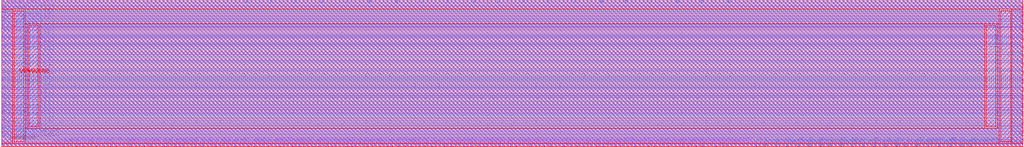
<source format=lef>
##
## LEF for PtnCells ;
## created by Innovus v15.20-p005_1 on Mon Jun 14 18:14:16 2021
##

VERSION 5.7 ;

BUSBITCHARS "[]" ;
DIVIDERCHAR "/" ;

MACRO N_term_single
  CLASS BLOCK ;
  SIZE 210.2200 BY 30.2600 ;
  FOREIGN N_term_single 0.0000 0.0000 ;
  ORIGIN 0 0 ;
  SYMMETRY X Y R90 ;
  PIN N1END[3]
    DIRECTION INPUT ;
    USE SIGNAL ;
    ANTENNAPARTIALMETALAREA 0.93245 LAYER li1  ;
    ANTENNAPARTIALMETALSIDEAREA 1.097 LAYER li1  ;
    ANTENNAPARTIALCUTAREA 0.0289 LAYER mcon  ;
    ANTENNAPARTIALMETALAREA 7.6252 LAYER met1  ;
    ANTENNAPARTIALMETALSIDEAREA 38.0485 LAYER met1  ;
    ANTENNAPARTIALCUTAREA 0.0225 LAYER via  ;
    ANTENNAPARTIALMETALAREA 0.5976 LAYER met2  ;
    ANTENNAPARTIALMETALSIDEAREA 2.87 LAYER met2  ;
    ANTENNAMODEL OXIDE1 ;
    ANTENNAGATEAREA 0.159 LAYER met2  ;
    ANTENNAMAXAREACAR 5.10786 LAYER met2  ;
    ANTENNAMAXSIDEAREACAR 21.5157 LAYER met2  ;
    ANTENNAMAXCUTCAR 0.32327 LAYER via2  ;
    PORT
      LAYER li1 ;
        RECT 13.9450 0.0000 14.1150 0.3300 ;
    END
  END N1END[3]
  PIN N1END[2]
    DIRECTION INPUT ;
    USE SIGNAL ;
    ANTENNAPARTIALMETALAREA 0.21845 LAYER li1  ;
    ANTENNAPARTIALMETALSIDEAREA 0.257 LAYER li1  ;
    ANTENNAPARTIALCUTAREA 0.0289 LAYER mcon  ;
    ANTENNAPARTIALMETALAREA 12.6316 LAYER met1  ;
    ANTENNAPARTIALMETALSIDEAREA 63.0805 LAYER met1  ;
    ANTENNAPARTIALCUTAREA 0.0225 LAYER via  ;
    ANTENNAPARTIALMETALAREA 3.336 LAYER met2  ;
    ANTENNAPARTIALMETALSIDEAREA 16.562 LAYER met2  ;
    ANTENNAMODEL OXIDE1 ;
    ANTENNAGATEAREA 0.159 LAYER met2  ;
    ANTENNAMAXAREACAR 27.6412 LAYER met2  ;
    ANTENNAMAXSIDEAREACAR 133.758 LAYER met2  ;
    ANTENNAMAXCUTCAR 0.32327 LAYER via2  ;
    PORT
      LAYER li1 ;
        RECT 12.5650 0.0000 12.7350 0.3300 ;
    END
  END N1END[2]
  PIN N1END[1]
    DIRECTION INPUT ;
    USE SIGNAL ;
    ANTENNAPARTIALMETALAREA 0.10285 LAYER li1  ;
    ANTENNAPARTIALMETALSIDEAREA 0.121 LAYER li1  ;
    ANTENNAPARTIALCUTAREA 0.0289 LAYER mcon  ;
    ANTENNAPARTIALMETALAREA 2.2968 LAYER met1  ;
    ANTENNAPARTIALMETALSIDEAREA 11.4065 LAYER met1  ;
    ANTENNAPARTIALCUTAREA 0.0225 LAYER via  ;
    ANTENNAPARTIALMETALAREA 2.8472 LAYER met2  ;
    ANTENNAPARTIALMETALSIDEAREA 14 LAYER met2  ;
    ANTENNAMODEL OXIDE1 ;
    ANTENNAGATEAREA 0.159 LAYER met2  ;
    ANTENNAMAXAREACAR 20.7745 LAYER met2  ;
    ANTENNAMAXSIDEAREACAR 93.3019 LAYER met2  ;
    ANTENNAMAXCUTCAR 0.32327 LAYER via2  ;
    PORT
      LAYER li1 ;
        RECT 11.1850 0.0000 11.3550 0.3300 ;
    END
  END N1END[1]
  PIN N1END[0]
    DIRECTION INPUT ;
    USE SIGNAL ;
    ANTENNAPARTIALCUTAREA 0.0289 LAYER mcon  ;
    ANTENNAPARTIALMETALAREA 2.2968 LAYER met1  ;
    ANTENNAPARTIALMETALSIDEAREA 11.4065 LAYER met1  ;
    ANTENNAPARTIALCUTAREA 0.0225 LAYER via  ;
    ANTENNAPARTIALMETALAREA 2.8348 LAYER met2  ;
    ANTENNAPARTIALMETALSIDEAREA 14.056 LAYER met2  ;
    ANTENNAMODEL OXIDE1 ;
    ANTENNAGATEAREA 0.159 LAYER met2  ;
    ANTENNAMAXAREACAR 61.9456 LAYER met2  ;
    ANTENNAMAXSIDEAREACAR 305.28 LAYER met2  ;
    ANTENNAMAXCUTCAR 0.32327 LAYER via2  ;
    PORT
      LAYER li1 ;
        RECT 10.2650 0.0000 10.4350 0.3300 ;
    END
  END N1END[0]
  PIN N2MID[7]
    DIRECTION INPUT ;
    USE SIGNAL ;
    ANTENNAPARTIALMETALAREA 0.50745 LAYER li1  ;
    ANTENNAPARTIALMETALSIDEAREA 0.597 LAYER li1  ;
    ANTENNAPARTIALCUTAREA 0.0289 LAYER mcon  ;
    ANTENNAPARTIALMETALAREA 3.6492 LAYER met1  ;
    ANTENNAPARTIALMETALSIDEAREA 18.1685 LAYER met1  ;
    ANTENNAPARTIALCUTAREA 0.0225 LAYER via  ;
    ANTENNAPARTIALMETALAREA 2.6568 LAYER met2  ;
    ANTENNAPARTIALMETALSIDEAREA 13.048 LAYER met2  ;
    ANTENNAMODEL OXIDE1 ;
    ANTENNAGATEAREA 0.159 LAYER met2  ;
    ANTENNAMAXAREACAR 20.2349 LAYER met2  ;
    ANTENNAMAXSIDEAREACAR 95.9843 LAYER met2  ;
    ANTENNAMAXCUTCAR 0.32327 LAYER via2  ;
    PORT
      LAYER li1 ;
        RECT 24.9850 0.0000 25.1550 0.3300 ;
    END
  END N2MID[7]
  PIN N2MID[6]
    DIRECTION INPUT ;
    USE SIGNAL ;
    ANTENNAPARTIALMETALAREA 0.73865 LAYER li1  ;
    ANTENNAPARTIALMETALSIDEAREA 0.869 LAYER li1  ;
    ANTENNAPARTIALCUTAREA 0.0289 LAYER mcon  ;
    ANTENNAPARTIALMETALAREA 0.0832 LAYER met1  ;
    ANTENNAPARTIALMETALSIDEAREA 0.406 LAYER met1  ;
    ANTENNAPARTIALCUTAREA 0.0225 LAYER via  ;
    ANTENNAPARTIALMETALAREA 1.1171 LAYER met2  ;
    ANTENNAPARTIALMETALSIDEAREA 5.4145 LAYER met2  ;
    ANTENNAPARTIALCUTAREA 0.04 LAYER via2  ;
    ANTENNAPARTIALMETALAREA 14.059 LAYER met3  ;
    ANTENNAPARTIALMETALSIDEAREA 75.448 LAYER met3  ;
    ANTENNAPARTIALCUTAREA 0.04 LAYER via3  ;
    ANTENNAPARTIALMETALAREA 5.0364 LAYER met4  ;
    ANTENNAPARTIALMETALSIDEAREA 28.272 LAYER met4  ;
    ANTENNAMODEL OXIDE1 ;
    ANTENNAGATEAREA 0.159 LAYER met4  ;
    ANTENNAMAXAREACAR 50.1387 LAYER met4  ;
    ANTENNAMAXSIDEAREACAR 270.566 LAYER met4  ;
    ANTENNAMAXCUTCAR 0.826415 LAYER via4  ;
    PORT
      LAYER li1 ;
        RECT 23.6050 0.0000 23.7750 0.3300 ;
    END
  END N2MID[6]
  PIN N2MID[5]
    DIRECTION INPUT ;
    USE SIGNAL ;
    ANTENNAPARTIALMETALAREA 0.73865 LAYER li1  ;
    ANTENNAPARTIALMETALSIDEAREA 0.869 LAYER li1  ;
    ANTENNAPARTIALCUTAREA 0.0289 LAYER mcon  ;
    ANTENNAPARTIALMETALAREA 0.0832 LAYER met1  ;
    ANTENNAPARTIALMETALSIDEAREA 0.406 LAYER met1  ;
    ANTENNAPARTIALCUTAREA 0.0225 LAYER via  ;
    ANTENNAPARTIALMETALAREA 1.5441 LAYER met2  ;
    ANTENNAPARTIALMETALSIDEAREA 7.5495 LAYER met2  ;
    ANTENNAPARTIALCUTAREA 0.04 LAYER via2  ;
    ANTENNAPARTIALMETALAREA 10.564 LAYER met3  ;
    ANTENNAPARTIALMETALSIDEAREA 56.808 LAYER met3  ;
    ANTENNAPARTIALCUTAREA 0.04 LAYER via3  ;
    ANTENNAPARTIALMETALAREA 3.603 LAYER met4  ;
    ANTENNAPARTIALMETALSIDEAREA 21.568 LAYER met4  ;
    ANTENNAMODEL OXIDE1 ;
    ANTENNAGATEAREA 0.159 LAYER met4  ;
    ANTENNAMAXAREACAR 53.0965 LAYER met4  ;
    ANTENNAMAXSIDEAREACAR 285.349 LAYER met4  ;
    ANTENNAMAXCUTCAR 0.826415 LAYER via4  ;
    PORT
      LAYER li1 ;
        RECT 22.2250 0.0000 22.3950 0.3300 ;
    END
  END N2MID[5]
  PIN N2MID[4]
    DIRECTION INPUT ;
    USE SIGNAL ;
    ANTENNAPARTIALMETALAREA 0.73865 LAYER li1  ;
    ANTENNAPARTIALMETALSIDEAREA 0.869 LAYER li1  ;
    ANTENNAPARTIALCUTAREA 0.0289 LAYER mcon  ;
    ANTENNAPARTIALMETALAREA 0.1716 LAYER met1  ;
    ANTENNAPARTIALMETALSIDEAREA 0.7805 LAYER met1  ;
    ANTENNAPARTIALCUTAREA 0.0225 LAYER via  ;
    ANTENNAPARTIALMETALAREA 0.5193 LAYER met2  ;
    ANTENNAPARTIALMETALSIDEAREA 2.4255 LAYER met2  ;
    ANTENNAPARTIALCUTAREA 0.04 LAYER via2  ;
    ANTENNAPARTIALMETALAREA 14.797 LAYER met3  ;
    ANTENNAPARTIALMETALSIDEAREA 79.384 LAYER met3  ;
    ANTENNAPARTIALCUTAREA 0.04 LAYER via3  ;
    ANTENNAPARTIALMETALAREA 2.4414 LAYER met4  ;
    ANTENNAPARTIALMETALSIDEAREA 14.432 LAYER met4  ;
    ANTENNAMODEL OXIDE1 ;
    ANTENNAGATEAREA 0.159 LAYER met4  ;
    ANTENNAMAXAREACAR 33.6481 LAYER met4  ;
    ANTENNAMAXSIDEAREACAR 178.057 LAYER met4  ;
    ANTENNAMAXCUTCAR 0.826415 LAYER via4  ;
    PORT
      LAYER li1 ;
        RECT 20.8450 0.0000 21.0150 0.3300 ;
    END
  END N2MID[4]
  PIN N2MID[3]
    DIRECTION INPUT ;
    USE SIGNAL ;
    ANTENNAPARTIALMETALAREA 0.50745 LAYER li1  ;
    ANTENNAPARTIALMETALSIDEAREA 0.597 LAYER li1  ;
    ANTENNAPARTIALCUTAREA 0.0289 LAYER mcon  ;
    ANTENNAPARTIALMETALAREA 0.8156 LAYER met1  ;
    ANTENNAPARTIALMETALSIDEAREA 4.0005 LAYER met1  ;
    ANTENNAPARTIALCUTAREA 0.0225 LAYER via  ;
    ANTENNAPARTIALMETALAREA 4.9988 LAYER met2  ;
    ANTENNAPARTIALMETALSIDEAREA 24.64 LAYER met2  ;
    ANTENNAMODEL OXIDE1 ;
    ANTENNAGATEAREA 0.159 LAYER met2  ;
    ANTENNAMAXAREACAR 32.7884 LAYER met2  ;
    ANTENNAMAXSIDEAREACAR 158.434 LAYER met2  ;
    ANTENNAMAXCUTCAR 0.32327 LAYER via2  ;
    PORT
      LAYER li1 ;
        RECT 19.4650 0.0000 19.6350 0.3300 ;
    END
  END N2MID[3]
  PIN N2MID[2]
    DIRECTION INPUT ;
    USE SIGNAL ;
    ANTENNAPARTIALMETALAREA 0.73865 LAYER li1  ;
    ANTENNAPARTIALMETALSIDEAREA 0.869 LAYER li1  ;
    ANTENNAPARTIALCUTAREA 0.0289 LAYER mcon  ;
    ANTENNAPARTIALMETALAREA 0.0832 LAYER met1  ;
    ANTENNAPARTIALMETALSIDEAREA 0.406 LAYER met1  ;
    ANTENNAPARTIALCUTAREA 0.0225 LAYER via  ;
    ANTENNAPARTIALMETALAREA 0.7404 LAYER met2  ;
    ANTENNAPARTIALMETALSIDEAREA 3.584 LAYER met2  ;
    ANTENNAMODEL OXIDE1 ;
    ANTENNAGATEAREA 0.159 LAYER met2  ;
    ANTENNAMAXAREACAR 52.5506 LAYER met2  ;
    ANTENNAMAXSIDEAREACAR 258.305 LAYER met2  ;
    ANTENNAMAXCUTCAR 0.32327 LAYER via2  ;
    PORT
      LAYER li1 ;
        RECT 18.0850 0.0000 18.2550 0.3300 ;
    END
  END N2MID[2]
  PIN N2MID[1]
    DIRECTION INPUT ;
    USE SIGNAL ;
    ANTENNAPARTIALMETALAREA 0.62305 LAYER li1  ;
    ANTENNAPARTIALMETALSIDEAREA 0.733 LAYER li1  ;
    ANTENNAPARTIALCUTAREA 0.0289 LAYER mcon  ;
    ANTENNAPARTIALMETALAREA 1.6528 LAYER met1  ;
    ANTENNAPARTIALMETALSIDEAREA 8.1865 LAYER met1  ;
    ANTENNAPARTIALCUTAREA 0.0225 LAYER via  ;
    ANTENNAPARTIALMETALAREA 4.7668 LAYER met2  ;
    ANTENNAPARTIALMETALSIDEAREA 22.89 LAYER met2  ;
    ANTENNAMODEL OXIDE1 ;
    ANTENNAGATEAREA 0.159 LAYER met2  ;
    ANTENNAMAXAREACAR 32.6953 LAYER met2  ;
    ANTENNAMAXSIDEAREACAR 153.833 LAYER met2  ;
    ANTENNAMAXCUTCAR 0.32327 LAYER via2  ;
    PORT
      LAYER li1 ;
        RECT 16.7050 0.0000 16.8750 0.3300 ;
    END
  END N2MID[1]
  PIN N2MID[0]
    DIRECTION INPUT ;
    USE SIGNAL ;
    ANTENNAPARTIALMETALAREA 0.73865 LAYER li1  ;
    ANTENNAPARTIALMETALSIDEAREA 0.869 LAYER li1  ;
    ANTENNAPARTIALCUTAREA 0.0289 LAYER mcon  ;
    ANTENNAPARTIALMETALAREA 0.3648 LAYER met1  ;
    ANTENNAPARTIALMETALSIDEAREA 1.7465 LAYER met1  ;
    ANTENNAPARTIALCUTAREA 0.0225 LAYER via  ;
    ANTENNAPARTIALMETALAREA 1.562 LAYER met2  ;
    ANTENNAPARTIALMETALSIDEAREA 7.574 LAYER met2  ;
    ANTENNAMODEL OXIDE1 ;
    ANTENNAGATEAREA 0.159 LAYER met2  ;
    ANTENNAMAXAREACAR 13.6525 LAYER met2  ;
    ANTENNAMAXSIDEAREACAR 57.2673 LAYER met2  ;
    ANTENNAMAXCUTCAR 0.32327 LAYER via2  ;
    PORT
      LAYER li1 ;
        RECT 15.3250 0.0000 15.4950 0.3300 ;
    END
  END N2MID[0]
  PIN N2END[7]
    DIRECTION INPUT ;
    USE SIGNAL ;
    ANTENNAPARTIALMETALAREA 0.18105 LAYER li1  ;
    ANTENNAPARTIALMETALSIDEAREA 0.213 LAYER li1  ;
    ANTENNAPARTIALCUTAREA 0.0289 LAYER mcon  ;
    ANTENNAPARTIALMETALAREA 2.6832 LAYER met1  ;
    ANTENNAPARTIALMETALSIDEAREA 13.3385 LAYER met1  ;
    ANTENNAPARTIALCUTAREA 0.0225 LAYER via  ;
    ANTENNAPARTIALMETALAREA 1.7261 LAYER met2  ;
    ANTENNAPARTIALMETALSIDEAREA 8.4595 LAYER met2  ;
    ANTENNAPARTIALCUTAREA 0.04 LAYER via2  ;
    ANTENNAPARTIALMETALAREA 3.436 LAYER met3  ;
    ANTENNAPARTIALMETALSIDEAREA 18.792 LAYER met3  ;
    ANTENNAPARTIALCUTAREA 0.04 LAYER via3  ;
    ANTENNAPARTIALMETALAREA 0.5328 LAYER met4  ;
    ANTENNAPARTIALMETALSIDEAREA 3.312 LAYER met4  ;
    ANTENNAMODEL OXIDE1 ;
    ANTENNAGATEAREA 0.159 LAYER met4  ;
    ANTENNAMAXAREACAR 67.1387 LAYER met4  ;
    ANTENNAMAXSIDEAREACAR 357.701 LAYER met4  ;
    ANTENNAMAXCUTCAR 0.826415 LAYER via4  ;
    PORT
      LAYER li1 ;
        RECT 35.5650 0.0000 35.7350 0.3300 ;
    END
  END N2END[7]
  PIN N2END[6]
    DIRECTION INPUT ;
    USE SIGNAL ;
    ANTENNAPARTIALMETALAREA 0.79645 LAYER li1  ;
    ANTENNAPARTIALMETALSIDEAREA 0.937 LAYER li1  ;
    ANTENNAPARTIALCUTAREA 0.0289 LAYER mcon  ;
    ANTENNAPARTIALMETALAREA 0.992 LAYER met1  ;
    ANTENNAPARTIALMETALSIDEAREA 4.8825 LAYER met1  ;
    ANTENNAPARTIALCUTAREA 0.0225 LAYER via  ;
    ANTENNAPARTIALMETALAREA 1.1549 LAYER met2  ;
    ANTENNAPARTIALMETALSIDEAREA 5.6035 LAYER met2  ;
    ANTENNAPARTIALCUTAREA 0.04 LAYER via2  ;
    ANTENNAPARTIALMETALAREA 4.171 LAYER met3  ;
    ANTENNAPARTIALMETALSIDEAREA 22.712 LAYER met3  ;
    ANTENNAPARTIALCUTAREA 0.04 LAYER via3  ;
    ANTENNAPARTIALMETALAREA 0.7398 LAYER met4  ;
    ANTENNAPARTIALMETALSIDEAREA 4.416 LAYER met4  ;
    ANTENNAMODEL OXIDE1 ;
    ANTENNAGATEAREA 0.159 LAYER met4  ;
    ANTENNAMAXAREACAR 35.7072 LAYER met4  ;
    ANTENNAMAXSIDEAREACAR 188.547 LAYER met4  ;
    ANTENNAMAXCUTCAR 0.826415 LAYER via4  ;
    PORT
      LAYER li1 ;
        RECT 34.1850 0.0000 34.3550 0.3300 ;
    END
  END N2END[6]
  PIN N2END[5]
    DIRECTION INPUT ;
    USE SIGNAL ;
    ANTENNAPARTIALMETALAREA 0.73865 LAYER li1  ;
    ANTENNAPARTIALMETALSIDEAREA 0.869 LAYER li1  ;
    ANTENNAPARTIALCUTAREA 0.0289 LAYER mcon  ;
    ANTENNAPARTIALMETALAREA 0.3648 LAYER met1  ;
    ANTENNAPARTIALMETALSIDEAREA 1.7465 LAYER met1  ;
    ANTENNAPARTIALCUTAREA 0.0225 LAYER via  ;
    ANTENNAPARTIALMETALAREA 1.6237 LAYER met2  ;
    ANTENNAPARTIALMETALSIDEAREA 7.8295 LAYER met2  ;
    ANTENNAPARTIALCUTAREA 0.04 LAYER via2  ;
    ANTENNAPARTIALMETALAREA 5.023 LAYER met3  ;
    ANTENNAPARTIALMETALSIDEAREA 27.256 LAYER met3  ;
    ANTENNAPARTIALCUTAREA 0.04 LAYER via3  ;
    ANTENNAPARTIALMETALAREA 3.1734 LAYER met4  ;
    ANTENNAPARTIALMETALSIDEAREA 18.336 LAYER met4  ;
    ANTENNAMODEL OXIDE1 ;
    ANTENNAGATEAREA 0.159 LAYER met4  ;
    ANTENNAMAXAREACAR 44.277 LAYER met4  ;
    ANTENNAMAXSIDEAREACAR 239.377 LAYER met4  ;
    ANTENNAMAXCUTCAR 0.826415 LAYER via4  ;
    PORT
      LAYER li1 ;
        RECT 33.2650 0.0000 33.4350 0.3300 ;
    END
  END N2END[5]
  PIN N2END[4]
    DIRECTION INPUT ;
    USE SIGNAL ;
    ANTENNAPARTIALMETALAREA 1.08545 LAYER li1  ;
    ANTENNAPARTIALMETALSIDEAREA 1.277 LAYER li1  ;
    ANTENNAPARTIALCUTAREA 0.0289 LAYER mcon  ;
    ANTENNAPARTIALMETALAREA 4.212 LAYER met1  ;
    ANTENNAPARTIALMETALSIDEAREA 20.9825 LAYER met1  ;
    ANTENNAPARTIALCUTAREA 0.0225 LAYER via  ;
    ANTENNAPARTIALMETALAREA 0.788 LAYER met2  ;
    ANTENNAPARTIALMETALSIDEAREA 3.822 LAYER met2  ;
    ANTENNAMODEL OXIDE1 ;
    ANTENNAGATEAREA 0.159 LAYER met2  ;
    ANTENNAMAXAREACAR 15.2425 LAYER met2  ;
    ANTENNAMAXSIDEAREACAR 68.739 LAYER met2  ;
    ANTENNAMAXCUTCAR 0.32327 LAYER via2  ;
    PORT
      LAYER li1 ;
        RECT 31.8850 0.0000 32.0550 0.3300 ;
    END
  END N2END[4]
  PIN N2END[3]
    DIRECTION INPUT ;
    USE SIGNAL ;
    ANTENNAPARTIALMETALAREA 1.08545 LAYER li1  ;
    ANTENNAPARTIALMETALSIDEAREA 1.277 LAYER li1  ;
    ANTENNAPARTIALCUTAREA 0.0289 LAYER mcon  ;
    ANTENNAPARTIALMETALAREA 0.236 LAYER met1  ;
    ANTENNAPARTIALMETALSIDEAREA 1.1025 LAYER met1  ;
    ANTENNAPARTIALCUTAREA 0.0225 LAYER via  ;
    ANTENNAPARTIALMETALAREA 3.5151 LAYER met2  ;
    ANTENNAPARTIALMETALSIDEAREA 17.2865 LAYER met2  ;
    ANTENNAPARTIALCUTAREA 0.04 LAYER via2  ;
    ANTENNAPARTIALMETALAREA 11.4348 LAYER met3  ;
    ANTENNAPARTIALMETALSIDEAREA 61.456 LAYER met3  ;
    ANTENNAMODEL OXIDE1 ;
    ANTENNAGATEAREA 0.159 LAYER met3  ;
    ANTENNAMAXAREACAR 96.1588 LAYER met3  ;
    ANTENNAMAXSIDEAREACAR 502.201 LAYER met3  ;
    ANTENNAMAXCUTCAR 0.574843 LAYER via3  ;
    PORT
      LAYER li1 ;
        RECT 30.5050 0.0000 30.6750 0.3300 ;
    END
  END N2END[3]
  PIN N2END[2]
    DIRECTION INPUT ;
    USE SIGNAL ;
    ANTENNAPARTIALMETALAREA 0.62305 LAYER li1  ;
    ANTENNAPARTIALMETALSIDEAREA 0.733 LAYER li1  ;
    ANTENNAPARTIALCUTAREA 0.0289 LAYER mcon  ;
    ANTENNAPARTIALMETALAREA 0.3004 LAYER met1  ;
    ANTENNAPARTIALMETALSIDEAREA 1.4245 LAYER met1  ;
    ANTENNAPARTIALCUTAREA 0.0225 LAYER via  ;
    ANTENNAPARTIALMETALAREA 2.7075 LAYER met2  ;
    ANTENNAPARTIALMETALSIDEAREA 13.3665 LAYER met2  ;
    ANTENNAPARTIALCUTAREA 0.04 LAYER via2  ;
    ANTENNAPARTIALMETALAREA 9.736 LAYER met3  ;
    ANTENNAPARTIALMETALSIDEAREA 52.392 LAYER met3  ;
    ANTENNAPARTIALCUTAREA 0.04 LAYER via3  ;
    ANTENNAPARTIALMETALAREA 0.6516 LAYER met4  ;
    ANTENNAPARTIALMETALSIDEAREA 4.416 LAYER met4  ;
    ANTENNAMODEL OXIDE1 ;
    ANTENNAGATEAREA 0.159 LAYER met4  ;
    ANTENNAMAXAREACAR 40.6458 LAYER met4  ;
    ANTENNAMAXSIDEAREACAR 210.057 LAYER met4  ;
    ANTENNAMAXCUTCAR 0.826415 LAYER via4  ;
    PORT
      LAYER li1 ;
        RECT 29.1250 0.0000 29.2950 0.3300 ;
    END
  END N2END[2]
  PIN N2END[1]
    DIRECTION INPUT ;
    USE SIGNAL ;
    ANTENNAPARTIALMETALAREA 0.73865 LAYER li1  ;
    ANTENNAPARTIALMETALSIDEAREA 0.869 LAYER li1  ;
    ANTENNAPARTIALCUTAREA 0.0289 LAYER mcon  ;
    ANTENNAPARTIALMETALAREA 5.192 LAYER met1  ;
    ANTENNAPARTIALMETALSIDEAREA 25.8825 LAYER met1  ;
    ANTENNAPARTIALCUTAREA 0.0225 LAYER via  ;
    ANTENNAPARTIALMETALAREA 1.0596 LAYER met2  ;
    ANTENNAPARTIALMETALSIDEAREA 5.18 LAYER met2  ;
    ANTENNAMODEL OXIDE1 ;
    ANTENNAGATEAREA 0.159 LAYER met2  ;
    ANTENNAMAXAREACAR 10.1292 LAYER met2  ;
    ANTENNAMAXSIDEAREACAR 41.783 LAYER met2  ;
    ANTENNAMAXCUTCAR 0.32327 LAYER via2  ;
    PORT
      LAYER li1 ;
        RECT 27.7450 0.0000 27.9150 0.3300 ;
    END
  END N2END[1]
  PIN N2END[0]
    DIRECTION INPUT ;
    USE SIGNAL ;
    ANTENNAPARTIALCUTAREA 0.0289 LAYER mcon  ;
    ANTENNAPARTIALMETALAREA 1.5716 LAYER met1  ;
    ANTENNAPARTIALMETALSIDEAREA 7.7805 LAYER met1  ;
    ANTENNAPARTIALCUTAREA 0.0225 LAYER via  ;
    ANTENNAPARTIALMETALAREA 1.6391 LAYER met2  ;
    ANTENNAPARTIALMETALSIDEAREA 7.9065 LAYER met2  ;
    ANTENNAPARTIALCUTAREA 0.04 LAYER via2  ;
    ANTENNAPARTIALMETALAREA 5.965 LAYER met3  ;
    ANTENNAPARTIALMETALSIDEAREA 32.28 LAYER met3  ;
    ANTENNAPARTIALCUTAREA 0.04 LAYER via3  ;
    ANTENNAPARTIALMETALAREA 2.4588 LAYER met4  ;
    ANTENNAPARTIALMETALSIDEAREA 13.584 LAYER met4  ;
    ANTENNAMODEL OXIDE1 ;
    ANTENNAGATEAREA 0.159 LAYER met4  ;
    ANTENNAMAXAREACAR 58.9324 LAYER met4  ;
    ANTENNAMAXSIDEAREACAR 312.761 LAYER met4  ;
    ANTENNAMAXCUTCAR 0.826415 LAYER via4  ;
    PORT
      LAYER li1 ;
        RECT 26.3650 0.0000 26.5350 0.3300 ;
    END
  END N2END[0]
  PIN NN4END[15]
    DIRECTION INPUT ;
    USE SIGNAL ;
    ANTENNAPARTIALMETALAREA 0.41565 LAYER li1  ;
    ANTENNAPARTIALMETALSIDEAREA 0.489 LAYER li1  ;
    ANTENNAPARTIALCUTAREA 0.0289 LAYER mcon  ;
    ANTENNAPARTIALMETALAREA 0.88 LAYER met1  ;
    ANTENNAPARTIALMETALSIDEAREA 4.3225 LAYER met1  ;
    ANTENNAPARTIALCUTAREA 0.0225 LAYER via  ;
    ANTENNAPARTIALMETALAREA 2.6612 LAYER met2  ;
    ANTENNAPARTIALMETALSIDEAREA 13.188 LAYER met2  ;
    ANTENNAMODEL OXIDE1 ;
    ANTENNAGATEAREA 0.159 LAYER met2  ;
    ANTENNAMAXAREACAR 25.767 LAYER met2  ;
    ANTENNAMAXSIDEAREACAR 119.972 LAYER met2  ;
    ANTENNAMAXCUTCAR 0.32327 LAYER via2  ;
    PORT
      LAYER li1 ;
        RECT 79.2650 0.0000 79.4350 0.3300 ;
    END
  END NN4END[15]
  PIN NN4END[14]
    DIRECTION INPUT ;
    USE SIGNAL ;
    ANTENNAPARTIALMETALAREA 0.136 LAYER li1  ;
    ANTENNAPARTIALMETALSIDEAREA 0.16 LAYER li1  ;
    ANTENNAPARTIALCUTAREA 0.0289 LAYER mcon  ;
    ANTENNAPARTIALMETALAREA 2.5376 LAYER met1  ;
    ANTENNAPARTIALMETALSIDEAREA 12.6105 LAYER met1  ;
    ANTENNAPARTIALCUTAREA 0.0225 LAYER via  ;
    ANTENNAPARTIALMETALAREA 3.0376 LAYER met2  ;
    ANTENNAPARTIALMETALSIDEAREA 14.952 LAYER met2  ;
    ANTENNAMODEL OXIDE1 ;
    ANTENNAGATEAREA 0.159 LAYER met2  ;
    ANTENNAMAXAREACAR 22.2248 LAYER met2  ;
    ANTENNAMAXSIDEAREACAR 105.934 LAYER met2  ;
    ANTENNAMAXCUTCAR 0.32327 LAYER via2  ;
    PORT
      LAYER li1 ;
        RECT 77.8850 0.0000 78.0550 0.3300 ;
    END
  END NN4END[14]
  PIN NN4END[13]
    DIRECTION INPUT ;
    USE SIGNAL ;
    ANTENNAPARTIALMETALAREA 0.50745 LAYER li1  ;
    ANTENNAPARTIALMETALSIDEAREA 0.597 LAYER li1  ;
    ANTENNAPARTIALCUTAREA 0.0289 LAYER mcon  ;
    ANTENNAPARTIALMETALAREA 2.0032 LAYER met1  ;
    ANTENNAPARTIALMETALSIDEAREA 9.9015 LAYER met1  ;
    ANTENNAPARTIALCUTAREA 0.0225 LAYER via  ;
    ANTENNAPARTIALMETALAREA 0.5851 LAYER met2  ;
    ANTENNAPARTIALMETALSIDEAREA 2.7545 LAYER met2  ;
    ANTENNAPARTIALCUTAREA 0.04 LAYER via2  ;
    ANTENNAPARTIALMETALAREA 4.54 LAYER met3  ;
    ANTENNAPARTIALMETALSIDEAREA 24.68 LAYER met3  ;
    ANTENNAPARTIALCUTAREA 0.04 LAYER via3  ;
    ANTENNAPARTIALMETALAREA 0.6678 LAYER met4  ;
    ANTENNAPARTIALMETALSIDEAREA 4.032 LAYER met4  ;
    ANTENNAMODEL OXIDE1 ;
    ANTENNAGATEAREA 0.159 LAYER met4  ;
    ANTENNAMAXAREACAR 15.3434 LAYER met4  ;
    ANTENNAMAXSIDEAREACAR 77.0849 LAYER met4  ;
    ANTENNAMAXCUTCAR 0.826415 LAYER via4  ;
    PORT
      LAYER li1 ;
        RECT 76.5050 0.0000 76.6750 0.3300 ;
    END
  END NN4END[13]
  PIN NN4END[12]
    DIRECTION INPUT ;
    USE SIGNAL ;
    ANTENNAPARTIALMETALAREA 1.02765 LAYER li1  ;
    ANTENNAPARTIALMETALSIDEAREA 1.209 LAYER li1  ;
    ANTENNAPARTIALCUTAREA 0.0289 LAYER mcon  ;
    ANTENNAPARTIALMETALAREA 0.9444 LAYER met1  ;
    ANTENNAPARTIALMETALSIDEAREA 4.6445 LAYER met1  ;
    ANTENNAPARTIALCUTAREA 0.0225 LAYER via  ;
    ANTENNAPARTIALMETALAREA 3.9784 LAYER met2  ;
    ANTENNAPARTIALMETALSIDEAREA 19.656 LAYER met2  ;
    ANTENNAMODEL OXIDE1 ;
    ANTENNAGATEAREA 0.159 LAYER met2  ;
    ANTENNAMAXAREACAR 32.1921 LAYER met2  ;
    ANTENNAMAXSIDEAREACAR 155.77 LAYER met2  ;
    ANTENNAMAXCUTCAR 0.32327 LAYER via2  ;
    PORT
      LAYER li1 ;
        RECT 75.1250 0.0000 75.2950 0.3300 ;
    END
  END NN4END[12]
  PIN NN4END[11]
    DIRECTION INPUT ;
    USE SIGNAL ;
    ANTENNAPARTIALMETALAREA 0.27625 LAYER li1  ;
    ANTENNAPARTIALMETALSIDEAREA 0.325 LAYER li1  ;
    ANTENNAPARTIALCUTAREA 0.0289 LAYER mcon  ;
    ANTENNAPARTIALMETALAREA 0.7512 LAYER met1  ;
    ANTENNAPARTIALMETALSIDEAREA 3.6785 LAYER met1  ;
    ANTENNAPARTIALCUTAREA 0.0225 LAYER via  ;
    ANTENNAPARTIALMETALAREA 2.7117 LAYER met2  ;
    ANTENNAPARTIALMETALSIDEAREA 13.3875 LAYER met2  ;
    ANTENNAPARTIALCUTAREA 0.04 LAYER via2  ;
    ANTENNAPARTIALMETALAREA 1.099 LAYER met3  ;
    ANTENNAPARTIALMETALSIDEAREA 6.328 LAYER met3  ;
    ANTENNAPARTIALCUTAREA 0.04 LAYER via3  ;
    ANTENNAPARTIALMETALAREA 6.6204 LAYER met4  ;
    ANTENNAPARTIALMETALSIDEAREA 36.72 LAYER met4  ;
    ANTENNAMODEL OXIDE1 ;
    ANTENNAGATEAREA 0.159 LAYER met4  ;
    ANTENNAMAXAREACAR 71.3777 LAYER met4  ;
    ANTENNAMAXSIDEAREACAR 379.843 LAYER met4  ;
    ANTENNAMAXCUTCAR 0.826415 LAYER via4  ;
    PORT
      LAYER li1 ;
        RECT 73.7450 0.0000 73.9150 0.3300 ;
    END
  END NN4END[11]
  PIN NN4END[10]
    DIRECTION INPUT ;
    USE SIGNAL ;
    ANTENNAPARTIALMETALAREA 1.08545 LAYER li1  ;
    ANTENNAPARTIALMETALSIDEAREA 1.277 LAYER li1  ;
    ANTENNAPARTIALCUTAREA 0.0289 LAYER mcon  ;
    ANTENNAPARTIALMETALAREA 0.0832 LAYER met1  ;
    ANTENNAPARTIALMETALSIDEAREA 0.406 LAYER met1  ;
    ANTENNAPARTIALCUTAREA 0.0225 LAYER via  ;
    ANTENNAPARTIALMETALAREA 0.4548 LAYER met2  ;
    ANTENNAPARTIALMETALSIDEAREA 2.156 LAYER met2  ;
    ANTENNAMODEL OXIDE1 ;
    ANTENNAGATEAREA 0.159 LAYER met2  ;
    ANTENNAMAXAREACAR 11.572 LAYER met2  ;
    ANTENNAMAXSIDEAREACAR 53.4119 LAYER met2  ;
    ANTENNAMAXCUTCAR 0.32327 LAYER via2  ;
    PORT
      LAYER li1 ;
        RECT 72.3650 0.0000 72.5350 0.3300 ;
    END
  END NN4END[10]
  PIN NN4END[9]
    DIRECTION INPUT ;
    USE SIGNAL ;
    ANTENNAPARTIALMETALAREA 0.68085 LAYER li1  ;
    ANTENNAPARTIALMETALSIDEAREA 0.801 LAYER li1  ;
    ANTENNAPARTIALCUTAREA 0.0289 LAYER mcon  ;
    ANTENNAPARTIALMETALAREA 1.846 LAYER met1  ;
    ANTENNAPARTIALMETALSIDEAREA 9.1525 LAYER met1  ;
    ANTENNAPARTIALCUTAREA 0.0225 LAYER via  ;
    ANTENNAPARTIALMETALAREA 2.328 LAYER met2  ;
    ANTENNAPARTIALMETALSIDEAREA 11.522 LAYER met2  ;
    ANTENNAMODEL OXIDE1 ;
    ANTENNAGATEAREA 0.159 LAYER met2  ;
    ANTENNAMAXAREACAR 18.977 LAYER met2  ;
    ANTENNAMAXSIDEAREACAR 90.4371 LAYER met2  ;
    ANTENNAMAXCUTCAR 0.32327 LAYER via2  ;
    PORT
      LAYER li1 ;
        RECT 70.9850 0.0000 71.1550 0.3300 ;
    END
  END NN4END[9]
  PIN NN4END[8]
    DIRECTION INPUT ;
    USE SIGNAL ;
    ANTENNAPARTIALMETALAREA 1.16365 LAYER li1  ;
    ANTENNAPARTIALMETALSIDEAREA 1.369 LAYER li1  ;
    ANTENNAPARTIALCUTAREA 0.0289 LAYER mcon  ;
    ANTENNAPARTIALMETALAREA 0.0832 LAYER met1  ;
    ANTENNAPARTIALMETALSIDEAREA 0.406 LAYER met1  ;
    ANTENNAPARTIALCUTAREA 0.0225 LAYER via  ;
    ANTENNAPARTIALMETALAREA 0.1153 LAYER met2  ;
    ANTENNAPARTIALMETALSIDEAREA 0.4865 LAYER met2  ;
    ANTENNAPARTIALCUTAREA 0.04 LAYER via2  ;
    ANTENNAPARTIALMETALAREA 0.1905 LAYER met3  ;
    ANTENNAPARTIALMETALSIDEAREA 1.464 LAYER met3  ;
    ANTENNAPARTIALCUTAREA 0.04 LAYER via3  ;
    ANTENNAPARTIALMETALAREA 8.4252 LAYER met4  ;
    ANTENNAPARTIALMETALSIDEAREA 46.816 LAYER met4  ;
    ANTENNAMODEL OXIDE1 ;
    ANTENNAGATEAREA 0.159 LAYER met4  ;
    ANTENNAMAXAREACAR 59.8242 LAYER met4  ;
    ANTENNAMAXSIDEAREACAR 327.755 LAYER met4  ;
    ANTENNAMAXCUTCAR 0.826415 LAYER via4  ;
    PORT
      LAYER li1 ;
        RECT 69.6050 0.0000 69.7750 0.3300 ;
    END
  END NN4END[8]
  PIN NN4END[7]
    DIRECTION INPUT ;
    USE SIGNAL ;
    ANTENNAPARTIALMETALAREA 0.56525 LAYER li1  ;
    ANTENNAPARTIALMETALSIDEAREA 0.665 LAYER li1  ;
    ANTENNAPARTIALCUTAREA 0.0289 LAYER mcon  ;
    ANTENNAPARTIALMETALAREA 3.1984 LAYER met1  ;
    ANTENNAPARTIALMETALSIDEAREA 15.9145 LAYER met1  ;
    ANTENNAPARTIALCUTAREA 0.0225 LAYER via  ;
    ANTENNAPARTIALMETALAREA 1.138 LAYER met2  ;
    ANTENNAPARTIALMETALSIDEAREA 5.572 LAYER met2  ;
    ANTENNAMODEL OXIDE1 ;
    ANTENNAGATEAREA 0.159 LAYER met2  ;
    ANTENNAMAXAREACAR 11.0274 LAYER met2  ;
    ANTENNAMAXSIDEAREACAR 46.2736 LAYER met2  ;
    ANTENNAMAXCUTCAR 0.32327 LAYER via2  ;
    PORT
      LAYER li1 ;
        RECT 68.2250 0.0000 68.3950 0.3300 ;
    END
  END NN4END[7]
  PIN NN4END[6]
    DIRECTION INPUT ;
    USE SIGNAL ;
    ANTENNAPARTIALMETALAREA 1.08545 LAYER li1  ;
    ANTENNAPARTIALMETALSIDEAREA 1.277 LAYER li1  ;
    ANTENNAPARTIALCUTAREA 0.0289 LAYER mcon  ;
    ANTENNAPARTIALMETALAREA 0.0832 LAYER met1  ;
    ANTENNAPARTIALMETALSIDEAREA 0.406 LAYER met1  ;
    ANTENNAPARTIALCUTAREA 0.0225 LAYER via  ;
    ANTENNAPARTIALMETALAREA 0.2644 LAYER met2  ;
    ANTENNAPARTIALMETALSIDEAREA 1.204 LAYER met2  ;
    ANTENNAMODEL OXIDE1 ;
    ANTENNAGATEAREA 0.159 LAYER met2  ;
    ANTENNAMAXAREACAR 9.54182 LAYER met2  ;
    ANTENNAMAXSIDEAREACAR 37.456 LAYER met2  ;
    ANTENNAMAXCUTCAR 0.32327 LAYER via2  ;
    PORT
      LAYER li1 ;
        RECT 66.8450 0.0000 67.0150 0.3300 ;
    END
  END NN4END[6]
  PIN NN4END[5]
    DIRECTION INPUT ;
    USE SIGNAL ;
    ANTENNAPARTIALMETALAREA 0.16065 LAYER li1  ;
    ANTENNAPARTIALMETALSIDEAREA 0.189 LAYER li1  ;
    ANTENNAPARTIALCUTAREA 0.0289 LAYER mcon  ;
    ANTENNAPARTIALMETALAREA 1.0088 LAYER met1  ;
    ANTENNAPARTIALMETALSIDEAREA 4.9665 LAYER met1  ;
    ANTENNAPARTIALCUTAREA 0.0225 LAYER via  ;
    ANTENNAPARTIALMETALAREA 4.2419 LAYER met2  ;
    ANTENNAPARTIALMETALSIDEAREA 21.0385 LAYER met2  ;
    ANTENNAPARTIALCUTAREA 0.04 LAYER via2  ;
    ANTENNAPARTIALMETALAREA 20.017 LAYER met3  ;
    ANTENNAPARTIALMETALSIDEAREA 107.224 LAYER met3  ;
    ANTENNAPARTIALCUTAREA 0.04 LAYER via3  ;
    ANTENNAPARTIALMETALAREA 0.6516 LAYER met4  ;
    ANTENNAPARTIALMETALSIDEAREA 4.416 LAYER met4  ;
    ANTENNAMODEL OXIDE1 ;
    ANTENNAGATEAREA 0.159 LAYER met4  ;
    ANTENNAMAXAREACAR 19.2406 LAYER met4  ;
    ANTENNAMAXSIDEAREACAR 98.3522 LAYER met4  ;
    ANTENNAMAXCUTCAR 0.826415 LAYER via4  ;
    PORT
      LAYER li1 ;
        RECT 65.4650 0.0000 65.6350 0.3300 ;
    END
  END NN4END[5]
  PIN NN4END[4]
    DIRECTION INPUT ;
    USE SIGNAL ;
    ANTENNAPARTIALMETALAREA 0.44965 LAYER li1  ;
    ANTENNAPARTIALMETALSIDEAREA 0.529 LAYER li1  ;
    ANTENNAPARTIALCUTAREA 0.0289 LAYER mcon  ;
    ANTENNAPARTIALMETALAREA 0.6868 LAYER met1  ;
    ANTENNAPARTIALMETALSIDEAREA 3.3565 LAYER met1  ;
    ANTENNAPARTIALCUTAREA 0.0225 LAYER via  ;
    ANTENNAPARTIALMETALAREA 2.766 LAYER met2  ;
    ANTENNAPARTIALMETALSIDEAREA 13.594 LAYER met2  ;
    ANTENNAMODEL OXIDE1 ;
    ANTENNAGATEAREA 0.159 LAYER met2  ;
    ANTENNAMAXAREACAR 22.4626 LAYER met2  ;
    ANTENNAMAXSIDEAREACAR 107.123 LAYER met2  ;
    ANTENNAMAXCUTCAR 0.32327 LAYER via2  ;
    PORT
      LAYER li1 ;
        RECT 64.0850 0.0000 64.2550 0.3300 ;
    END
  END NN4END[4]
  PIN NN4END[3]
    DIRECTION INPUT ;
    USE SIGNAL ;
    ANTENNAPARTIALMETALAREA 0.136 LAYER li1  ;
    ANTENNAPARTIALMETALSIDEAREA 0.16 LAYER li1  ;
    ANTENNAPARTIALCUTAREA 0.0289 LAYER mcon  ;
    ANTENNAPARTIALMETALAREA 3.0192 LAYER met1  ;
    ANTENNAPARTIALMETALSIDEAREA 15.0185 LAYER met1  ;
    ANTENNAPARTIALCUTAREA 0.0225 LAYER via  ;
    ANTENNAPARTIALMETALAREA 1.2904 LAYER met2  ;
    ANTENNAPARTIALMETALSIDEAREA 6.216 LAYER met2  ;
    ANTENNAMODEL OXIDE1 ;
    ANTENNAGATEAREA 0.159 LAYER met2  ;
    ANTENNAMAXAREACAR 9.46509 LAYER met2  ;
    ANTENNAMAXSIDEAREACAR 42.5597 LAYER met2  ;
    ANTENNAMAXCUTCAR 0.32327 LAYER via2  ;
    PORT
      LAYER li1 ;
        RECT 62.7050 0.0000 62.8750 0.3300 ;
    END
  END NN4END[3]
  PIN NN4END[2]
    DIRECTION INPUT ;
    USE SIGNAL ;
    ANTENNAPARTIALMETALAREA 0.79645 LAYER li1  ;
    ANTENNAPARTIALMETALSIDEAREA 0.937 LAYER li1  ;
    ANTENNAPARTIALCUTAREA 0.0289 LAYER mcon  ;
    ANTENNAPARTIALMETALAREA 10.4228 LAYER met1  ;
    ANTENNAPARTIALMETALSIDEAREA 51.9995 LAYER met1  ;
    ANTENNAPARTIALCUTAREA 0.0225 LAYER via  ;
    ANTENNAPARTIALMETALAREA 0.55 LAYER met2  ;
    ANTENNAPARTIALMETALSIDEAREA 2.632 LAYER met2  ;
    ANTENNAMODEL OXIDE1 ;
    ANTENNAGATEAREA 0.159 LAYER met2  ;
    ANTENNAMAXAREACAR 4.80849 LAYER met2  ;
    ANTENNAMAXSIDEAREACAR 20.0189 LAYER met2  ;
    ANTENNAMAXCUTCAR 0.32327 LAYER via2  ;
    PORT
      LAYER li1 ;
        RECT 61.3250 0.0000 61.4950 0.3300 ;
    END
  END NN4END[2]
  PIN NN4END[1]
    DIRECTION INPUT ;
    USE SIGNAL ;
    ANTENNAPARTIALMETALAREA 0.27625 LAYER li1  ;
    ANTENNAPARTIALMETALSIDEAREA 0.325 LAYER li1  ;
    ANTENNAPARTIALCUTAREA 0.0289 LAYER mcon  ;
    ANTENNAPARTIALMETALAREA 1.9104 LAYER met1  ;
    ANTENNAPARTIALMETALSIDEAREA 9.4745 LAYER met1  ;
    ANTENNAPARTIALCUTAREA 0.0225 LAYER via  ;
    ANTENNAPARTIALMETALAREA 2.8223 LAYER met2  ;
    ANTENNAPARTIALMETALSIDEAREA 13.9405 LAYER met2  ;
    ANTENNAPARTIALCUTAREA 0.04 LAYER via2  ;
    ANTENNAPARTIALMETALAREA 0.814 LAYER met3  ;
    ANTENNAPARTIALMETALSIDEAREA 4.808 LAYER met3  ;
    ANTENNAPARTIALCUTAREA 0.04 LAYER via3  ;
    ANTENNAPARTIALMETALAREA 4.2564 LAYER met4  ;
    ANTENNAPARTIALMETALSIDEAREA 24.112 LAYER met4  ;
    ANTENNAMODEL OXIDE1 ;
    ANTENNAGATEAREA 0.159 LAYER met4  ;
    ANTENNAMAXAREACAR 45.4154 LAYER met4  ;
    ANTENNAMAXSIDEAREACAR 244.157 LAYER met4  ;
    ANTENNAMAXCUTCAR 0.826415 LAYER via4  ;
    PORT
      LAYER li1 ;
        RECT 59.9450 0.0000 60.1150 0.3300 ;
    END
  END NN4END[1]
  PIN NN4END[0]
    DIRECTION INPUT ;
    USE SIGNAL ;
    ANTENNAPARTIALMETALAREA 0.44965 LAYER li1  ;
    ANTENNAPARTIALMETALSIDEAREA 0.529 LAYER li1  ;
    ANTENNAPARTIALCUTAREA 0.0289 LAYER mcon  ;
    ANTENNAPARTIALMETALAREA 0.236 LAYER met1  ;
    ANTENNAPARTIALMETALSIDEAREA 1.1025 LAYER met1  ;
    ANTENNAPARTIALCUTAREA 0.0225 LAYER via  ;
    ANTENNAPARTIALMETALAREA 5.6248 LAYER met2  ;
    ANTENNAPARTIALMETALSIDEAREA 27.888 LAYER met2  ;
    ANTENNAMODEL OXIDE1 ;
    ANTENNAGATEAREA 0.159 LAYER met2  ;
    ANTENNAMAXAREACAR 38.372 LAYER met2  ;
    ANTENNAMAXSIDEAREACAR 180.799 LAYER met2  ;
    ANTENNAMAXCUTCAR 0.32327 LAYER via2  ;
    PORT
      LAYER li1 ;
        RECT 58.5650 0.0000 58.7350 0.3300 ;
    END
  END NN4END[0]
  PIN N4END[15]
    DIRECTION INPUT ;
    USE SIGNAL ;
    ANTENNAPARTIALMETALAREA 1.02765 LAYER li1  ;
    ANTENNAPARTIALMETALSIDEAREA 1.209 LAYER li1  ;
    ANTENNAPARTIALCUTAREA 0.0289 LAYER mcon  ;
    ANTENNAPARTIALMETALAREA 1.8936 LAYER met1  ;
    ANTENNAPARTIALMETALSIDEAREA 9.3905 LAYER met1  ;
    ANTENNAPARTIALCUTAREA 0.0225 LAYER via  ;
    ANTENNAPARTIALMETALAREA 0.4548 LAYER met2  ;
    ANTENNAPARTIALMETALSIDEAREA 2.156 LAYER met2  ;
    ANTENNAMODEL OXIDE1 ;
    ANTENNAGATEAREA 0.159 LAYER met2  ;
    ANTENNAMAXAREACAR 4.20975 LAYER met2  ;
    ANTENNAMAXSIDEAREACAR 17.0252 LAYER met2  ;
    ANTENNAMAXCUTCAR 0.32327 LAYER via2  ;
    PORT
      LAYER li1 ;
        RECT 57.1850 0.0000 57.3550 0.3300 ;
    END
  END N4END[15]
  PIN N4END[14]
    DIRECTION INPUT ;
    USE SIGNAL ;
    ANTENNAPARTIALMETALAREA 0.33405 LAYER li1  ;
    ANTENNAPARTIALMETALSIDEAREA 0.393 LAYER li1  ;
    ANTENNAPARTIALCUTAREA 0.0289 LAYER mcon  ;
    ANTENNAPARTIALMETALAREA 2.6832 LAYER met1  ;
    ANTENNAPARTIALMETALSIDEAREA 13.3385 LAYER met1  ;
    ANTENNAPARTIALCUTAREA 0.0225 LAYER via  ;
    ANTENNAPARTIALMETALAREA 1.026 LAYER met2  ;
    ANTENNAPARTIALMETALSIDEAREA 5.012 LAYER met2  ;
    ANTENNAMODEL OXIDE1 ;
    ANTENNAGATEAREA 0.159 LAYER met2  ;
    ANTENNAMAXAREACAR 7.8022 LAYER met2  ;
    ANTENNAMAXSIDEAREACAR 34.9874 LAYER met2  ;
    ANTENNAMAXCUTCAR 0.32327 LAYER via2  ;
    PORT
      LAYER li1 ;
        RECT 56.2650 0.0000 56.4350 0.3300 ;
    END
  END N4END[14]
  PIN N4END[13]
    DIRECTION INPUT ;
    USE SIGNAL ;
    ANTENNAPARTIALMETALAREA 0.10285 LAYER li1  ;
    ANTENNAPARTIALMETALSIDEAREA 0.121 LAYER li1  ;
    ANTENNAPARTIALCUTAREA 0.0289 LAYER mcon  ;
    ANTENNAPARTIALMETALAREA 1.0088 LAYER met1  ;
    ANTENNAPARTIALMETALSIDEAREA 4.9665 LAYER met1  ;
    ANTENNAPARTIALCUTAREA 0.0225 LAYER via  ;
    ANTENNAPARTIALMETALAREA 6.6832 LAYER met2  ;
    ANTENNAPARTIALMETALSIDEAREA 33.18 LAYER met2  ;
    ANTENNAMODEL OXIDE1 ;
    ANTENNAGATEAREA 0.159 LAYER met2  ;
    ANTENNAMAXAREACAR 48.7796 LAYER met2  ;
    ANTENNAMAXSIDEAREACAR 235.682 LAYER met2  ;
    ANTENNAMAXCUTCAR 0.32327 LAYER via2  ;
    PORT
      LAYER li1 ;
        RECT 54.8850 0.0000 55.0550 0.3300 ;
    END
  END N4END[13]
  PIN N4END[12]
    DIRECTION INPUT ;
    USE SIGNAL ;
    ANTENNAPARTIALMETALAREA 0.56525 LAYER li1  ;
    ANTENNAPARTIALMETALSIDEAREA 0.665 LAYER li1  ;
    ANTENNAPARTIALCUTAREA 0.0289 LAYER mcon  ;
    ANTENNAPARTIALMETALAREA 3.4224 LAYER met1  ;
    ANTENNAPARTIALMETALSIDEAREA 17.0345 LAYER met1  ;
    ANTENNAPARTIALCUTAREA 0.0225 LAYER via  ;
    ANTENNAPARTIALMETALAREA 2.44 LAYER met2  ;
    ANTENNAPARTIALMETALSIDEAREA 12.082 LAYER met2  ;
    ANTENNAMODEL OXIDE1 ;
    ANTENNAGATEAREA 0.159 LAYER met2  ;
    ANTENNAMAXAREACAR 20.4915 LAYER met2  ;
    ANTENNAMAXSIDEAREACAR 98.0094 LAYER met2  ;
    ANTENNAMAXCUTCAR 0.32327 LAYER via2  ;
    PORT
      LAYER li1 ;
        RECT 53.5050 0.0000 53.6750 0.3300 ;
    END
  END N4END[12]
  PIN N4END[11]
    DIRECTION INPUT ;
    USE SIGNAL ;
    ANTENNAPARTIALMETALAREA 0.68085 LAYER li1  ;
    ANTENNAPARTIALMETALSIDEAREA 0.801 LAYER li1  ;
    ANTENNAPARTIALCUTAREA 0.0289 LAYER mcon  ;
    ANTENNAPARTIALMETALAREA 4.0832 LAYER met1  ;
    ANTENNAPARTIALMETALSIDEAREA 20.3385 LAYER met1  ;
    ANTENNAPARTIALCUTAREA 0.0225 LAYER via  ;
    ANTENNAPARTIALMETALAREA 0.9308 LAYER met2  ;
    ANTENNAPARTIALMETALSIDEAREA 4.536 LAYER met2  ;
    ANTENNAMODEL OXIDE1 ;
    ANTENNAGATEAREA 0.159 LAYER met2  ;
    ANTENNAMAXAREACAR 8.91415 LAYER met2  ;
    ANTENNAMAXSIDEAREACAR 35.7075 LAYER met2  ;
    ANTENNAMAXCUTCAR 0.32327 LAYER via2  ;
    PORT
      LAYER li1 ;
        RECT 52.1250 0.0000 52.2950 0.3300 ;
    END
  END N4END[11]
  PIN N4END[10]
    DIRECTION INPUT ;
    USE SIGNAL ;
    ANTENNAPARTIALMETALAREA 0.50745 LAYER li1  ;
    ANTENNAPARTIALMETALSIDEAREA 0.597 LAYER li1  ;
    ANTENNAPARTIALCUTAREA 0.0289 LAYER mcon  ;
    ANTENNAPARTIALMETALAREA 1.7172 LAYER met1  ;
    ANTENNAPARTIALMETALSIDEAREA 8.5085 LAYER met1  ;
    ANTENNAPARTIALCUTAREA 0.0225 LAYER via  ;
    ANTENNAPARTIALMETALAREA 3.9827 LAYER met2  ;
    ANTENNAPARTIALMETALSIDEAREA 19.6245 LAYER met2  ;
    ANTENNAPARTIALCUTAREA 0.04 LAYER via2  ;
    ANTENNAPARTIALMETALAREA 4.3038 LAYER met3  ;
    ANTENNAPARTIALMETALSIDEAREA 23.424 LAYER met3  ;
    ANTENNAMODEL OXIDE1 ;
    ANTENNAGATEAREA 0.159 LAYER met3  ;
    ANTENNAMAXAREACAR 32.2657 LAYER met3  ;
    ANTENNAMAXSIDEAREACAR 168.528 LAYER met3  ;
    ANTENNAMAXCUTCAR 0.574843 LAYER via3  ;
    PORT
      LAYER li1 ;
        RECT 50.7450 0.0000 50.9150 0.3300 ;
    END
  END N4END[10]
  PIN N4END[9]
    DIRECTION INPUT ;
    USE SIGNAL ;
    ANTENNAPARTIALMETALAREA 0.33405 LAYER li1  ;
    ANTENNAPARTIALMETALSIDEAREA 0.393 LAYER li1  ;
    ANTENNAPARTIALCUTAREA 0.0289 LAYER mcon  ;
    ANTENNAPARTIALMETALAREA 1.0088 LAYER met1  ;
    ANTENNAPARTIALMETALSIDEAREA 4.9665 LAYER met1  ;
    ANTENNAPARTIALCUTAREA 0.0225 LAYER via  ;
    ANTENNAPARTIALMETALAREA 3.466 LAYER met2  ;
    ANTENNAPARTIALMETALSIDEAREA 17.094 LAYER met2  ;
    ANTENNAMODEL OXIDE1 ;
    ANTENNAGATEAREA 0.159 LAYER met2  ;
    ANTENNAMAXAREACAR 24.1091 LAYER met2  ;
    ANTENNAMAXSIDEAREACAR 115.355 LAYER met2  ;
    ANTENNAMAXCUTCAR 0.32327 LAYER via2  ;
    PORT
      LAYER li1 ;
        RECT 49.3650 0.0000 49.5350 0.3300 ;
    END
  END N4END[9]
  PIN N4END[8]
    DIRECTION INPUT ;
    USE SIGNAL ;
    ANTENNAPARTIALMETALAREA 0.27625 LAYER li1  ;
    ANTENNAPARTIALMETALSIDEAREA 0.325 LAYER li1  ;
    ANTENNAPARTIALCUTAREA 0.0289 LAYER mcon  ;
    ANTENNAPARTIALMETALAREA 1.7172 LAYER met1  ;
    ANTENNAPARTIALMETALSIDEAREA 8.5085 LAYER met1  ;
    ANTENNAPARTIALCUTAREA 0.0225 LAYER via  ;
    ANTENNAPARTIALMETALAREA 0.3163 LAYER met2  ;
    ANTENNAPARTIALMETALSIDEAREA 1.4105 LAYER met2  ;
    ANTENNAPARTIALCUTAREA 0.04 LAYER via2  ;
    ANTENNAPARTIALMETALAREA 6.0528 LAYER met3  ;
    ANTENNAPARTIALMETALSIDEAREA 32.752 LAYER met3  ;
    ANTENNAMODEL OXIDE1 ;
    ANTENNAGATEAREA 0.159 LAYER met3  ;
    ANTENNAMAXAREACAR 51.2594 LAYER met3  ;
    ANTENNAMAXSIDEAREACAR 260.126 LAYER met3  ;
    ANTENNAMAXCUTCAR 0.574843 LAYER via3  ;
    PORT
      LAYER li1 ;
        RECT 47.9850 0.0000 48.1550 0.3300 ;
    END
  END N4END[8]
  PIN N4END[7]
    DIRECTION INPUT ;
    USE SIGNAL ;
    ANTENNAPARTIALMETALAREA 0.33405 LAYER li1  ;
    ANTENNAPARTIALMETALSIDEAREA 0.393 LAYER li1  ;
    ANTENNAPARTIALCUTAREA 0.0289 LAYER mcon  ;
    ANTENNAPARTIALMETALAREA 0.236 LAYER met1  ;
    ANTENNAPARTIALMETALSIDEAREA 1.1025 LAYER met1  ;
    ANTENNAPARTIALCUTAREA 0.0225 LAYER via  ;
    ANTENNAPARTIALMETALAREA 3.452 LAYER met2  ;
    ANTENNAPARTIALMETALSIDEAREA 17.024 LAYER met2  ;
    ANTENNAMODEL OXIDE1 ;
    ANTENNAGATEAREA 0.159 LAYER met2  ;
    ANTENNAMAXAREACAR 27.9921 LAYER met2  ;
    ANTENNAMAXSIDEAREACAR 134.77 LAYER met2  ;
    ANTENNAMAXCUTCAR 0.32327 LAYER via2  ;
    PORT
      LAYER li1 ;
        RECT 46.6050 0.0000 46.7750 0.3300 ;
    END
  END N4END[7]
  PIN N4END[6]
    DIRECTION INPUT ;
    USE SIGNAL ;
    ANTENNAPARTIALCUTAREA 0.0289 LAYER mcon  ;
    ANTENNAPARTIALMETALAREA 14.2108 LAYER met1  ;
    ANTENNAPARTIALMETALSIDEAREA 70.9765 LAYER met1  ;
    ANTENNAPARTIALCUTAREA 0.0225 LAYER via  ;
    ANTENNAPARTIALMETALAREA 2.7424 LAYER met2  ;
    ANTENNAPARTIALMETALSIDEAREA 13.594 LAYER met2  ;
    ANTENNAMODEL OXIDE1 ;
    ANTENNAGATEAREA 0.159 LAYER met2  ;
    ANTENNAMAXAREACAR 21.8865 LAYER met2  ;
    ANTENNAMAXSIDEAREACAR 99.1792 LAYER met2  ;
    ANTENNAMAXCUTCAR 0.32327 LAYER via2  ;
    PORT
      LAYER li1 ;
        RECT 45.2250 0.0000 45.3950 0.3300 ;
    END
  END N4END[6]
  PIN N4END[5]
    DIRECTION INPUT ;
    USE SIGNAL ;
    ANTENNAPARTIALMETALAREA 0.33405 LAYER li1  ;
    ANTENNAPARTIALMETALSIDEAREA 0.393 LAYER li1  ;
    ANTENNAPARTIALCUTAREA 0.0289 LAYER mcon  ;
    ANTENNAPARTIALMETALAREA 0.3004 LAYER met1  ;
    ANTENNAPARTIALMETALSIDEAREA 1.4245 LAYER met1  ;
    ANTENNAPARTIALCUTAREA 0.0225 LAYER via  ;
    ANTENNAPARTIALMETALAREA 5.6892 LAYER met2  ;
    ANTENNAPARTIALMETALSIDEAREA 28.21 LAYER met2  ;
    ANTENNAMODEL OXIDE1 ;
    ANTENNAGATEAREA 0.159 LAYER met2  ;
    ANTENNAMAXAREACAR 39.2274 LAYER met2  ;
    ANTENNAMAXSIDEAREACAR 190.947 LAYER met2  ;
    ANTENNAMAXCUTCAR 0.32327 LAYER via2  ;
    PORT
      LAYER li1 ;
        RECT 43.8450 0.0000 44.0150 0.3300 ;
    END
  END N4END[5]
  PIN N4END[4]
    DIRECTION INPUT ;
    USE SIGNAL ;
    ANTENNAPARTIALMETALAREA 0.27625 LAYER li1  ;
    ANTENNAPARTIALMETALSIDEAREA 0.325 LAYER li1  ;
    ANTENNAPARTIALCUTAREA 0.0289 LAYER mcon  ;
    ANTENNAPARTIALMETALAREA 0.7512 LAYER met1  ;
    ANTENNAPARTIALMETALSIDEAREA 3.6785 LAYER met1  ;
    ANTENNAPARTIALCUTAREA 0.0225 LAYER via  ;
    ANTENNAPARTIALMETALAREA 6.0488 LAYER met2  ;
    ANTENNAPARTIALMETALSIDEAREA 29.89 LAYER met2  ;
    ANTENNAMODEL OXIDE1 ;
    ANTENNAGATEAREA 0.159 LAYER met2  ;
    ANTENNAMAXAREACAR 47.2198 LAYER met2  ;
    ANTENNAMAXSIDEAREACAR 227.142 LAYER met2  ;
    ANTENNAMAXCUTCAR 0.32327 LAYER via2  ;
    PORT
      LAYER li1 ;
        RECT 42.4650 0.0000 42.6350 0.3300 ;
    END
  END N4END[4]
  PIN N4END[3]
    DIRECTION INPUT ;
    USE SIGNAL ;
    ANTENNAPARTIALMETALAREA 0.79645 LAYER li1  ;
    ANTENNAPARTIALMETALSIDEAREA 0.937 LAYER li1  ;
    ANTENNAPARTIALCUTAREA 0.0289 LAYER mcon  ;
    ANTENNAPARTIALMETALAREA 2.4732 LAYER met1  ;
    ANTENNAPARTIALMETALSIDEAREA 12.2885 LAYER met1  ;
    ANTENNAPARTIALCUTAREA 0.0225 LAYER via  ;
    ANTENNAPARTIALMETALAREA 0.7279 LAYER met2  ;
    ANTENNAPARTIALMETALSIDEAREA 3.4685 LAYER met2  ;
    ANTENNAPARTIALCUTAREA 0.04 LAYER via2  ;
    ANTENNAPARTIALMETALAREA 8.9508 LAYER met3  ;
    ANTENNAPARTIALMETALSIDEAREA 48.208 LAYER met3  ;
    ANTENNAMODEL OXIDE1 ;
    ANTENNAGATEAREA 0.159 LAYER met3  ;
    ANTENNAMAXAREACAR 64.9085 LAYER met3  ;
    ANTENNAMAXSIDEAREACAR 341.484 LAYER met3  ;
    ANTENNAMAXCUTCAR 0.574843 LAYER via3  ;
    PORT
      LAYER li1 ;
        RECT 41.0850 0.0000 41.2550 0.3300 ;
    END
  END N4END[3]
  PIN N4END[2]
    DIRECTION INPUT ;
    USE SIGNAL ;
    ANTENNAPARTIALCUTAREA 0.0289 LAYER mcon  ;
    ANTENNAPARTIALMETALAREA 0.4936 LAYER met1  ;
    ANTENNAPARTIALMETALSIDEAREA 2.3905 LAYER met1  ;
    ANTENNAPARTIALCUTAREA 0.0225 LAYER via  ;
    ANTENNAPARTIALMETALAREA 6.1932 LAYER met2  ;
    ANTENNAPARTIALMETALSIDEAREA 30.73 LAYER met2  ;
    ANTENNAMODEL OXIDE1 ;
    ANTENNAGATEAREA 0.159 LAYER met2  ;
    ANTENNAMAXAREACAR 44.3997 LAYER met2  ;
    ANTENNAMAXSIDEAREACAR 211.003 LAYER met2  ;
    ANTENNAMAXCUTCAR 0.32327 LAYER via2  ;
    PORT
      LAYER li1 ;
        RECT 39.7050 0.0000 39.8750 0.3300 ;
    END
  END N4END[2]
  PIN N4END[1]
    DIRECTION INPUT ;
    USE SIGNAL ;
    ANTENNAPARTIALMETALAREA 1.06845 LAYER li1  ;
    ANTENNAPARTIALMETALSIDEAREA 1.257 LAYER li1  ;
    ANTENNAPARTIALCUTAREA 0.0289 LAYER mcon  ;
    ANTENNAPARTIALMETALAREA 11.6992 LAYER met1  ;
    ANTENNAPARTIALMETALSIDEAREA 58.4185 LAYER met1  ;
    ANTENNAPARTIALCUTAREA 0.0225 LAYER via  ;
    ANTENNAPARTIALMETALAREA 0.55 LAYER met2  ;
    ANTENNAPARTIALMETALSIDEAREA 2.632 LAYER met2  ;
    ANTENNAMODEL OXIDE1 ;
    ANTENNAGATEAREA 0.159 LAYER met2  ;
    ANTENNAMAXAREACAR 9.71415 LAYER met2  ;
    ANTENNAMAXSIDEAREACAR 44.1226 LAYER met2  ;
    ANTENNAMAXCUTCAR 0.32327 LAYER via2  ;
    PORT
      LAYER li1 ;
        RECT 38.3250 0.0000 38.4950 0.3300 ;
    END
  END N4END[1]
  PIN N4END[0]
    DIRECTION INPUT ;
    USE SIGNAL ;
    ANTENNAPARTIALCUTAREA 0.0289 LAYER mcon  ;
    ANTENNAPARTIALMETALAREA 0.4292 LAYER met1  ;
    ANTENNAPARTIALMETALSIDEAREA 2.0685 LAYER met1  ;
    ANTENNAPARTIALCUTAREA 0.0225 LAYER via  ;
    ANTENNAPARTIALMETALAREA 2.3771 LAYER met2  ;
    ANTENNAPARTIALMETALSIDEAREA 11.7145 LAYER met2  ;
    ANTENNAPARTIALCUTAREA 0.04 LAYER via2  ;
    ANTENNAPARTIALMETALAREA 11.668 LAYER met3  ;
    ANTENNAPARTIALMETALSIDEAREA 62.696 LAYER met3  ;
    ANTENNAPARTIALCUTAREA 0.04 LAYER via3  ;
    ANTENNAPARTIALMETALAREA 0.5328 LAYER met4  ;
    ANTENNAPARTIALMETALSIDEAREA 3.312 LAYER met4  ;
    ANTENNAMODEL OXIDE1 ;
    ANTENNAGATEAREA 0.159 LAYER met4  ;
    ANTENNAMAXAREACAR 48.7726 LAYER met4  ;
    ANTENNAMAXSIDEAREACAR 256.862 LAYER met4  ;
    ANTENNAMAXCUTCAR 0.826415 LAYER via4  ;
    PORT
      LAYER li1 ;
        RECT 36.9450 0.0000 37.1150 0.3300 ;
    END
  END N4END[0]
  PIN Ci
    DIRECTION INPUT ;
    USE SIGNAL ;
    PORT
      LAYER met2 ;
        RECT 177.2600 0.0000 177.4000 0.4850 ;
    END
  END Ci
  PIN S1BEG[3]
    DIRECTION OUTPUT ;
    USE SIGNAL ;
    ANTENNAPARTIALMETALAREA 1.08545 LAYER li1  ;
    ANTENNAPARTIALMETALSIDEAREA 1.277 LAYER li1  ;
    ANTENNAPARTIALCUTAREA 0.0289 LAYER mcon  ;
    ANTENNAPARTIALMETALAREA 0.0832 LAYER met1  ;
    ANTENNAPARTIALMETALSIDEAREA 0.406 LAYER met1  ;
    ANTENNAPARTIALCUTAREA 0.0225 LAYER via  ;
    ANTENNADIFFAREA 0.4455 LAYER met2  ;
    ANTENNAPARTIALMETALAREA 1.7876 LAYER met2  ;
    ANTENNAPARTIALMETALSIDEAREA 8.82 LAYER met2  ;
    PORT
      LAYER li1 ;
        RECT 84.3250 0.0000 84.4950 0.3300 ;
    END
  END S1BEG[3]
  PIN S1BEG[2]
    DIRECTION OUTPUT ;
    USE SIGNAL ;
    ANTENNAPARTIALMETALAREA 1.08545 LAYER li1  ;
    ANTENNAPARTIALMETALSIDEAREA 1.277 LAYER li1  ;
    ANTENNAPARTIALCUTAREA 0.0289 LAYER mcon  ;
    ANTENNAPARTIALMETALAREA 1.4596 LAYER met1  ;
    ANTENNAPARTIALMETALSIDEAREA 7.2205 LAYER met1  ;
    ANTENNAPARTIALCUTAREA 0.0225 LAYER via  ;
    ANTENNADIFFAREA 0.4455 LAYER met2  ;
    ANTENNAPARTIALMETALAREA 1.9164 LAYER met2  ;
    ANTENNAPARTIALMETALSIDEAREA 9.464 LAYER met2  ;
    PORT
      LAYER li1 ;
        RECT 82.9450 0.0000 83.1150 0.3300 ;
    END
  END S1BEG[2]
  PIN S1BEG[1]
    DIRECTION OUTPUT ;
    USE SIGNAL ;
    ANTENNAPARTIALMETALAREA 0.85425 LAYER li1  ;
    ANTENNAPARTIALMETALSIDEAREA 1.005 LAYER li1  ;
    ANTENNAPARTIALCUTAREA 0.0289 LAYER mcon  ;
    ANTENNAPARTIALMETALAREA 0.558 LAYER met1  ;
    ANTENNAPARTIALMETALSIDEAREA 2.7125 LAYER met1  ;
    ANTENNAPARTIALCUTAREA 0.0225 LAYER via  ;
    ANTENNADIFFAREA 0.4455 LAYER met2  ;
    ANTENNAPARTIALMETALAREA 2.935 LAYER met2  ;
    ANTENNAPARTIALMETALSIDEAREA 14.203 LAYER met2  ;
    PORT
      LAYER li1 ;
        RECT 81.5650 0.0000 81.7350 0.3300 ;
    END
  END S1BEG[1]
  PIN S1BEG[0]
    DIRECTION OUTPUT ;
    USE SIGNAL ;
    ANTENNAPARTIALMETALAREA 0.85425 LAYER li1  ;
    ANTENNAPARTIALMETALSIDEAREA 1.005 LAYER li1  ;
    ANTENNAPARTIALCUTAREA 0.0289 LAYER mcon  ;
    ANTENNAPARTIALMETALAREA 1.7816 LAYER met1  ;
    ANTENNAPARTIALMETALSIDEAREA 8.8305 LAYER met1  ;
    ANTENNAPARTIALCUTAREA 0.0225 LAYER via  ;
    ANTENNADIFFAREA 0.4455 LAYER met2  ;
    ANTENNAPARTIALMETALAREA 0.6928 LAYER met2  ;
    ANTENNAPARTIALMETALSIDEAREA 3.346 LAYER met2  ;
    PORT
      LAYER li1 ;
        RECT 80.1850 0.0000 80.3550 0.3300 ;
    END
  END S1BEG[0]
  PIN S2BEG[7]
    DIRECTION OUTPUT ;
    USE SIGNAL ;
    ANTENNAPARTIALMETALAREA 0.33405 LAYER li1  ;
    ANTENNAPARTIALMETALSIDEAREA 0.393 LAYER li1  ;
    ANTENNAPARTIALCUTAREA 0.0289 LAYER mcon  ;
    ANTENNAPARTIALMETALAREA 0.4292 LAYER met1  ;
    ANTENNAPARTIALMETALSIDEAREA 2.0685 LAYER met1  ;
    ANTENNAPARTIALCUTAREA 0.0225 LAYER via  ;
    ANTENNAPARTIALMETALAREA 0.7671 LAYER met2  ;
    ANTENNAPARTIALMETALSIDEAREA 3.6645 LAYER met2  ;
    ANTENNAPARTIALCUTAREA 0.04 LAYER via2  ;
    ANTENNADIFFAREA 0.4455 LAYER met3  ;
    ANTENNAPARTIALMETALAREA 9.9168 LAYER met3  ;
    ANTENNAPARTIALMETALSIDEAREA 53.36 LAYER met3  ;
    PORT
      LAYER li1 ;
        RECT 105.9450 0.0000 106.1150 0.3300 ;
    END
  END S2BEG[7]
  PIN S2BEG[6]
    DIRECTION OUTPUT ;
    USE SIGNAL ;
    ANTENNAPARTIALMETALAREA 1.08545 LAYER li1  ;
    ANTENNAPARTIALMETALSIDEAREA 1.277 LAYER li1  ;
    ANTENNAPARTIALCUTAREA 0.0289 LAYER mcon  ;
    ANTENNAPARTIALMETALAREA 3.568 LAYER met1  ;
    ANTENNAPARTIALMETALSIDEAREA 17.7625 LAYER met1  ;
    ANTENNAPARTIALCUTAREA 0.0225 LAYER via  ;
    ANTENNADIFFAREA 0.4455 LAYER met2  ;
    ANTENNAPARTIALMETALAREA 0.312 LAYER met2  ;
    ANTENNAPARTIALMETALSIDEAREA 1.442 LAYER met2  ;
    PORT
      LAYER li1 ;
        RECT 104.5650 0.0000 104.7350 0.3300 ;
    END
  END S2BEG[6]
  PIN S2BEG[5]
    DIRECTION OUTPUT ;
    USE SIGNAL ;
    ANTENNAPARTIALMETALAREA 0.33405 LAYER li1  ;
    ANTENNAPARTIALMETALSIDEAREA 0.393 LAYER li1  ;
    ANTENNAPARTIALCUTAREA 0.0289 LAYER mcon  ;
    ANTENNAPARTIALMETALAREA 3.9068 LAYER met1  ;
    ANTENNAPARTIALMETALSIDEAREA 19.4565 LAYER met1  ;
    ANTENNAPARTIALCUTAREA 0.0225 LAYER via  ;
    ANTENNADIFFAREA 0.4455 LAYER met2  ;
    ANTENNAPARTIALMETALAREA 0.9308 LAYER met2  ;
    ANTENNAPARTIALMETALSIDEAREA 4.536 LAYER met2  ;
    PORT
      LAYER li1 ;
        RECT 103.1850 0.0000 103.3550 0.3300 ;
    END
  END S2BEG[5]
  PIN S2BEG[4]
    DIRECTION OUTPUT ;
    USE SIGNAL ;
    ANTENNAPARTIALMETALAREA 0.62305 LAYER li1  ;
    ANTENNAPARTIALMETALSIDEAREA 0.733 LAYER li1  ;
    ANTENNAPARTIALCUTAREA 0.0289 LAYER mcon  ;
    ANTENNAPARTIALMETALAREA 5.1228 LAYER met1  ;
    ANTENNAPARTIALMETALSIDEAREA 25.4625 LAYER met1  ;
    ANTENNAPARTIALCUTAREA 0.0225 LAYER via  ;
    ANTENNADIFFAREA 0.4455 LAYER met2  ;
    ANTENNAPARTIALMETALAREA 0.312 LAYER met2  ;
    ANTENNAPARTIALMETALSIDEAREA 1.442 LAYER met2  ;
    PORT
      LAYER li1 ;
        RECT 102.2650 0.0000 102.4350 0.3300 ;
    END
  END S2BEG[4]
  PIN S2BEG[3]
    DIRECTION OUTPUT ;
    USE SIGNAL ;
    ANTENNAPARTIALMETALAREA 1.08545 LAYER li1  ;
    ANTENNAPARTIALMETALSIDEAREA 1.277 LAYER li1  ;
    ANTENNAPARTIALCUTAREA 0.0289 LAYER mcon  ;
    ANTENNAPARTIALMETALAREA 0.0832 LAYER met1  ;
    ANTENNAPARTIALMETALSIDEAREA 0.406 LAYER met1  ;
    ANTENNAPARTIALCUTAREA 0.0225 LAYER via  ;
    ANTENNADIFFAREA 0.4455 LAYER met2  ;
    ANTENNAPARTIALMETALAREA 0.2644 LAYER met2  ;
    ANTENNAPARTIALMETALSIDEAREA 1.204 LAYER met2  ;
    PORT
      LAYER li1 ;
        RECT 100.8850 0.0000 101.0550 0.3300 ;
    END
  END S2BEG[3]
  PIN S2BEG[2]
    DIRECTION OUTPUT ;
    USE SIGNAL ;
    ANTENNAPARTIALMETALAREA 0.44965 LAYER li1  ;
    ANTENNAPARTIALMETALSIDEAREA 0.529 LAYER li1  ;
    ANTENNAPARTIALCUTAREA 0.0289 LAYER mcon  ;
    ANTENNAPARTIALMETALAREA 2.8764 LAYER met1  ;
    ANTENNAPARTIALMETALSIDEAREA 14.3045 LAYER met1  ;
    ANTENNAPARTIALCUTAREA 0.0225 LAYER via  ;
    ANTENNAPARTIALMETALAREA 0.9071 LAYER met2  ;
    ANTENNAPARTIALMETALSIDEAREA 4.3645 LAYER met2  ;
    ANTENNAPARTIALCUTAREA 0.04 LAYER via2  ;
    ANTENNAPARTIALMETALAREA 0.952 LAYER met3  ;
    ANTENNAPARTIALMETALSIDEAREA 5.544 LAYER met3  ;
    ANTENNAPARTIALCUTAREA 0.04 LAYER via3  ;
    ANTENNADIFFAREA 0.4455 LAYER met4  ;
    ANTENNAPARTIALMETALAREA 2.1156 LAYER met4  ;
    ANTENNAPARTIALMETALSIDEAREA 12.224 LAYER met4  ;
    PORT
      LAYER li1 ;
        RECT 99.5050 0.0000 99.6750 0.3300 ;
    END
  END S2BEG[2]
  PIN S2BEG[1]
    DIRECTION OUTPUT ;
    USE SIGNAL ;
    ANTENNAPARTIALMETALAREA 1.02765 LAYER li1  ;
    ANTENNAPARTIALMETALSIDEAREA 1.209 LAYER li1  ;
    ANTENNAPARTIALCUTAREA 0.0289 LAYER mcon  ;
    ANTENNAPARTIALMETALAREA 1.202 LAYER met1  ;
    ANTENNAPARTIALMETALSIDEAREA 5.9325 LAYER met1  ;
    ANTENNAPARTIALCUTAREA 0.0225 LAYER via  ;
    ANTENNADIFFAREA 0.4455 LAYER met2  ;
    ANTENNAPARTIALMETALAREA 0.312 LAYER met2  ;
    ANTENNAPARTIALMETALSIDEAREA 1.442 LAYER met2  ;
    PORT
      LAYER li1 ;
        RECT 98.1250 0.0000 98.2950 0.3300 ;
    END
  END S2BEG[1]
  PIN S2BEG[0]
    DIRECTION OUTPUT ;
    USE SIGNAL ;
    ANTENNAPARTIALMETALAREA 0.73865 LAYER li1  ;
    ANTENNAPARTIALMETALSIDEAREA 0.869 LAYER li1  ;
    ANTENNAPARTIALCUTAREA 0.0289 LAYER mcon  ;
    ANTENNAPARTIALMETALAREA 2.3612 LAYER met1  ;
    ANTENNAPARTIALMETALSIDEAREA 11.7285 LAYER met1  ;
    ANTENNAPARTIALCUTAREA 0.0225 LAYER via  ;
    ANTENNADIFFAREA 0.4455 LAYER met2  ;
    ANTENNAPARTIALMETALAREA 2.3112 LAYER met2  ;
    ANTENNAPARTIALMETALSIDEAREA 11.438 LAYER met2  ;
    PORT
      LAYER li1 ;
        RECT 96.7450 0.0000 96.9150 0.3300 ;
    END
  END S2BEG[0]
  PIN S2BEGb[7]
    DIRECTION OUTPUT ;
    USE SIGNAL ;
    ANTENNAPARTIALMETALAREA 0.85425 LAYER li1  ;
    ANTENNAPARTIALMETALSIDEAREA 1.005 LAYER li1  ;
    ANTENNAPARTIALCUTAREA 0.0289 LAYER mcon  ;
    ANTENNAPARTIALMETALAREA 2.5544 LAYER met1  ;
    ANTENNAPARTIALMETALSIDEAREA 12.6945 LAYER met1  ;
    ANTENNAPARTIALCUTAREA 0.0225 LAYER via  ;
    ANTENNADIFFAREA 0.4455 LAYER met2  ;
    ANTENNAPARTIALMETALAREA 0.4548 LAYER met2  ;
    ANTENNAPARTIALMETALSIDEAREA 2.156 LAYER met2  ;
    PORT
      LAYER li1 ;
        RECT 95.3650 0.0000 95.5350 0.3300 ;
    END
  END S2BEGb[7]
  PIN S2BEGb[6]
    DIRECTION OUTPUT ;
    USE SIGNAL ;
    ANTENNAPARTIALMETALAREA 0.16065 LAYER li1  ;
    ANTENNAPARTIALMETALSIDEAREA 0.189 LAYER li1  ;
    ANTENNAPARTIALCUTAREA 0.0289 LAYER mcon  ;
    ANTENNAPARTIALMETALAREA 3.3916 LAYER met1  ;
    ANTENNAPARTIALMETALSIDEAREA 16.8805 LAYER met1  ;
    ANTENNAPARTIALCUTAREA 0.0225 LAYER via  ;
    ANTENNADIFFAREA 0.4455 LAYER met2  ;
    ANTENNAPARTIALMETALAREA 1.4068 LAYER met2  ;
    ANTENNAPARTIALMETALSIDEAREA 6.916 LAYER met2  ;
    PORT
      LAYER li1 ;
        RECT 93.9850 0.0000 94.1550 0.3300 ;
    END
  END S2BEGb[6]
  PIN S2BEGb[5]
    DIRECTION OUTPUT ;
    USE SIGNAL ;
    ANTENNAPARTIALMETALAREA 1.08545 LAYER li1  ;
    ANTENNAPARTIALMETALSIDEAREA 1.277 LAYER li1  ;
    ANTENNAPARTIALCUTAREA 0.0289 LAYER mcon  ;
    ANTENNAPARTIALMETALAREA 0.6868 LAYER met1  ;
    ANTENNAPARTIALMETALSIDEAREA 3.3565 LAYER met1  ;
    ANTENNAPARTIALCUTAREA 0.0225 LAYER via  ;
    ANTENNADIFFAREA 0.4455 LAYER met2  ;
    ANTENNAPARTIALMETALAREA 1.7876 LAYER met2  ;
    ANTENNAPARTIALMETALSIDEAREA 8.82 LAYER met2  ;
    PORT
      LAYER li1 ;
        RECT 92.6050 0.0000 92.7750 0.3300 ;
    END
  END S2BEGb[5]
  PIN S2BEGb[4]
    DIRECTION OUTPUT ;
    USE SIGNAL ;
    ANTENNAPARTIALMETALAREA 0.62305 LAYER li1  ;
    ANTENNAPARTIALMETALSIDEAREA 0.733 LAYER li1  ;
    ANTENNAPARTIALCUTAREA 0.0289 LAYER mcon  ;
    ANTENNAPARTIALMETALAREA 1.5884 LAYER met1  ;
    ANTENNAPARTIALMETALSIDEAREA 7.8645 LAYER met1  ;
    ANTENNAPARTIALCUTAREA 0.0225 LAYER via  ;
    ANTENNAPARTIALMETALAREA 1.6587 LAYER met2  ;
    ANTENNAPARTIALMETALSIDEAREA 8.0045 LAYER met2  ;
    ANTENNAPARTIALCUTAREA 0.04 LAYER via2  ;
    ANTENNAPARTIALMETALAREA 0.538 LAYER met3  ;
    ANTENNAPARTIALMETALSIDEAREA 3.336 LAYER met3  ;
    ANTENNAPARTIALCUTAREA 0.04 LAYER via3  ;
    ANTENNADIFFAREA 0.4455 LAYER met4  ;
    ANTENNAPARTIALMETALAREA 1.7736 LAYER met4  ;
    ANTENNAPARTIALMETALSIDEAREA 10.4 LAYER met4  ;
    PORT
      LAYER li1 ;
        RECT 91.2250 0.0000 91.3950 0.3300 ;
    END
  END S2BEGb[4]
  PIN S2BEGb[3]
    DIRECTION OUTPUT ;
    USE SIGNAL ;
    ANTENNAPARTIALMETALAREA 0.62305 LAYER li1  ;
    ANTENNAPARTIALMETALSIDEAREA 0.733 LAYER li1  ;
    ANTENNAPARTIALCUTAREA 0.0289 LAYER mcon  ;
    ANTENNAPARTIALMETALAREA 1.5884 LAYER met1  ;
    ANTENNAPARTIALMETALSIDEAREA 7.8645 LAYER met1  ;
    ANTENNAPARTIALCUTAREA 0.0225 LAYER via  ;
    ANTENNADIFFAREA 0.4455 LAYER met2  ;
    ANTENNAPARTIALMETALAREA 1.026 LAYER met2  ;
    ANTENNAPARTIALMETALSIDEAREA 5.012 LAYER met2  ;
    PORT
      LAYER li1 ;
        RECT 89.8450 0.0000 90.0150 0.3300 ;
    END
  END S2BEGb[3]
  PIN S2BEGb[2]
    DIRECTION OUTPUT ;
    USE SIGNAL ;
    ANTENNAPARTIALMETALAREA 0.50745 LAYER li1  ;
    ANTENNAPARTIALMETALSIDEAREA 0.597 LAYER li1  ;
    ANTENNAPARTIALCUTAREA 0.0289 LAYER mcon  ;
    ANTENNAPARTIALMETALAREA 3.778 LAYER met1  ;
    ANTENNAPARTIALMETALSIDEAREA 18.8125 LAYER met1  ;
    ANTENNAPARTIALCUTAREA 0.0225 LAYER via  ;
    ANTENNADIFFAREA 0.4455 LAYER met2  ;
    ANTENNAPARTIALMETALAREA 0.7404 LAYER met2  ;
    ANTENNAPARTIALMETALSIDEAREA 3.584 LAYER met2  ;
    PORT
      LAYER li1 ;
        RECT 88.4650 0.0000 88.6350 0.3300 ;
    END
  END S2BEGb[2]
  PIN S2BEGb[1]
    DIRECTION OUTPUT ;
    USE SIGNAL ;
    ANTENNAPARTIALMETALAREA 1.02765 LAYER li1  ;
    ANTENNAPARTIALMETALSIDEAREA 1.209 LAYER li1  ;
    ANTENNAPARTIALCUTAREA 0.0289 LAYER mcon  ;
    ANTENNAPARTIALMETALAREA 0.8156 LAYER met1  ;
    ANTENNAPARTIALMETALSIDEAREA 4.0005 LAYER met1  ;
    ANTENNAPARTIALCUTAREA 0.0225 LAYER via  ;
    ANTENNADIFFAREA 0.4455 LAYER met2  ;
    ANTENNAPARTIALMETALAREA 1.138 LAYER met2  ;
    ANTENNAPARTIALMETALSIDEAREA 5.572 LAYER met2  ;
    PORT
      LAYER li1 ;
        RECT 87.0850 0.0000 87.2550 0.3300 ;
    END
  END S2BEGb[1]
  PIN S2BEGb[0]
    DIRECTION OUTPUT ;
    USE SIGNAL ;
    ANTENNAPARTIALMETALAREA 1.24185 LAYER li1  ;
    ANTENNAPARTIALMETALSIDEAREA 1.461 LAYER li1  ;
    ANTENNAPARTIALCUTAREA 0.0289 LAYER mcon  ;
    ANTENNAPARTIALMETALAREA 0.0832 LAYER met1  ;
    ANTENNAPARTIALMETALSIDEAREA 0.406 LAYER met1  ;
    ANTENNAPARTIALCUTAREA 0.0225 LAYER via  ;
    ANTENNADIFFAREA 0.4455 LAYER met2  ;
    ANTENNAPARTIALMETALAREA 0.2644 LAYER met2  ;
    ANTENNAPARTIALMETALSIDEAREA 1.204 LAYER met2  ;
    PORT
      LAYER li1 ;
        RECT 85.7050 0.0000 85.8750 0.3300 ;
    END
  END S2BEGb[0]
  PIN SS4BEG[15]
    DIRECTION OUTPUT ;
    USE SIGNAL ;
    ANTENNAPARTIALMETALAREA 1.24185 LAYER li1  ;
    ANTENNAPARTIALMETALSIDEAREA 1.461 LAYER li1  ;
    ANTENNAPARTIALCUTAREA 0.0289 LAYER mcon  ;
    ANTENNAPARTIALMETALAREA 0.0832 LAYER met1  ;
    ANTENNAPARTIALMETALSIDEAREA 0.406 LAYER met1  ;
    ANTENNAPARTIALCUTAREA 0.0225 LAYER via  ;
    ANTENNADIFFAREA 0.4455 LAYER met2  ;
    ANTENNAPARTIALMETALAREA 1.7876 LAYER met2  ;
    ANTENNAPARTIALMETALSIDEAREA 8.82 LAYER met2  ;
    PORT
      LAYER li1 ;
        RECT 149.1850 0.0000 149.3550 0.3300 ;
    END
  END SS4BEG[15]
  PIN SS4BEG[14]
    DIRECTION OUTPUT ;
    USE SIGNAL ;
    ANTENNAPARTIALMETALAREA 1.02765 LAYER li1  ;
    ANTENNAPARTIALMETALSIDEAREA 1.209 LAYER li1  ;
    ANTENNAPARTIALCUTAREA 0.0289 LAYER mcon  ;
    ANTENNAPARTIALMETALAREA 1.202 LAYER met1  ;
    ANTENNAPARTIALMETALSIDEAREA 5.9325 LAYER met1  ;
    ANTENNAPARTIALCUTAREA 0.0225 LAYER via  ;
    ANTENNADIFFAREA 0.4455 LAYER met2  ;
    ANTENNAPARTIALMETALAREA 1.138 LAYER met2  ;
    ANTENNAPARTIALMETALSIDEAREA 5.572 LAYER met2  ;
    PORT
      LAYER li1 ;
        RECT 148.2650 0.0000 148.4350 0.3300 ;
    END
  END SS4BEG[14]
  PIN SS4BEG[13]
    DIRECTION OUTPUT ;
    USE SIGNAL ;
    ANTENNAPARTIALMETALAREA 1.08545 LAYER li1  ;
    ANTENNAPARTIALMETALSIDEAREA 1.277 LAYER li1  ;
    ANTENNAPARTIALCUTAREA 0.0289 LAYER mcon  ;
    ANTENNAPARTIALMETALAREA 0.0832 LAYER met1  ;
    ANTENNAPARTIALMETALSIDEAREA 0.406 LAYER met1  ;
    ANTENNAPARTIALCUTAREA 0.0225 LAYER via  ;
    ANTENNADIFFAREA 0.4455 LAYER met2  ;
    ANTENNAPARTIALMETALAREA 0.312 LAYER met2  ;
    ANTENNAPARTIALMETALSIDEAREA 1.442 LAYER met2  ;
    PORT
      LAYER li1 ;
        RECT 146.8850 0.0000 147.0550 0.3300 ;
    END
  END SS4BEG[13]
  PIN SS4BEG[12]
    DIRECTION OUTPUT ;
    USE SIGNAL ;
    ANTENNAPARTIALMETALAREA 1.08545 LAYER li1  ;
    ANTENNAPARTIALMETALSIDEAREA 1.277 LAYER li1  ;
    ANTENNAPARTIALCUTAREA 0.0289 LAYER mcon  ;
    ANTENNAPARTIALMETALAREA 0.236 LAYER met1  ;
    ANTENNAPARTIALMETALSIDEAREA 1.1025 LAYER met1  ;
    ANTENNAPARTIALCUTAREA 0.0225 LAYER via  ;
    ANTENNAPARTIALMETALAREA 0.2337 LAYER met2  ;
    ANTENNAPARTIALMETALSIDEAREA 0.9975 LAYER met2  ;
    ANTENNAPARTIALCUTAREA 0.04 LAYER via2  ;
    ANTENNAPARTIALMETALAREA 7.507 LAYER met3  ;
    ANTENNAPARTIALMETALSIDEAREA 40.504 LAYER met3  ;
    ANTENNAPARTIALCUTAREA 0.04 LAYER via3  ;
    ANTENNADIFFAREA 0.4455 LAYER met4  ;
    ANTENNAPARTIALMETALAREA 1.4478 LAYER met4  ;
    ANTENNAPARTIALMETALSIDEAREA 8.192 LAYER met4  ;
    PORT
      LAYER li1 ;
        RECT 145.5050 0.0000 145.6750 0.3300 ;
    END
  END SS4BEG[12]
  PIN SS4BEG[11]
    DIRECTION OUTPUT ;
    USE SIGNAL ;
    ANTENNAPARTIALMETALAREA 0.91205 LAYER li1  ;
    ANTENNAPARTIALMETALSIDEAREA 1.073 LAYER li1  ;
    ANTENNAPARTIALCUTAREA 0.0289 LAYER mcon  ;
    ANTENNAPARTIALMETALAREA 0.236 LAYER met1  ;
    ANTENNAPARTIALMETALSIDEAREA 1.1025 LAYER met1  ;
    ANTENNAPARTIALCUTAREA 0.0225 LAYER via  ;
    ANTENNAPARTIALMETALAREA 0.9743 LAYER met2  ;
    ANTENNAPARTIALMETALSIDEAREA 4.7005 LAYER met2  ;
    ANTENNAPARTIALCUTAREA 0.04 LAYER via2  ;
    ANTENNAPARTIALMETALAREA 0.814 LAYER met3  ;
    ANTENNAPARTIALMETALSIDEAREA 4.808 LAYER met3  ;
    ANTENNAPARTIALCUTAREA 0.04 LAYER via3  ;
    ANTENNADIFFAREA 0.4455 LAYER met4  ;
    ANTENNAPARTIALMETALAREA 3.5796 LAYER met4  ;
    ANTENNAPARTIALMETALSIDEAREA 20.032 LAYER met4  ;
    PORT
      LAYER li1 ;
        RECT 144.1250 0.0000 144.2950 0.3300 ;
    END
  END SS4BEG[11]
  PIN SS4BEG[10]
    DIRECTION OUTPUT ;
    USE SIGNAL ;
    ANTENNAPARTIALMETALAREA 0.91205 LAYER li1  ;
    ANTENNAPARTIALMETALSIDEAREA 1.073 LAYER li1  ;
    ANTENNAPARTIALCUTAREA 0.0289 LAYER mcon  ;
    ANTENNAPARTIALMETALAREA 1.0732 LAYER met1  ;
    ANTENNAPARTIALMETALSIDEAREA 5.2885 LAYER met1  ;
    ANTENNAPARTIALCUTAREA 0.0225 LAYER via  ;
    ANTENNADIFFAREA 0.4455 LAYER met2  ;
    ANTENNAPARTIALMETALAREA 2.2328 LAYER met2  ;
    ANTENNAPARTIALMETALSIDEAREA 11.046 LAYER met2  ;
    PORT
      LAYER li1 ;
        RECT 142.7450 0.0000 142.9150 0.3300 ;
    END
  END SS4BEG[10]
  PIN SS4BEG[9]
    DIRECTION OUTPUT ;
    USE SIGNAL ;
    ANTENNAPARTIALMETALAREA 1.08545 LAYER li1  ;
    ANTENNAPARTIALMETALSIDEAREA 1.277 LAYER li1  ;
    ANTENNAPARTIALCUTAREA 0.0289 LAYER mcon  ;
    ANTENNAPARTIALMETALAREA 0.3648 LAYER met1  ;
    ANTENNAPARTIALMETALSIDEAREA 1.7465 LAYER met1  ;
    ANTENNAPARTIALCUTAREA 0.0225 LAYER via  ;
    ANTENNAPARTIALMETALAREA 0.7461 LAYER met2  ;
    ANTENNAPARTIALMETALSIDEAREA 3.5595 LAYER met2  ;
    ANTENNAPARTIALCUTAREA 0.04 LAYER via2  ;
    ANTENNAPARTIALMETALAREA 9.922 LAYER met3  ;
    ANTENNAPARTIALMETALSIDEAREA 53.384 LAYER met3  ;
    ANTENNAPARTIALCUTAREA 0.04 LAYER via3  ;
    ANTENNADIFFAREA 0.4455 LAYER met4  ;
    ANTENNAPARTIALMETALAREA 3.2616 LAYER met4  ;
    ANTENNAPARTIALMETALSIDEAREA 18.336 LAYER met4  ;
    PORT
      LAYER li1 ;
        RECT 141.3650 0.0000 141.5350 0.3300 ;
    END
  END SS4BEG[9]
  PIN SS4BEG[8]
    DIRECTION OUTPUT ;
    USE SIGNAL ;
    ANTENNAPARTIALMETALAREA 0.79645 LAYER li1  ;
    ANTENNAPARTIALMETALSIDEAREA 0.937 LAYER li1  ;
    ANTENNAPARTIALCUTAREA 0.0289 LAYER mcon  ;
    ANTENNAPARTIALMETALAREA 1.0088 LAYER met1  ;
    ANTENNAPARTIALMETALSIDEAREA 4.9665 LAYER met1  ;
    ANTENNAPARTIALCUTAREA 0.0225 LAYER via  ;
    ANTENNAPARTIALMETALAREA 1.2837 LAYER met2  ;
    ANTENNAPARTIALMETALSIDEAREA 6.2475 LAYER met2  ;
    ANTENNAPARTIALCUTAREA 0.04 LAYER via2  ;
    ANTENNAPARTIALMETALAREA 1.021 LAYER met3  ;
    ANTENNAPARTIALMETALSIDEAREA 5.912 LAYER met3  ;
    ANTENNAPARTIALCUTAREA 0.04 LAYER via3  ;
    ANTENNADIFFAREA 0.4455 LAYER met4  ;
    ANTENNAPARTIALMETALAREA 1.3356 LAYER met4  ;
    ANTENNAPARTIALMETALSIDEAREA 8.064 LAYER met4  ;
    PORT
      LAYER li1 ;
        RECT 139.9850 0.0000 140.1550 0.3300 ;
    END
  END SS4BEG[8]
  PIN SS4BEG[7]
    DIRECTION OUTPUT ;
    USE SIGNAL ;
    ANTENNAPARTIALMETALAREA 0.73865 LAYER li1  ;
    ANTENNAPARTIALMETALSIDEAREA 0.869 LAYER li1  ;
    ANTENNAPARTIALCUTAREA 0.0289 LAYER mcon  ;
    ANTENNAPARTIALMETALAREA 0.3648 LAYER met1  ;
    ANTENNAPARTIALMETALSIDEAREA 1.7465 LAYER met1  ;
    ANTENNAPARTIALCUTAREA 0.0225 LAYER via  ;
    ANTENNADIFFAREA 0.4455 LAYER met2  ;
    ANTENNAPARTIALMETALAREA 2.2424 LAYER met2  ;
    ANTENNAPARTIALMETALSIDEAREA 10.976 LAYER met2  ;
    PORT
      LAYER li1 ;
        RECT 138.6050 0.0000 138.7750 0.3300 ;
    END
  END SS4BEG[7]
  PIN SS4BEG[6]
    DIRECTION OUTPUT ;
    USE SIGNAL ;
    ANTENNAPARTIALMETALAREA 0.56525 LAYER li1  ;
    ANTENNAPARTIALMETALSIDEAREA 0.665 LAYER li1  ;
    ANTENNAPARTIALCUTAREA 0.0289 LAYER mcon  ;
    ANTENNAPARTIALMETALAREA 0.1716 LAYER met1  ;
    ANTENNAPARTIALMETALSIDEAREA 0.7805 LAYER met1  ;
    ANTENNAPARTIALCUTAREA 0.0225 LAYER via  ;
    ANTENNAPARTIALMETALAREA 1.3453 LAYER met2  ;
    ANTENNAPARTIALMETALSIDEAREA 6.5555 LAYER met2  ;
    ANTENNAPARTIALCUTAREA 0.04 LAYER via2  ;
    ANTENNAPARTIALMETALAREA 0.262 LAYER met3  ;
    ANTENNAPARTIALMETALSIDEAREA 1.864 LAYER met3  ;
    ANTENNAPARTIALCUTAREA 0.04 LAYER via3  ;
    ANTENNADIFFAREA 0.4455 LAYER met4  ;
    ANTENNAPARTIALMETALAREA 3.5886 LAYER met4  ;
    ANTENNAPARTIALMETALSIDEAREA 20.08 LAYER met4  ;
    PORT
      LAYER li1 ;
        RECT 137.2250 0.0000 137.3950 0.3300 ;
    END
  END SS4BEG[6]
  PIN SS4BEG[5]
    DIRECTION OUTPUT ;
    USE SIGNAL ;
    ANTENNAPARTIALMETALAREA 0.81685 LAYER li1  ;
    ANTENNAPARTIALMETALSIDEAREA 0.961 LAYER li1  ;
    ANTENNAPARTIALCUTAREA 0.0289 LAYER mcon  ;
    ANTENNAPARTIALMETALAREA 2.49 LAYER met1  ;
    ANTENNAPARTIALMETALSIDEAREA 12.3725 LAYER met1  ;
    ANTENNAPARTIALCUTAREA 0.0225 LAYER via  ;
    ANTENNAPARTIALMETALAREA 1.3733 LAYER met2  ;
    ANTENNAPARTIALMETALSIDEAREA 6.6955 LAYER met2  ;
    ANTENNAPARTIALCUTAREA 0.04 LAYER via2  ;
    ANTENNADIFFAREA 0.4455 LAYER met3  ;
    ANTENNAPARTIALMETALAREA 10.0548 LAYER met3  ;
    ANTENNAPARTIALMETALSIDEAREA 54.096 LAYER met3  ;
    PORT
      LAYER li1 ;
        RECT 135.8450 0.0000 136.0150 0.3300 ;
    END
  END SS4BEG[5]
  PIN SS4BEG[4]
    DIRECTION OUTPUT ;
    USE SIGNAL ;
    ANTENNAPARTIALMETALAREA 1.08545 LAYER li1  ;
    ANTENNAPARTIALMETALSIDEAREA 1.277 LAYER li1  ;
    ANTENNAPARTIALCUTAREA 0.0289 LAYER mcon  ;
    ANTENNAPARTIALMETALAREA 0.6224 LAYER met1  ;
    ANTENNAPARTIALMETALSIDEAREA 3.0345 LAYER met1  ;
    ANTENNAPARTIALCUTAREA 0.0225 LAYER via  ;
    ANTENNADIFFAREA 0.4455 LAYER met2  ;
    ANTENNAPARTIALMETALAREA 1.4712 LAYER met2  ;
    ANTENNAPARTIALMETALSIDEAREA 7.238 LAYER met2  ;
    PORT
      LAYER li1 ;
        RECT 134.4650 0.0000 134.6350 0.3300 ;
    END
  END SS4BEG[4]
  PIN SS4BEG[3]
    DIRECTION OUTPUT ;
    USE SIGNAL ;
    ANTENNAPARTIALMETALAREA 1.08545 LAYER li1  ;
    ANTENNAPARTIALMETALSIDEAREA 1.277 LAYER li1  ;
    ANTENNAPARTIALCUTAREA 0.0289 LAYER mcon  ;
    ANTENNAPARTIALMETALAREA 0.236 LAYER met1  ;
    ANTENNAPARTIALMETALSIDEAREA 1.1025 LAYER met1  ;
    ANTENNAPARTIALCUTAREA 0.0225 LAYER via  ;
    ANTENNADIFFAREA 0.4455 LAYER met2  ;
    ANTENNAPARTIALMETALAREA 1.7876 LAYER met2  ;
    ANTENNAPARTIALMETALSIDEAREA 8.82 LAYER met2  ;
    PORT
      LAYER li1 ;
        RECT 133.0850 0.0000 133.2550 0.3300 ;
    END
  END SS4BEG[3]
  PIN SS4BEG[2]
    DIRECTION OUTPUT ;
    USE SIGNAL ;
    ANTENNAPARTIALMETALAREA 1.24185 LAYER li1  ;
    ANTENNAPARTIALMETALSIDEAREA 1.461 LAYER li1  ;
    ANTENNAPARTIALCUTAREA 0.0289 LAYER mcon  ;
    ANTENNAPARTIALMETALAREA 0.6224 LAYER met1  ;
    ANTENNAPARTIALMETALSIDEAREA 3.0345 LAYER met1  ;
    ANTENNAPARTIALCUTAREA 0.0225 LAYER via  ;
    ANTENNADIFFAREA 0.4455 LAYER met2  ;
    ANTENNAPARTIALMETALAREA 0.8832 LAYER met2  ;
    ANTENNAPARTIALMETALSIDEAREA 4.298 LAYER met2  ;
    PORT
      LAYER li1 ;
        RECT 131.7050 0.0000 131.8750 0.3300 ;
    END
  END SS4BEG[2]
  PIN SS4BEG[1]
    DIRECTION OUTPUT ;
    USE SIGNAL ;
    ANTENNAPARTIALMETALAREA 0.79645 LAYER li1  ;
    ANTENNAPARTIALMETALSIDEAREA 0.937 LAYER li1  ;
    ANTENNAPARTIALCUTAREA 0.0289 LAYER mcon  ;
    ANTENNAPARTIALMETALAREA 0.3648 LAYER met1  ;
    ANTENNAPARTIALMETALSIDEAREA 1.7465 LAYER met1  ;
    ANTENNAPARTIALCUTAREA 0.0225 LAYER via  ;
    ANTENNADIFFAREA 0.4455 LAYER met2  ;
    ANTENNAPARTIALMETALAREA 2.612 LAYER met2  ;
    ANTENNAPARTIALMETALSIDEAREA 12.824 LAYER met2  ;
    PORT
      LAYER li1 ;
        RECT 130.3250 0.0000 130.4950 0.3300 ;
    END
  END SS4BEG[1]
  PIN SS4BEG[0]
    DIRECTION OUTPUT ;
    USE SIGNAL ;
    ANTENNAPARTIALMETALAREA 0.16065 LAYER li1  ;
    ANTENNAPARTIALMETALSIDEAREA 0.189 LAYER li1  ;
    ANTENNAPARTIALCUTAREA 0.0289 LAYER mcon  ;
    ANTENNAPARTIALMETALAREA 0.1716 LAYER met1  ;
    ANTENNAPARTIALMETALSIDEAREA 0.7805 LAYER met1  ;
    ANTENNAPARTIALCUTAREA 0.0225 LAYER via  ;
    ANTENNADIFFAREA 0.4455 LAYER met2  ;
    ANTENNAPARTIALMETALAREA 3.5092 LAYER met2  ;
    ANTENNAPARTIALMETALSIDEAREA 17.192 LAYER met2  ;
    PORT
      LAYER li1 ;
        RECT 128.9450 0.0000 129.1150 0.3300 ;
    END
  END SS4BEG[0]
  PIN S4BEG[15]
    DIRECTION OUTPUT ;
    USE SIGNAL ;
    ANTENNAPARTIALMETALAREA 0.79645 LAYER li1  ;
    ANTENNAPARTIALMETALSIDEAREA 0.937 LAYER li1  ;
    ANTENNAPARTIALCUTAREA 0.0289 LAYER mcon  ;
    ANTENNAPARTIALMETALAREA 1.7648 LAYER met1  ;
    ANTENNAPARTIALMETALSIDEAREA 8.7465 LAYER met1  ;
    ANTENNAPARTIALCUTAREA 0.0225 LAYER via  ;
    ANTENNADIFFAREA 0.4455 LAYER met2  ;
    ANTENNAPARTIALMETALAREA 2.216 LAYER met2  ;
    ANTENNAPARTIALMETALSIDEAREA 10.962 LAYER met2  ;
    PORT
      LAYER li1 ;
        RECT 127.5650 0.0000 127.7350 0.3300 ;
    END
  END S4BEG[15]
  PIN S4BEG[14]
    DIRECTION OUTPUT ;
    USE SIGNAL ;
    ANTENNAPARTIALMETALAREA 0.62305 LAYER li1  ;
    ANTENNAPARTIALMETALSIDEAREA 0.733 LAYER li1  ;
    ANTENNAPARTIALCUTAREA 0.0289 LAYER mcon  ;
    ANTENNAPARTIALMETALAREA 0.3004 LAYER met1  ;
    ANTENNAPARTIALMETALSIDEAREA 1.4245 LAYER met1  ;
    ANTENNAPARTIALCUTAREA 0.0225 LAYER via  ;
    ANTENNADIFFAREA 0.4455 LAYER met2  ;
    ANTENNAPARTIALMETALAREA 0.6452 LAYER met2  ;
    ANTENNAPARTIALMETALSIDEAREA 3.108 LAYER met2  ;
    PORT
      LAYER li1 ;
        RECT 126.1850 0.0000 126.3550 0.3300 ;
    END
  END S4BEG[14]
  PIN S4BEG[13]
    DIRECTION OUTPUT ;
    USE SIGNAL ;
    ANTENNAPARTIALMETALAREA 0.16065 LAYER li1  ;
    ANTENNAPARTIALMETALSIDEAREA 0.189 LAYER li1  ;
    ANTENNAPARTIALCUTAREA 0.0289 LAYER mcon  ;
    ANTENNAPARTIALMETALAREA 2.5376 LAYER met1  ;
    ANTENNAPARTIALMETALSIDEAREA 12.6105 LAYER met1  ;
    ANTENNAPARTIALCUTAREA 0.0225 LAYER via  ;
    ANTENNADIFFAREA 0.4455 LAYER met2  ;
    ANTENNAPARTIALMETALAREA 1.488 LAYER met2  ;
    ANTENNAPARTIALMETALSIDEAREA 7.322 LAYER met2  ;
    PORT
      LAYER li1 ;
        RECT 125.2650 0.0000 125.4350 0.3300 ;
    END
  END S4BEG[13]
  PIN S4BEG[12]
    DIRECTION OUTPUT ;
    USE SIGNAL ;
    ANTENNAPARTIALMETALAREA 0.16065 LAYER li1  ;
    ANTENNAPARTIALMETALSIDEAREA 0.189 LAYER li1  ;
    ANTENNAPARTIALCUTAREA 0.0289 LAYER mcon  ;
    ANTENNAPARTIALMETALAREA 3.9712 LAYER met1  ;
    ANTENNAPARTIALMETALSIDEAREA 19.7785 LAYER met1  ;
    ANTENNAPARTIALCUTAREA 0.0225 LAYER via  ;
    ANTENNADIFFAREA 0.4455 LAYER met2  ;
    ANTENNAPARTIALMETALAREA 1.3928 LAYER met2  ;
    ANTENNAPARTIALMETALSIDEAREA 6.846 LAYER met2  ;
    PORT
      LAYER li1 ;
        RECT 123.8850 0.0000 124.0550 0.3300 ;
    END
  END S4BEG[12]
  PIN S4BEG[11]
    DIRECTION OUTPUT ;
    USE SIGNAL ;
    ANTENNAPARTIALMETALAREA 0.136 LAYER li1  ;
    ANTENNAPARTIALMETALSIDEAREA 0.16 LAYER li1  ;
    ANTENNAPARTIALCUTAREA 0.0289 LAYER mcon  ;
    ANTENNAPARTIALMETALAREA 2.3612 LAYER met1  ;
    ANTENNAPARTIALMETALSIDEAREA 11.7285 LAYER met1  ;
    ANTENNAPARTIALCUTAREA 0.0225 LAYER via  ;
    ANTENNADIFFAREA 0.4455 LAYER met2  ;
    ANTENNAPARTIALMETALAREA 1.502 LAYER met2  ;
    ANTENNAPARTIALMETALSIDEAREA 7.392 LAYER met2  ;
    PORT
      LAYER li1 ;
        RECT 122.5050 0.0000 122.6750 0.3300 ;
    END
  END S4BEG[11]
  PIN S4BEG[10]
    DIRECTION OUTPUT ;
    USE SIGNAL ;
    ANTENNAPARTIALMETALAREA 0.21845 LAYER li1  ;
    ANTENNAPARTIALMETALSIDEAREA 0.257 LAYER li1  ;
    ANTENNAPARTIALCUTAREA 0.0289 LAYER mcon  ;
    ANTENNAPARTIALMETALAREA 3.42 LAYER met1  ;
    ANTENNAPARTIALMETALSIDEAREA 16.9855 LAYER met1  ;
    ANTENNAPARTIALCUTAREA 0.0225 LAYER via  ;
    ANTENNADIFFAREA 0.4455 LAYER met2  ;
    ANTENNAPARTIALMETALAREA 1.264 LAYER met2  ;
    ANTENNAPARTIALMETALSIDEAREA 6.202 LAYER met2  ;
    PORT
      LAYER li1 ;
        RECT 121.1250 0.0000 121.2950 0.3300 ;
    END
  END S4BEG[10]
  PIN S4BEG[9]
    DIRECTION OUTPUT ;
    USE SIGNAL ;
    ANTENNAPARTIALMETALAREA 0.33405 LAYER li1  ;
    ANTENNAPARTIALMETALSIDEAREA 0.393 LAYER li1  ;
    ANTENNAPARTIALCUTAREA 0.0289 LAYER mcon  ;
    ANTENNAPARTIALMETALAREA 1.202 LAYER met1  ;
    ANTENNAPARTIALMETALSIDEAREA 5.9325 LAYER met1  ;
    ANTENNAPARTIALCUTAREA 0.0225 LAYER via  ;
    ANTENNADIFFAREA 0.4455 LAYER met2  ;
    ANTENNAPARTIALMETALAREA 2.276 LAYER met2  ;
    ANTENNAPARTIALMETALSIDEAREA 11.144 LAYER met2  ;
    PORT
      LAYER li1 ;
        RECT 119.7450 0.0000 119.9150 0.3300 ;
    END
  END S4BEG[9]
  PIN S4BEG[8]
    DIRECTION OUTPUT ;
    USE SIGNAL ;
    ANTENNAPARTIALMETALAREA 0.50745 LAYER li1  ;
    ANTENNAPARTIALMETALSIDEAREA 0.597 LAYER li1  ;
    ANTENNAPARTIALCUTAREA 0.0289 LAYER mcon  ;
    ANTENNAPARTIALMETALAREA 3.42 LAYER met1  ;
    ANTENNAPARTIALMETALSIDEAREA 16.9855 LAYER met1  ;
    ANTENNAPARTIALCUTAREA 0.0225 LAYER via  ;
    ANTENNADIFFAREA 0.4455 LAYER met2  ;
    ANTENNAPARTIALMETALAREA 2.79 LAYER met2  ;
    ANTENNAPARTIALMETALSIDEAREA 13.832 LAYER met2  ;
    PORT
      LAYER li1 ;
        RECT 118.3650 0.0000 118.5350 0.3300 ;
    END
  END S4BEG[8]
  PIN S4BEG[7]
    DIRECTION OUTPUT ;
    USE SIGNAL ;
    ANTENNAPARTIALMETALAREA 0.73865 LAYER li1  ;
    ANTENNAPARTIALMETALSIDEAREA 0.869 LAYER li1  ;
    ANTENNAPARTIALCUTAREA 0.0289 LAYER mcon  ;
    ANTENNAPARTIALMETALAREA 2.6832 LAYER met1  ;
    ANTENNAPARTIALMETALSIDEAREA 13.3385 LAYER met1  ;
    ANTENNAPARTIALCUTAREA 0.0225 LAYER via  ;
    ANTENNADIFFAREA 0.4455 LAYER met2  ;
    ANTENNAPARTIALMETALAREA 0.9308 LAYER met2  ;
    ANTENNAPARTIALMETALSIDEAREA 4.536 LAYER met2  ;
    PORT
      LAYER li1 ;
        RECT 116.9850 0.0000 117.1550 0.3300 ;
    END
  END S4BEG[7]
  PIN S4BEG[6]
    DIRECTION OUTPUT ;
    USE SIGNAL ;
    ANTENNAPARTIALMETALAREA 1.08545 LAYER li1  ;
    ANTENNAPARTIALMETALSIDEAREA 1.277 LAYER li1  ;
    ANTENNAPARTIALCUTAREA 0.0289 LAYER mcon  ;
    ANTENNAPARTIALMETALAREA 0.0832 LAYER met1  ;
    ANTENNAPARTIALMETALSIDEAREA 0.406 LAYER met1  ;
    ANTENNAPARTIALCUTAREA 0.0225 LAYER via  ;
    ANTENNADIFFAREA 0.4455 LAYER met2  ;
    ANTENNAPARTIALMETALAREA 1.8352 LAYER met2  ;
    ANTENNAPARTIALMETALSIDEAREA 9.058 LAYER met2  ;
    PORT
      LAYER li1 ;
        RECT 115.6050 0.0000 115.7750 0.3300 ;
    END
  END S4BEG[6]
  PIN S4BEG[5]
    DIRECTION OUTPUT ;
    USE SIGNAL ;
    ANTENNAPARTIALMETALAREA 1.08545 LAYER li1  ;
    ANTENNAPARTIALMETALSIDEAREA 1.277 LAYER li1  ;
    ANTENNAPARTIALCUTAREA 0.0289 LAYER mcon  ;
    ANTENNAPARTIALMETALAREA 0.0832 LAYER met1  ;
    ANTENNAPARTIALMETALSIDEAREA 0.406 LAYER met1  ;
    ANTENNAPARTIALCUTAREA 0.0225 LAYER via  ;
    ANTENNADIFFAREA 0.4455 LAYER met2  ;
    ANTENNAPARTIALMETALAREA 1.4068 LAYER met2  ;
    ANTENNAPARTIALMETALSIDEAREA 6.916 LAYER met2  ;
    PORT
      LAYER li1 ;
        RECT 114.2250 0.0000 114.3950 0.3300 ;
    END
  END S4BEG[5]
  PIN S4BEG[4]
    DIRECTION OUTPUT ;
    USE SIGNAL ;
    ANTENNAPARTIALMETALAREA 0.136 LAYER li1  ;
    ANTENNAPARTIALMETALSIDEAREA 0.16 LAYER li1  ;
    ANTENNAPARTIALCUTAREA 0.0289 LAYER mcon  ;
    ANTENNAPARTIALMETALAREA 2.6472 LAYER met1  ;
    ANTENNAPARTIALMETALSIDEAREA 13.1215 LAYER met1  ;
    ANTENNAPARTIALCUTAREA 0.0225 LAYER via  ;
    ANTENNADIFFAREA 0.4455 LAYER met2  ;
    ANTENNAPARTIALMETALAREA 1.9024 LAYER met2  ;
    ANTENNAPARTIALMETALSIDEAREA 9.394 LAYER met2  ;
    PORT
      LAYER li1 ;
        RECT 112.8450 0.0000 113.0150 0.3300 ;
    END
  END S4BEG[4]
  PIN S4BEG[3]
    DIRECTION OUTPUT ;
    USE SIGNAL ;
    ANTENNAPARTIALMETALAREA 1.08545 LAYER li1  ;
    ANTENNAPARTIALMETALSIDEAREA 1.277 LAYER li1  ;
    ANTENNAPARTIALCUTAREA 0.0289 LAYER mcon  ;
    ANTENNAPARTIALMETALAREA 0.7512 LAYER met1  ;
    ANTENNAPARTIALMETALSIDEAREA 3.6785 LAYER met1  ;
    ANTENNAPARTIALCUTAREA 0.0225 LAYER via  ;
    ANTENNAPARTIALMETALAREA 1.5147 LAYER met2  ;
    ANTENNAPARTIALMETALSIDEAREA 7.4025 LAYER met2  ;
    ANTENNAPARTIALCUTAREA 0.04 LAYER via2  ;
    ANTENNAPARTIALMETALAREA 1.987 LAYER met3  ;
    ANTENNAPARTIALMETALSIDEAREA 11.064 LAYER met3  ;
    ANTENNAPARTIALCUTAREA 0.04 LAYER via3  ;
    ANTENNADIFFAREA 0.4455 LAYER met4  ;
    ANTENNAPARTIALMETALAREA 4.3458 LAYER met4  ;
    ANTENNAPARTIALMETALSIDEAREA 23.648 LAYER met4  ;
    PORT
      LAYER li1 ;
        RECT 111.4650 0.0000 111.6350 0.3300 ;
    END
  END S4BEG[3]
  PIN S4BEG[2]
    DIRECTION OUTPUT ;
    USE SIGNAL ;
    ANTENNAPARTIALMETALAREA 0.56525 LAYER li1  ;
    ANTENNAPARTIALMETALSIDEAREA 0.665 LAYER li1  ;
    ANTENNAPARTIALCUTAREA 0.0289 LAYER mcon  ;
    ANTENNAPARTIALMETALAREA 3.5204 LAYER met1  ;
    ANTENNAPARTIALMETALSIDEAREA 17.5245 LAYER met1  ;
    ANTENNAPARTIALCUTAREA 0.0225 LAYER via  ;
    ANTENNADIFFAREA 0.4455 LAYER met2  ;
    ANTENNAPARTIALMETALAREA 1.0736 LAYER met2  ;
    ANTENNAPARTIALMETALSIDEAREA 5.25 LAYER met2  ;
    PORT
      LAYER li1 ;
        RECT 110.0850 0.0000 110.2550 0.3300 ;
    END
  END S4BEG[2]
  PIN S4BEG[1]
    DIRECTION OUTPUT ;
    USE SIGNAL ;
    ANTENNAPARTIALMETALAREA 0.56525 LAYER li1  ;
    ANTENNAPARTIALMETALSIDEAREA 0.665 LAYER li1  ;
    ANTENNAPARTIALCUTAREA 0.0289 LAYER mcon  ;
    ANTENNAPARTIALMETALAREA 3.4844 LAYER met1  ;
    ANTENNAPARTIALMETALSIDEAREA 17.3075 LAYER met1  ;
    ANTENNAPARTIALCUTAREA 0.0225 LAYER via  ;
    ANTENNADIFFAREA 0.4455 LAYER met2  ;
    ANTENNAPARTIALMETALAREA 0.4548 LAYER met2  ;
    ANTENNAPARTIALMETALSIDEAREA 2.156 LAYER met2  ;
    PORT
      LAYER li1 ;
        RECT 108.7050 0.0000 108.8750 0.3300 ;
    END
  END S4BEG[1]
  PIN S4BEG[0]
    DIRECTION OUTPUT ;
    USE SIGNAL ;
    ANTENNAPARTIALMETALAREA 0.33405 LAYER li1  ;
    ANTENNAPARTIALMETALSIDEAREA 0.393 LAYER li1  ;
    ANTENNAPARTIALCUTAREA 0.0289 LAYER mcon  ;
    ANTENNAPARTIALMETALAREA 0.236 LAYER met1  ;
    ANTENNAPARTIALMETALSIDEAREA 1.1025 LAYER met1  ;
    ANTENNAPARTIALCUTAREA 0.0225 LAYER via  ;
    ANTENNAPARTIALMETALAREA 0.9603 LAYER met2  ;
    ANTENNAPARTIALMETALSIDEAREA 4.6305 LAYER met2  ;
    ANTENNAPARTIALCUTAREA 0.04 LAYER via2  ;
    ANTENNAPARTIALMETALAREA 10.702 LAYER met3  ;
    ANTENNAPARTIALMETALSIDEAREA 57.544 LAYER met3  ;
    ANTENNAPARTIALCUTAREA 0.04 LAYER via3  ;
    ANTENNADIFFAREA 0.4455 LAYER met4  ;
    ANTENNAPARTIALMETALAREA 1.0338 LAYER met4  ;
    ANTENNAPARTIALMETALSIDEAREA 5.984 LAYER met4  ;
    PORT
      LAYER li1 ;
        RECT 107.3250 0.0000 107.4950 0.3300 ;
    END
  END S4BEG[0]
  PIN FrameData[31]
    DIRECTION INPUT ;
    USE SIGNAL ;
    ANTENNAPARTIALMETALAREA 0.0578 LAYER li1  ;
    ANTENNAPARTIALMETALSIDEAREA 0.068 LAYER li1  ;
    ANTENNAPARTIALCUTAREA 0.0289 LAYER mcon  ;
    ANTENNAPARTIALMETALAREA 13.6092 LAYER met1  ;
    ANTENNAPARTIALMETALSIDEAREA 67.9315 LAYER met1  ;
    ANTENNAPARTIALCUTAREA 0.0225 LAYER via  ;
    ANTENNAPARTIALMETALAREA 3.0782 LAYER met2  ;
    ANTENNAPARTIALMETALSIDEAREA 15.155 LAYER met2  ;
    ANTENNAMODEL OXIDE1 ;
    ANTENNAGATEAREA 0.159 LAYER met2  ;
    ANTENNAMAXAREACAR 29.2638 LAYER met2  ;
    ANTENNAMAXSIDEAREACAR 135.324 LAYER met2  ;
    ANTENNAMAXCUTCAR 0.32327 LAYER via2  ;
    PORT
      LAYER li1 ;
        RECT 0.0000 28.6450 0.3300 28.8150 ;
    END
  END FrameData[31]
  PIN FrameData[30]
    DIRECTION INPUT ;
    USE SIGNAL ;
    ANTENNAPARTIALMETALAREA 0.1734 LAYER li1  ;
    ANTENNAPARTIALMETALSIDEAREA 0.204 LAYER li1  ;
    ANTENNAPARTIALCUTAREA 0.0289 LAYER mcon  ;
    ANTENNAPARTIALMETALAREA 6.5948 LAYER met1  ;
    ANTENNAPARTIALMETALSIDEAREA 32.8965 LAYER met1  ;
    ANTENNAPARTIALCUTAREA 0.0225 LAYER via  ;
    ANTENNAPARTIALMETALAREA 2.1208 LAYER met2  ;
    ANTENNAPARTIALMETALSIDEAREA 10.486 LAYER met2  ;
    ANTENNAMODEL OXIDE1 ;
    ANTENNAGATEAREA 0.159 LAYER met2  ;
    ANTENNAMAXAREACAR 35.5028 LAYER met2  ;
    ANTENNAMAXSIDEAREACAR 164.89 LAYER met2  ;
    ANTENNAMAXCUTCAR 0.32327 LAYER via2  ;
    PORT
      LAYER li1 ;
        RECT 0.0000 26.6050 0.3300 26.7750 ;
    END
  END FrameData[30]
  PIN FrameData[29]
    DIRECTION INPUT ;
    USE SIGNAL ;
    ANTENNAPARTIALCUTAREA 0.0289 LAYER mcon  ;
    ANTENNAPARTIALMETALAREA 0.236 LAYER met1  ;
    ANTENNAPARTIALMETALSIDEAREA 1.1025 LAYER met1  ;
    ANTENNAPARTIALCUTAREA 0.0225 LAYER via  ;
    ANTENNAPARTIALMETALAREA 0.7012 LAYER met2  ;
    ANTENNAPARTIALMETALSIDEAREA 3.325 LAYER met2  ;
    ANTENNAPARTIALCUTAREA 0.04 LAYER via2  ;
    ANTENNAPARTIALMETALAREA 8.9508 LAYER met3  ;
    ANTENNAPARTIALMETALSIDEAREA 48.208 LAYER met3  ;
    ANTENNAMODEL OXIDE1 ;
    ANTENNAGATEAREA 0.159 LAYER met3  ;
    ANTENNAMAXAREACAR 79.9437 LAYER met3  ;
    ANTENNAMAXSIDEAREACAR 415.601 LAYER met3  ;
    ANTENNAMAXCUTCAR 0.574843 LAYER via3  ;
    PORT
      LAYER li1 ;
        RECT 0.0000 24.9050 0.3300 25.0750 ;
    END
  END FrameData[29]
  PIN FrameData[28]
    DIRECTION INPUT ;
    USE SIGNAL ;
    ANTENNAPARTIALMETALAREA 0.2312 LAYER li1  ;
    ANTENNAPARTIALMETALSIDEAREA 0.272 LAYER li1  ;
    ANTENNAPARTIALCUTAREA 0.0289 LAYER mcon  ;
    ANTENNAPARTIALMETALAREA 8.5912 LAYER met1  ;
    ANTENNAPARTIALMETALSIDEAREA 42.8785 LAYER met1  ;
    ANTENNAPARTIALCUTAREA 0.0225 LAYER via  ;
    ANTENNAPARTIALMETALAREA 5.3804 LAYER met2  ;
    ANTENNAPARTIALMETALSIDEAREA 26.194 LAYER met2  ;
    ANTENNAMODEL OXIDE1 ;
    ANTENNAGATEAREA 0.159 LAYER met2  ;
    ANTENNAMAXAREACAR 35.7443 LAYER met2  ;
    ANTENNAMAXSIDEAREACAR 170.563 LAYER met2  ;
    ANTENNAMAXCUTCAR 0.32327 LAYER via2  ;
    PORT
      LAYER li1 ;
        RECT 0.0000 22.8650 0.3300 23.0350 ;
    END
  END FrameData[28]
  PIN FrameData[27]
    DIRECTION INPUT ;
    USE SIGNAL ;
    ANTENNAPARTIALMETALAREA 0.9282 LAYER li1  ;
    ANTENNAPARTIALMETALSIDEAREA 1.092 LAYER li1  ;
    ANTENNAPARTIALCUTAREA 0.0289 LAYER mcon  ;
    ANTENNAPARTIALMETALAREA 13.3232 LAYER met1  ;
    ANTENNAPARTIALMETALSIDEAREA 66.5385 LAYER met1  ;
    ANTENNAPARTIALCUTAREA 0.0225 LAYER via  ;
    ANTENNAPARTIALMETALAREA 1.5133 LAYER met2  ;
    ANTENNAPARTIALMETALSIDEAREA 7.3955 LAYER met2  ;
    ANTENNAPARTIALCUTAREA 0.04 LAYER via2  ;
    ANTENNAPARTIALMETALAREA 0.3948 LAYER met3  ;
    ANTENNAPARTIALMETALSIDEAREA 2.576 LAYER met3  ;
    ANTENNAMODEL OXIDE1 ;
    ANTENNAGATEAREA 0.159 LAYER met3  ;
    ANTENNAMAXAREACAR 7.0456 LAYER met3  ;
    ANTENNAMAXSIDEAREACAR 34.6572 LAYER met3  ;
    ANTENNAMAXCUTCAR 0.574843 LAYER via3  ;
    PORT
      LAYER li1 ;
        RECT 0.0000 21.1650 0.3300 21.3350 ;
    END
  END FrameData[27]
  PIN FrameData[26]
    DIRECTION INPUT ;
    USE SIGNAL ;
    ANTENNAPARTIALMETALAREA 0.1156 LAYER li1  ;
    ANTENNAPARTIALMETALSIDEAREA 0.136 LAYER li1  ;
    ANTENNAPARTIALCUTAREA 0.0289 LAYER mcon  ;
    ANTENNAPARTIALMETALAREA 4.7104 LAYER met1  ;
    ANTENNAPARTIALMETALSIDEAREA 23.4745 LAYER met1  ;
    ANTENNAPARTIALCUTAREA 0.0225 LAYER via  ;
    ANTENNAPARTIALMETALAREA 0.4479 LAYER met2  ;
    ANTENNAPARTIALMETALSIDEAREA 2.0685 LAYER met2  ;
    ANTENNAPARTIALCUTAREA 0.04 LAYER via2  ;
    ANTENNAPARTIALMETALAREA 6.724 LAYER met3  ;
    ANTENNAPARTIALMETALSIDEAREA 36.328 LAYER met3  ;
    ANTENNAPARTIALCUTAREA 0.04 LAYER via3  ;
    ANTENNAPARTIALMETALAREA 1.0656 LAYER met4  ;
    ANTENNAPARTIALMETALSIDEAREA 6.624 LAYER met4  ;
    ANTENNAMODEL OXIDE1 ;
    ANTENNAGATEAREA 0.159 LAYER met4  ;
    ANTENNAMAXAREACAR 40.0959 LAYER met4  ;
    ANTENNAMAXSIDEAREACAR 213.987 LAYER met4  ;
    ANTENNAMAXCUTCAR 0.826415 LAYER via4  ;
    PORT
      LAYER li1 ;
        RECT 0.0000 19.1250 0.3300 19.2950 ;
    END
  END FrameData[26]
  PIN FrameData[25]
    DIRECTION INPUT ;
    USE SIGNAL ;
    ANTENNAPARTIALMETALAREA 0.1734 LAYER li1  ;
    ANTENNAPARTIALMETALSIDEAREA 0.204 LAYER li1  ;
    ANTENNAPARTIALCUTAREA 0.0289 LAYER mcon  ;
    ANTENNAPARTIALMETALAREA 9.9268 LAYER met1  ;
    ANTENNAPARTIALMETALSIDEAREA 49.5565 LAYER met1  ;
    ANTENNAPARTIALCUTAREA 0.0225 LAYER via  ;
    ANTENNAPARTIALMETALAREA 3.4092 LAYER met2  ;
    ANTENNAPARTIALMETALSIDEAREA 16.338 LAYER met2  ;
    ANTENNAMODEL OXIDE1 ;
    ANTENNAGATEAREA 0.159 LAYER met2  ;
    ANTENNAMAXAREACAR 38.1217 LAYER met2  ;
    ANTENNAMAXSIDEAREACAR 182.45 LAYER met2  ;
    ANTENNAMAXCUTCAR 0.32327 LAYER via2  ;
    PORT
      LAYER li1 ;
        RECT 0.0000 17.4250 0.3300 17.5950 ;
    END
  END FrameData[25]
  PIN FrameData[24]
    DIRECTION INPUT ;
    USE SIGNAL ;
    ANTENNAPARTIALMETALAREA 0.6562 LAYER li1  ;
    ANTENNAPARTIALMETALSIDEAREA 0.772 LAYER li1  ;
    ANTENNAPARTIALCUTAREA 0.0289 LAYER mcon  ;
    ANTENNAPARTIALMETALAREA 9.9268 LAYER met1  ;
    ANTENNAPARTIALMETALSIDEAREA 49.5565 LAYER met1  ;
    ANTENNAPARTIALCUTAREA 0.0225 LAYER via  ;
    ANTENNAPARTIALMETALAREA 2.0996 LAYER met2  ;
    ANTENNAPARTIALMETALSIDEAREA 10.262 LAYER met2  ;
    ANTENNAMODEL OXIDE1 ;
    ANTENNAGATEAREA 0.159 LAYER met2  ;
    ANTENNAMAXAREACAR 15.9204 LAYER met2  ;
    ANTENNAMAXSIDEAREACAR 74.4119 LAYER met2  ;
    ANTENNAMAXCUTCAR 0.32327 LAYER via2  ;
    PORT
      LAYER li1 ;
        RECT 0.0000 15.7250 0.3300 15.8950 ;
    END
  END FrameData[24]
  PIN FrameData[23]
    DIRECTION INPUT ;
    USE SIGNAL ;
    ANTENNAPARTIALMETALAREA 0.1156 LAYER li1  ;
    ANTENNAPARTIALMETALSIDEAREA 0.136 LAYER li1  ;
    ANTENNAPARTIALCUTAREA 0.0289 LAYER mcon  ;
    ANTENNAPARTIALMETALAREA 4.1644 LAYER met1  ;
    ANTENNAPARTIALMETALSIDEAREA 20.7445 LAYER met1  ;
    ANTENNAPARTIALCUTAREA 0.0225 LAYER via  ;
    ANTENNAPARTIALMETALAREA 0.9673 LAYER met2  ;
    ANTENNAPARTIALMETALSIDEAREA 4.6655 LAYER met2  ;
    ANTENNAPARTIALCUTAREA 0.04 LAYER via2  ;
    ANTENNAPARTIALMETALAREA 12.427 LAYER met3  ;
    ANTENNAPARTIALMETALSIDEAREA 66.744 LAYER met3  ;
    ANTENNAPARTIALCUTAREA 0.04 LAYER via3  ;
    ANTENNAPARTIALMETALAREA 5.4426 LAYER met4  ;
    ANTENNAPARTIALMETALSIDEAREA 29.968 LAYER met4  ;
    ANTENNAMODEL OXIDE1 ;
    ANTENNAGATEAREA 0.159 LAYER met4  ;
    ANTENNAMAXAREACAR 85.9676 LAYER met4  ;
    ANTENNAMAXSIDEAREACAR 456.38 LAYER met4  ;
    ANTENNAMAXCUTCAR 0.826415 LAYER via4  ;
    PORT
      LAYER li1 ;
        RECT 0.0000 13.6850 0.3300 13.8550 ;
    END
  END FrameData[23]
  PIN FrameData[22]
    DIRECTION INPUT ;
    USE SIGNAL ;
    ANTENNAPARTIALCUTAREA 0.0289 LAYER mcon  ;
    ANTENNAPARTIALMETALAREA 1.426 LAYER met1  ;
    ANTENNAPARTIALMETALSIDEAREA 7.0525 LAYER met1  ;
    ANTENNAPARTIALCUTAREA 0.0225 LAYER via  ;
    ANTENNAPARTIALMETALAREA 0.8385 LAYER met2  ;
    ANTENNAPARTIALMETALSIDEAREA 4.0215 LAYER met2  ;
    ANTENNAPARTIALCUTAREA 0.04 LAYER via2  ;
    ANTENNAPARTIALMETALAREA 21.724 LAYER met3  ;
    ANTENNAPARTIALMETALSIDEAREA 116.328 LAYER met3  ;
    ANTENNAPARTIALCUTAREA 0.04 LAYER via3  ;
    ANTENNAPARTIALMETALAREA 1.2888 LAYER met4  ;
    ANTENNAPARTIALMETALSIDEAREA 7.344 LAYER met4  ;
    ANTENNAMODEL OXIDE1 ;
    ANTENNAGATEAREA 0.159 LAYER met4  ;
    ANTENNAMAXAREACAR 64.2934 LAYER met4  ;
    ANTENNAMAXSIDEAREACAR 338.459 LAYER met4  ;
    ANTENNAMAXCUTCAR 0.826415 LAYER via4  ;
    PORT
      LAYER li1 ;
        RECT 0.0000 11.9850 0.3300 12.1550 ;
    END
  END FrameData[22]
  PIN FrameData[21]
    DIRECTION INPUT ;
    USE SIGNAL ;
    ANTENNAPARTIALCUTAREA 0.0289 LAYER mcon  ;
    ANTENNAPARTIALMETALAREA 1.2972 LAYER met1  ;
    ANTENNAPARTIALMETALSIDEAREA 6.4085 LAYER met1  ;
    ANTENNAPARTIALCUTAREA 0.0225 LAYER via  ;
    ANTENNAPARTIALMETALAREA 0.1036 LAYER met2  ;
    ANTENNAPARTIALMETALSIDEAREA 0.455 LAYER met2  ;
    ANTENNAPARTIALCUTAREA 0.04 LAYER via2  ;
    ANTENNAPARTIALMETALAREA 13.027 LAYER met3  ;
    ANTENNAPARTIALMETALSIDEAREA 69.944 LAYER met3  ;
    ANTENNAPARTIALCUTAREA 0.04 LAYER via3  ;
    ANTENNAPARTIALMETALAREA 0.6516 LAYER met4  ;
    ANTENNAPARTIALMETALSIDEAREA 4.416 LAYER met4  ;
    ANTENNAMODEL OXIDE1 ;
    ANTENNAGATEAREA 0.159 LAYER met4  ;
    ANTENNAMAXAREACAR 26.9903 LAYER met4  ;
    ANTENNAMAXSIDEAREACAR 141.497 LAYER met4  ;
    ANTENNAMAXCUTCAR 0.826415 LAYER via4  ;
    PORT
      LAYER li1 ;
        RECT 0.0000 10.2850 0.3300 10.4550 ;
    END
  END FrameData[21]
  PIN FrameData[20]
    DIRECTION INPUT ;
    USE SIGNAL ;
    ANTENNAPARTIALCUTAREA 0.0289 LAYER mcon  ;
    ANTENNAPARTIALMETALAREA 13.886 LAYER met1  ;
    ANTENNAPARTIALMETALSIDEAREA 69.3525 LAYER met1  ;
    ANTENNAPARTIALCUTAREA 0.0225 LAYER via  ;
    ANTENNAPARTIALMETALAREA 4.9606 LAYER met2  ;
    ANTENNAPARTIALMETALSIDEAREA 24.213 LAYER met2  ;
    ANTENNAMODEL OXIDE1 ;
    ANTENNAGATEAREA 0.159 LAYER met2  ;
    ANTENNAMAXAREACAR 33.3393 LAYER met2  ;
    ANTENNAMAXSIDEAREACAR 156.679 LAYER met2  ;
    ANTENNAMAXCUTCAR 0.32327 LAYER via2  ;
    PORT
      LAYER li1 ;
        RECT 0.0000 8.2450 0.3300 8.4150 ;
    END
  END FrameData[20]
  PIN FrameData[19]
    DIRECTION INPUT ;
    USE SIGNAL ;
    ANTENNAPARTIALMETALAREA 1.2342 LAYER li1  ;
    ANTENNAPARTIALMETALSIDEAREA 1.452 LAYER li1  ;
    ANTENNAPARTIALCUTAREA 0.0289 LAYER mcon  ;
    ANTENNAPARTIALMETALAREA 11.7132 LAYER met1  ;
    ANTENNAPARTIALMETALSIDEAREA 58.4885 LAYER met1  ;
    ANTENNAPARTIALCUTAREA 0.0225 LAYER via  ;
    ANTENNAPARTIALMETALAREA 0.3888 LAYER met2  ;
    ANTENNAPARTIALMETALSIDEAREA 1.708 LAYER met2  ;
    ANTENNAMODEL OXIDE1 ;
    ANTENNAGATEAREA 0.159 LAYER met2  ;
    ANTENNAMAXAREACAR 11.9406 LAYER met2  ;
    ANTENNAMAXSIDEAREACAR 54.5126 LAYER met2  ;
    ANTENNAMAXCUTCAR 0.32327 LAYER via2  ;
    PORT
      LAYER li1 ;
        RECT 0.0000 6.5450 0.3300 6.7150 ;
    END
  END FrameData[19]
  PIN FrameData[18]
    DIRECTION INPUT ;
    USE SIGNAL ;
    ANTENNAPARTIALMETALAREA 0.1156 LAYER li1  ;
    ANTENNAPARTIALMETALSIDEAREA 0.136 LAYER li1  ;
    ANTENNAPARTIALCUTAREA 0.0289 LAYER mcon  ;
    ANTENNAPARTIALMETALAREA 2.0056 LAYER met1  ;
    ANTENNAPARTIALMETALSIDEAREA 9.9505 LAYER met1  ;
    ANTENNAPARTIALCUTAREA 0.0225 LAYER via  ;
    ANTENNAPARTIALMETALAREA 2.0467 LAYER met2  ;
    ANTENNAPARTIALMETALSIDEAREA 10.0625 LAYER met2  ;
    ANTENNAPARTIALCUTAREA 0.04 LAYER via2  ;
    ANTENNAPARTIALMETALAREA 12.337 LAYER met3  ;
    ANTENNAPARTIALMETALSIDEAREA 66.264 LAYER met3  ;
    ANTENNAPARTIALCUTAREA 0.04 LAYER via3  ;
    ANTENNAPARTIALMETALAREA 1.2726 LAYER met4  ;
    ANTENNAPARTIALMETALSIDEAREA 7.728 LAYER met4  ;
    ANTENNAMODEL OXIDE1 ;
    ANTENNAGATEAREA 0.159 LAYER met4  ;
    ANTENNAMAXAREACAR 61.9399 LAYER met4  ;
    ANTENNAMAXSIDEAREACAR 326.327 LAYER met4  ;
    ANTENNAMAXCUTCAR 0.826415 LAYER via4  ;
    PORT
      LAYER li1 ;
        RECT 0.0000 4.5050 0.3300 4.6750 ;
    END
  END FrameData[18]
  PIN FrameData[17]
    DIRECTION INPUT ;
    USE SIGNAL ;
    ANTENNAPARTIALMETALAREA 1.57505 LAYER li1  ;
    ANTENNAPARTIALMETALSIDEAREA 1.853 LAYER li1  ;
    ANTENNAPARTIALCUTAREA 0.0289 LAYER mcon  ;
    ANTENNAPARTIALMETALAREA 4.5648 LAYER met1  ;
    ANTENNAPARTIALMETALSIDEAREA 22.7465 LAYER met1  ;
    ANTENNAPARTIALCUTAREA 0.0225 LAYER via  ;
    ANTENNAPARTIALMETALAREA 1.1072 LAYER met2  ;
    ANTENNAPARTIALMETALSIDEAREA 5.418 LAYER met2  ;
    ANTENNAMODEL OXIDE1 ;
    ANTENNAGATEAREA 0.159 LAYER met2  ;
    ANTENNAMAXAREACAR 44.0877 LAYER met2  ;
    ANTENNAMAXSIDEAREACAR 212.965 LAYER met2  ;
    ANTENNAMAXCUTCAR 0.32327 LAYER via2  ;
    PORT
      LAYER li1 ;
        RECT 0.0000 2.8050 0.3300 2.9750 ;
    END
  END FrameData[17]
  PIN FrameData[16]
    DIRECTION INPUT ;
    USE SIGNAL ;
    ANTENNAPARTIALMETALAREA 0.1156 LAYER li1  ;
    ANTENNAPARTIALMETALSIDEAREA 0.136 LAYER li1  ;
    ANTENNAPARTIALCUTAREA 0.0289 LAYER mcon  ;
    ANTENNAPARTIALMETALAREA 1.8768 LAYER met1  ;
    ANTENNAPARTIALMETALSIDEAREA 9.3065 LAYER met1  ;
    ANTENNAPARTIALCUTAREA 0.0225 LAYER via  ;
    ANTENNAPARTIALMETALAREA 2.2496 LAYER met2  ;
    ANTENNAPARTIALMETALSIDEAREA 11.13 LAYER met2  ;
    ANTENNAMODEL OXIDE1 ;
    ANTENNAGATEAREA 0.159 LAYER met2  ;
    ANTENNAMAXAREACAR 64.2148 LAYER met2  ;
    ANTENNAMAXSIDEAREACAR 311.72 LAYER met2  ;
    ANTENNAMAXCUTCAR 0.32327 LAYER via2  ;
    PORT
      LAYER li1 ;
        RECT 0.0000 1.1050 0.3300 1.2750 ;
    END
  END FrameData[16]
  PIN FrameData[15]
    DIRECTION INPUT ;
    USE SIGNAL ;
    ANTENNAPARTIALMETALAREA 1.7924 LAYER met2  ;
    ANTENNAPARTIALMETALSIDEAREA 8.736 LAYER met2  ;
    ANTENNAMODEL OXIDE1 ;
    ANTENNAGATEAREA 0.159 LAYER met2  ;
    ANTENNAMAXAREACAR 17.1267 LAYER met2  ;
    ANTENNAMAXSIDEAREACAR 74.7013 LAYER met2  ;
    ANTENNAMAXCUTCAR 0.32327 LAYER via2  ;
    PORT
      LAYER met2 ;
        RECT 0.0000 27.6400 0.4850 27.7800 ;
    END
  END FrameData[15]
  PIN FrameData[14]
    DIRECTION INPUT ;
    USE SIGNAL ;
    ANTENNAPARTIALMETALAREA 1.3605 LAYER met2  ;
    ANTENNAPARTIALMETALSIDEAREA 6.5765 LAYER met2  ;
    ANTENNAMODEL OXIDE1 ;
    ANTENNAGATEAREA 0.159 LAYER met2  ;
    ANTENNAMAXAREACAR 11.272 LAYER met2  ;
    ANTENNAMAXSIDEAREACAR 51.2327 LAYER met2  ;
    ANTENNAMAXCUTCAR 0.32327 LAYER via2  ;
    PORT
      LAYER met2 ;
        RECT 0.0000 25.9400 0.4850 26.0800 ;
    END
  END FrameData[14]
  PIN FrameData[13]
    DIRECTION INPUT ;
    USE SIGNAL ;
    ANTENNAPARTIALMETALAREA 0.1645 LAYER met2  ;
    ANTENNAPARTIALMETALSIDEAREA 0.6615 LAYER met2  ;
    ANTENNAPARTIALCUTAREA 0.04 LAYER via2  ;
    ANTENNAPARTIALMETALAREA 11.6698 LAYER met3  ;
    ANTENNAPARTIALMETALSIDEAREA 63.176 LAYER met3  ;
    ANTENNAPARTIALCUTAREA 0.04 LAYER via3  ;
    ANTENNAPARTIALMETALAREA 0.6516 LAYER met4  ;
    ANTENNAPARTIALMETALSIDEAREA 4.416 LAYER met4  ;
    ANTENNAMODEL OXIDE1 ;
    ANTENNAGATEAREA 0.159 LAYER met4  ;
    ANTENNAMAXAREACAR 35.945 LAYER met4  ;
    ANTENNAMAXSIDEAREACAR 187.484 LAYER met4  ;
    ANTENNAMAXCUTCAR 0.826415 LAYER via4  ;
    PORT
      LAYER met2 ;
        RECT 0.0000 24.2400 0.4850 24.3800 ;
    END
  END FrameData[13]
  PIN FrameData[12]
    DIRECTION INPUT ;
    USE SIGNAL ;
    ANTENNAPARTIALMETALAREA 1.7476 LAYER met2  ;
    ANTENNAPARTIALMETALSIDEAREA 8.512 LAYER met2  ;
    ANTENNAMODEL OXIDE1 ;
    ANTENNAGATEAREA 0.159 LAYER met2  ;
    ANTENNAMAXAREACAR 15.4412 LAYER met2  ;
    ANTENNAMAXSIDEAREACAR 72.0786 LAYER met2  ;
    ANTENNAMAXCUTCAR 0.32327 LAYER via2  ;
    PORT
      LAYER met2 ;
        RECT 0.0000 22.5400 0.4850 22.6800 ;
    END
  END FrameData[12]
  PIN FrameData[11]
    DIRECTION INPUT ;
    USE SIGNAL ;
    ANTENNAPARTIALMETALAREA 0.2135 LAYER met2  ;
    ANTENNAPARTIALMETALSIDEAREA 0.9065 LAYER met2  ;
    ANTENNAPARTIALCUTAREA 0.04 LAYER via2  ;
    ANTENNAPARTIALMETALAREA 15.5128 LAYER met3  ;
    ANTENNAPARTIALMETALSIDEAREA 83.672 LAYER met3  ;
    ANTENNAPARTIALCUTAREA 0.04 LAYER via3  ;
    ANTENNAPARTIALMETALAREA 11.3304 LAYER met4  ;
    ANTENNAPARTIALMETALSIDEAREA 61.84 LAYER met4  ;
    ANTENNAMODEL OXIDE1 ;
    ANTENNAGATEAREA 0.159 LAYER met4  ;
    ANTENNAMAXAREACAR 93.7072 LAYER met4  ;
    ANTENNAMAXSIDEAREACAR 503.34 LAYER met4  ;
    ANTENNAMAXCUTCAR 0.826415 LAYER via4  ;
    PORT
      LAYER met2 ;
        RECT 0.0000 20.8400 0.4850 20.9800 ;
    END
  END FrameData[11]
  PIN FrameData[10]
    DIRECTION INPUT ;
    USE SIGNAL ;
    ANTENNAPARTIALMETALAREA 3.6992 LAYER met2  ;
    ANTENNAPARTIALMETALSIDEAREA 18.27 LAYER met2  ;
    ANTENNAMODEL OXIDE1 ;
    ANTENNAGATEAREA 0.159 LAYER met2  ;
    ANTENNAMAXAREACAR 25.1708 LAYER met2  ;
    ANTENNAMAXSIDEAREACAR 120.726 LAYER met2  ;
    ANTENNAMAXCUTCAR 0.32327 LAYER via2  ;
    PORT
      LAYER met2 ;
        RECT 0.0000 19.1400 0.4850 19.2800 ;
    END
  END FrameData[10]
  PIN FrameData[9]
    DIRECTION INPUT ;
    USE SIGNAL ;
    ANTENNAPARTIALMETALAREA 0.9903 LAYER met2  ;
    ANTENNAPARTIALMETALSIDEAREA 4.6725 LAYER met2  ;
    ANTENNAPARTIALCUTAREA 0.04 LAYER via2  ;
    ANTENNAPARTIALMETALAREA 11.5728 LAYER met3  ;
    ANTENNAPARTIALMETALSIDEAREA 62.192 LAYER met3  ;
    ANTENNAMODEL OXIDE1 ;
    ANTENNAGATEAREA 0.159 LAYER met3  ;
    ANTENNAMAXAREACAR 82.516 LAYER met3  ;
    ANTENNAMAXSIDEAREACAR 435.443 LAYER met3  ;
    ANTENNAMAXCUTCAR 0.574843 LAYER via3  ;
    PORT
      LAYER met2 ;
        RECT 0.0000 17.4400 0.4850 17.5800 ;
    END
  END FrameData[9]
  PIN FrameData[8]
    DIRECTION INPUT ;
    USE SIGNAL ;
    ANTENNAPARTIALMETALAREA 1.406 LAYER met2  ;
    ANTENNAPARTIALMETALSIDEAREA 6.804 LAYER met2  ;
    ANTENNAMODEL OXIDE1 ;
    ANTENNAGATEAREA 0.159 LAYER met2  ;
    ANTENNAMAXAREACAR 13.5833 LAYER met2  ;
    ANTENNAMAXSIDEAREACAR 62.7893 LAYER met2  ;
    ANTENNAMAXCUTCAR 0.32327 LAYER via2  ;
    PORT
      LAYER met2 ;
        RECT 0.0000 15.7400 0.4850 15.8800 ;
    END
  END FrameData[8]
  PIN FrameData[7]
    DIRECTION INPUT ;
    USE SIGNAL ;
    ANTENNAPARTIALMETALAREA 0.2261 LAYER met2  ;
    ANTENNAPARTIALMETALSIDEAREA 0.9695 LAYER met2  ;
    ANTENNAPARTIALCUTAREA 0.04 LAYER via2  ;
    ANTENNAPARTIALMETALAREA 22.657 LAYER met3  ;
    ANTENNAPARTIALMETALSIDEAREA 121.304 LAYER met3  ;
    ANTENNAPARTIALCUTAREA 0.04 LAYER via3  ;
    ANTENNAPARTIALMETALAREA 2.4816 LAYER met4  ;
    ANTENNAPARTIALMETALSIDEAREA 14.176 LAYER met4  ;
    ANTENNAMODEL OXIDE1 ;
    ANTENNAGATEAREA 0.159 LAYER met4  ;
    ANTENNAMAXAREACAR 29.6981 LAYER met4  ;
    ANTENNAMAXSIDEAREACAR 154.925 LAYER met4  ;
    ANTENNAMAXCUTCAR 0.826415 LAYER via4  ;
    PORT
      LAYER met2 ;
        RECT 0.0000 14.0400 0.4850 14.1800 ;
    END
  END FrameData[7]
  PIN FrameData[6]
    DIRECTION INPUT ;
    USE SIGNAL ;
    ANTENNAPARTIALMETALAREA 0.2079 LAYER met2  ;
    ANTENNAPARTIALMETALSIDEAREA 0.8785 LAYER met2  ;
    ANTENNAPARTIALCUTAREA 0.04 LAYER via2  ;
    ANTENNAPARTIALMETALAREA 11.854 LAYER met3  ;
    ANTENNAPARTIALMETALSIDEAREA 63.688 LAYER met3  ;
    ANTENNAPARTIALCUTAREA 0.04 LAYER via3  ;
    ANTENNAPARTIALMETALAREA 2.8716 LAYER met4  ;
    ANTENNAPARTIALMETALSIDEAREA 16.256 LAYER met4  ;
    ANTENNAMODEL OXIDE1 ;
    ANTENNAGATEAREA 0.159 LAYER met4  ;
    ANTENNAMAXAREACAR 41.6437 LAYER met4  ;
    ANTENNAMAXSIDEAREACAR 213.434 LAYER met4  ;
    ANTENNAMAXCUTCAR 0.826415 LAYER via4  ;
    PORT
      LAYER met2 ;
        RECT 0.0000 12.3400 0.4850 12.4800 ;
    END
  END FrameData[6]
  PIN FrameData[5]
    DIRECTION INPUT ;
    USE SIGNAL ;
    ANTENNAPARTIALMETALAREA 1.5561 LAYER met2  ;
    ANTENNAPARTIALMETALSIDEAREA 7.6195 LAYER met2  ;
    ANTENNAPARTIALCUTAREA 0.04 LAYER via2  ;
    ANTENNAPARTIALMETALAREA 13.831 LAYER met3  ;
    ANTENNAPARTIALMETALSIDEAREA 74.232 LAYER met3  ;
    ANTENNAPARTIALCUTAREA 0.04 LAYER via3  ;
    ANTENNAPARTIALMETALAREA 0.6516 LAYER met4  ;
    ANTENNAPARTIALMETALSIDEAREA 4.416 LAYER met4  ;
    ANTENNAMODEL OXIDE1 ;
    ANTENNAGATEAREA 0.159 LAYER met4  ;
    ANTENNAMAXAREACAR 49.4796 LAYER met4  ;
    ANTENNAMAXSIDEAREACAR 257.239 LAYER met4  ;
    ANTENNAMAXCUTCAR 0.826415 LAYER via4  ;
    PORT
      LAYER met2 ;
        RECT 0.0000 10.6400 0.4850 10.7800 ;
    END
  END FrameData[5]
  PIN FrameData[4]
    DIRECTION INPUT ;
    USE SIGNAL ;
    ANTENNAPARTIALMETALAREA 0.1351 LAYER met2  ;
    ANTENNAPARTIALMETALSIDEAREA 0.5145 LAYER met2  ;
    ANTENNAPARTIALCUTAREA 0.04 LAYER via2  ;
    ANTENNAPARTIALMETALAREA 17.944 LAYER met3  ;
    ANTENNAPARTIALMETALSIDEAREA 96.168 LAYER met3  ;
    ANTENNAPARTIALCUTAREA 0.04 LAYER via3  ;
    ANTENNAPARTIALMETALAREA 3.0384 LAYER met4  ;
    ANTENNAPARTIALMETALSIDEAREA 17.616 LAYER met4  ;
    ANTENNAMODEL OXIDE1 ;
    ANTENNAGATEAREA 0.159 LAYER met4  ;
    ANTENNAMAXAREACAR 43.8091 LAYER met4  ;
    ANTENNAMAXSIDEAREACAR 236.736 LAYER met4  ;
    ANTENNAMAXCUTCAR 0.826415 LAYER via4  ;
    PORT
      LAYER met2 ;
        RECT 0.0000 8.9400 0.4850 9.0800 ;
    END
  END FrameData[4]
  PIN FrameData[3]
    DIRECTION INPUT ;
    USE SIGNAL ;
    ANTENNAPARTIALMETALAREA 1.9432 LAYER met2  ;
    ANTENNAPARTIALMETALSIDEAREA 9.254 LAYER met2  ;
    ANTENNAMODEL OXIDE1 ;
    ANTENNAGATEAREA 0.159 LAYER met2  ;
    ANTENNAMAXAREACAR 13.5708 LAYER met2  ;
    ANTENNAMAXSIDEAREACAR 61.6667 LAYER met2  ;
    ANTENNAMAXCUTCAR 0.32327 LAYER via2  ;
    PORT
      LAYER met2 ;
        RECT 0.0000 7.2400 0.4850 7.3800 ;
    END
  END FrameData[3]
  PIN FrameData[2]
    DIRECTION INPUT ;
    USE SIGNAL ;
    ANTENNAPARTIALMETALAREA 2.1718 LAYER met2  ;
    ANTENNAPARTIALMETALSIDEAREA 10.633 LAYER met2  ;
    ANTENNAMODEL OXIDE1 ;
    ANTENNAGATEAREA 0.159 LAYER met2  ;
    ANTENNAMAXAREACAR 26.3984 LAYER met2  ;
    ANTENNAMAXSIDEAREACAR 121.06 LAYER met2  ;
    ANTENNAMAXCUTCAR 0.32327 LAYER via2  ;
    PORT
      LAYER met2 ;
        RECT 0.0000 5.5400 0.4850 5.6800 ;
    END
  END FrameData[2]
  PIN FrameData[1]
    DIRECTION INPUT ;
    USE SIGNAL ;
    ANTENNAPARTIALMETALAREA 0.6529 LAYER met2  ;
    ANTENNAPARTIALMETALSIDEAREA 2.9855 LAYER met2  ;
    ANTENNAPARTIALCUTAREA 0.04 LAYER via2  ;
    ANTENNAPARTIALMETALAREA 11.2968 LAYER met3  ;
    ANTENNAPARTIALMETALSIDEAREA 60.72 LAYER met3  ;
    ANTENNAMODEL OXIDE1 ;
    ANTENNAGATEAREA 0.159 LAYER met3  ;
    ANTENNAMAXAREACAR 125.431 LAYER met3  ;
    ANTENNAMAXSIDEAREACAR 645.987 LAYER met3  ;
    ANTENNAMAXCUTCAR 0.574843 LAYER via3  ;
    PORT
      LAYER met2 ;
        RECT 0.0000 3.8400 0.4850 3.9800 ;
    END
  END FrameData[1]
  PIN FrameData[0]
    DIRECTION INPUT ;
    USE SIGNAL ;
    ANTENNAPARTIALMETALAREA 2.4616 LAYER met2  ;
    ANTENNAPARTIALMETALSIDEAREA 12.082 LAYER met2  ;
    ANTENNAMODEL OXIDE1 ;
    ANTENNAGATEAREA 0.159 LAYER met2  ;
    ANTENNAMAXAREACAR 20.0374 LAYER met2  ;
    ANTENNAMAXSIDEAREACAR 95.0597 LAYER met2  ;
    ANTENNAMAXCUTCAR 0.32327 LAYER via2  ;
    PORT
      LAYER met2 ;
        RECT 0.0000 2.1400 0.4850 2.2800 ;
    END
  END FrameData[0]
  PIN FrameData_O[31]
    DIRECTION OUTPUT ;
    USE SIGNAL ;
    ANTENNADIFFAREA 0.4455 LAYER met2  ;
    ANTENNAPARTIALMETALAREA 2.6814 LAYER met2  ;
    ANTENNAPARTIALMETALSIDEAREA 13.181 LAYER met2  ;
    PORT
      LAYER met2 ;
        RECT 209.7350 28.6600 210.2200 28.8000 ;
    END
  END FrameData_O[31]
  PIN FrameData_O[30]
    DIRECTION OUTPUT ;
    USE SIGNAL ;
    ANTENNAPARTIALMETALAREA 2.6045 LAYER met2  ;
    ANTENNAPARTIALMETALSIDEAREA 12.7435 LAYER met2  ;
    ANTENNAPARTIALCUTAREA 0.04 LAYER via2  ;
    ANTENNAPARTIALMETALAREA 1.78 LAYER met3  ;
    ANTENNAPARTIALMETALSIDEAREA 9.96 LAYER met3  ;
    ANTENNAPARTIALCUTAREA 0.04 LAYER via3  ;
    ANTENNADIFFAREA 0.4455 LAYER met4  ;
    ANTENNAPARTIALMETALAREA 9.198 LAYER met4  ;
    ANTENNAPARTIALMETALSIDEAREA 51.408 LAYER met4  ;
    PORT
      LAYER met2 ;
        RECT 209.7350 26.6200 210.2200 26.7600 ;
    END
  END FrameData_O[30]
  PIN FrameData_O[29]
    DIRECTION OUTPUT ;
    USE SIGNAL ;
    ANTENNADIFFAREA 0.4455 LAYER met2  ;
    ANTENNAPARTIALMETALAREA 3.7179 LAYER met2  ;
    ANTENNAPARTIALMETALSIDEAREA 18.2455 LAYER met2  ;
    PORT
      LAYER met2 ;
        RECT 209.7350 24.9200 210.2200 25.0600 ;
    END
  END FrameData_O[29]
  PIN FrameData_O[28]
    DIRECTION OUTPUT ;
    USE SIGNAL ;
    ANTENNAPARTIALMETALAREA 0.2079 LAYER met2  ;
    ANTENNAPARTIALMETALSIDEAREA 0.8785 LAYER met2  ;
    ANTENNAPARTIALCUTAREA 0.04 LAYER via2  ;
    ANTENNADIFFAREA 0.4455 LAYER met3  ;
    ANTENNAPARTIALMETALAREA 1.6368 LAYER met3  ;
    ANTENNAPARTIALMETALSIDEAREA 9.2 LAYER met3  ;
    PORT
      LAYER met2 ;
        RECT 209.7350 22.8800 210.2200 23.0200 ;
    END
  END FrameData_O[28]
  PIN FrameData_O[27]
    DIRECTION OUTPUT ;
    USE SIGNAL ;
    ANTENNADIFFAREA 0.4455 LAYER met2  ;
    ANTENNAPARTIALMETALAREA 1.9371 LAYER met2  ;
    ANTENNAPARTIALMETALSIDEAREA 9.3415 LAYER met2  ;
    PORT
      LAYER met2 ;
        RECT 209.7350 21.1800 210.2200 21.3200 ;
    END
  END FrameData_O[27]
  PIN FrameData_O[26]
    DIRECTION OUTPUT ;
    USE SIGNAL ;
    ANTENNAPARTIALMETALAREA 0.1967 LAYER met2  ;
    ANTENNAPARTIALMETALSIDEAREA 0.8225 LAYER met2  ;
    ANTENNAPARTIALCUTAREA 0.04 LAYER via2  ;
    ANTENNADIFFAREA 0.4455 LAYER met3  ;
    ANTENNAPARTIALMETALAREA 25.2738 LAYER met3  ;
    ANTENNAPARTIALMETALSIDEAREA 135.264 LAYER met3  ;
    PORT
      LAYER met2 ;
        RECT 209.7350 19.1400 210.2200 19.2800 ;
    END
  END FrameData_O[26]
  PIN FrameData_O[25]
    DIRECTION OUTPUT ;
    USE SIGNAL ;
    ANTENNADIFFAREA 0.4455 LAYER met2  ;
    ANTENNAPARTIALMETALAREA 0.7013 LAYER met2  ;
    ANTENNAPARTIALMETALSIDEAREA 3.3985 LAYER met2  ;
    PORT
      LAYER met2 ;
        RECT 209.7350 17.4400 210.2200 17.5800 ;
    END
  END FrameData_O[25]
  PIN FrameData_O[24]
    DIRECTION OUTPUT ;
    USE SIGNAL ;
    ANTENNAPARTIALMETALAREA 0.2331 LAYER met2  ;
    ANTENNAPARTIALMETALSIDEAREA 1.0045 LAYER met2  ;
    ANTENNAPARTIALCUTAREA 0.04 LAYER via2  ;
    ANTENNAPARTIALMETALAREA 19.993 LAYER met3  ;
    ANTENNAPARTIALMETALSIDEAREA 107.096 LAYER met3  ;
    ANTENNAPARTIALCUTAREA 0.04 LAYER via3  ;
    ANTENNADIFFAREA 0.4455 LAYER met4  ;
    ANTENNAPARTIALMETALAREA 2.0208 LAYER met4  ;
    ANTENNAPARTIALMETALSIDEAREA 11.248 LAYER met4  ;
    PORT
      LAYER met2 ;
        RECT 209.7350 15.7400 210.2200 15.8800 ;
    END
  END FrameData_O[24]
  PIN FrameData_O[23]
    DIRECTION OUTPUT ;
    USE SIGNAL ;
    ANTENNAPARTIALMETALAREA 0.5703 LAYER met2  ;
    ANTENNAPARTIALMETALSIDEAREA 2.5725 LAYER met2  ;
    ANTENNAPARTIALCUTAREA 0.04 LAYER via2  ;
    ANTENNAPARTIALMETALAREA 23.098 LAYER met3  ;
    ANTENNAPARTIALMETALSIDEAREA 123.656 LAYER met3  ;
    ANTENNAPARTIALCUTAREA 0.04 LAYER via3  ;
    ANTENNADIFFAREA 0.4455 LAYER met4  ;
    ANTENNAPARTIALMETALAREA 1.2006 LAYER met4  ;
    ANTENNAPARTIALMETALSIDEAREA 7.344 LAYER met4  ;
    PORT
      LAYER met2 ;
        RECT 209.7350 13.7000 210.2200 13.8400 ;
    END
  END FrameData_O[23]
  PIN FrameData_O[22]
    DIRECTION OUTPUT ;
    USE SIGNAL ;
    ANTENNADIFFAREA 0.4455 LAYER met2  ;
    ANTENNAPARTIALMETALAREA 0.7419 LAYER met2  ;
    ANTENNAPARTIALMETALSIDEAREA 3.6015 LAYER met2  ;
    PORT
      LAYER met2 ;
        RECT 209.7350 12.0000 210.2200 12.1400 ;
    END
  END FrameData_O[22]
  PIN FrameData_O[21]
    DIRECTION OUTPUT ;
    USE SIGNAL ;
    ANTENNAPARTIALMETALAREA 0.2373 LAYER met2  ;
    ANTENNAPARTIALMETALSIDEAREA 1.0255 LAYER met2  ;
    ANTENNAPARTIALCUTAREA 0.04 LAYER via2  ;
    ANTENNAPARTIALMETALAREA 18.0448 LAYER met3  ;
    ANTENNAPARTIALMETALSIDEAREA 97.176 LAYER met3  ;
    ANTENNAPARTIALCUTAREA 0.04 LAYER via3  ;
    ANTENNADIFFAREA 0.4455 LAYER met4  ;
    ANTENNAPARTIALMETALAREA 3.6354 LAYER met4  ;
    ANTENNAPARTIALMETALSIDEAREA 20.8 LAYER met4  ;
    PORT
      LAYER met2 ;
        RECT 209.7350 10.3000 210.2200 10.4400 ;
    END
  END FrameData_O[21]
  PIN FrameData_O[20]
    DIRECTION OUTPUT ;
    USE SIGNAL ;
    ANTENNADIFFAREA 0.4455 LAYER met2  ;
    ANTENNAPARTIALMETALAREA 0.9419 LAYER met2  ;
    ANTENNAPARTIALMETALSIDEAREA 4.4835 LAYER met2  ;
    PORT
      LAYER met2 ;
        RECT 209.7350 8.2600 210.2200 8.4000 ;
    END
  END FrameData_O[20]
  PIN FrameData_O[19]
    DIRECTION OUTPUT ;
    USE SIGNAL ;
    ANTENNAPARTIALMETALAREA 0.2485 LAYER met2  ;
    ANTENNAPARTIALMETALSIDEAREA 1.0815 LAYER met2  ;
    ANTENNAPARTIALCUTAREA 0.04 LAYER via2  ;
    ANTENNADIFFAREA 0.4455 LAYER met3  ;
    ANTENNAPARTIALMETALAREA 26.7498 LAYER met3  ;
    ANTENNAPARTIALMETALSIDEAREA 143.136 LAYER met3  ;
    PORT
      LAYER met2 ;
        RECT 209.7350 6.5600 210.2200 6.7000 ;
    END
  END FrameData_O[19]
  PIN FrameData_O[18]
    DIRECTION OUTPUT ;
    USE SIGNAL ;
    ANTENNAPARTIALMETALAREA 1.7953 LAYER met2  ;
    ANTENNAPARTIALMETALSIDEAREA 8.6975 LAYER met2  ;
    ANTENNAPARTIALCUTAREA 0.04 LAYER via2  ;
    ANTENNAPARTIALMETALAREA 6.493 LAYER met3  ;
    ANTENNAPARTIALMETALSIDEAREA 35.096 LAYER met3  ;
    ANTENNAPARTIALCUTAREA 0.04 LAYER via3  ;
    ANTENNADIFFAREA 0.4455 LAYER met4  ;
    ANTENNAPARTIALMETALAREA 0.6678 LAYER met4  ;
    ANTENNAPARTIALMETALSIDEAREA 4.032 LAYER met4  ;
    PORT
      LAYER met2 ;
        RECT 209.7350 4.5200 210.2200 4.6600 ;
    END
  END FrameData_O[18]
  PIN FrameData_O[17]
    DIRECTION OUTPUT ;
    USE SIGNAL ;
    ANTENNAPARTIALMETALAREA 2.8376 LAYER met2  ;
    ANTENNAPARTIALMETALSIDEAREA 13.909 LAYER met2  ;
    ANTENNAPARTIALCUTAREA 0.04 LAYER via2  ;
    ANTENNAPARTIALMETALAREA 8.242 LAYER met3  ;
    ANTENNAPARTIALMETALSIDEAREA 44.424 LAYER met3  ;
    ANTENNAPARTIALCUTAREA 0.04 LAYER via3  ;
    ANTENNADIFFAREA 0.4455 LAYER met4  ;
    ANTENNAPARTIALMETALAREA 5.7534 LAYER met4  ;
    ANTENNAPARTIALMETALSIDEAREA 32.096 LAYER met4  ;
    PORT
      LAYER met2 ;
        RECT 209.7350 2.8200 210.2200 2.9600 ;
    END
  END FrameData_O[17]
  PIN FrameData_O[16]
    DIRECTION OUTPUT ;
    USE SIGNAL ;
    ANTENNADIFFAREA 0.4455 LAYER met2  ;
    ANTENNAPARTIALMETALAREA 5.2889 LAYER met2  ;
    ANTENNAPARTIALMETALSIDEAREA 26.2185 LAYER met2  ;
    PORT
      LAYER met2 ;
        RECT 209.7350 1.1200 210.2200 1.2600 ;
    END
  END FrameData_O[16]
  PIN FrameData_O[15]
    DIRECTION OUTPUT ;
    USE SIGNAL ;
    ANTENNAPARTIALMETALAREA 0.1156 LAYER li1  ;
    ANTENNAPARTIALMETALSIDEAREA 0.136 LAYER li1  ;
    ANTENNAPARTIALCUTAREA 0.0289 LAYER mcon  ;
    ANTENNAPARTIALMETALAREA 13.9364 LAYER met1  ;
    ANTENNAPARTIALMETALSIDEAREA 69.6045 LAYER met1  ;
    ANTENNAPARTIALCUTAREA 0.0225 LAYER via  ;
    ANTENNADIFFAREA 0.4455 LAYER met2  ;
    ANTENNAPARTIALMETALAREA 1.7736 LAYER met2  ;
    ANTENNAPARTIALMETALSIDEAREA 8.75 LAYER met2  ;
    PORT
      LAYER li1 ;
        RECT 209.8900 27.6250 210.2200 27.7950 ;
    END
  END FrameData_O[15]
  PIN FrameData_O[14]
    DIRECTION OUTPUT ;
    USE SIGNAL ;
    ANTENNAPARTIALMETALAREA 0.0578 LAYER li1  ;
    ANTENNAPARTIALMETALSIDEAREA 0.068 LAYER li1  ;
    ANTENNAPARTIALCUTAREA 0.0289 LAYER mcon  ;
    ANTENNAPARTIALMETALAREA 10.8375 LAYER met1  ;
    ANTENNAPARTIALMETALSIDEAREA 54.11 LAYER met1  ;
    ANTENNAPARTIALCUTAREA 0.0225 LAYER via  ;
    ANTENNAPARTIALMETALAREA 0.6327 LAYER met2  ;
    ANTENNAPARTIALMETALSIDEAREA 2.9925 LAYER met2  ;
    ANTENNAPARTIALCUTAREA 0.04 LAYER via2  ;
    ANTENNAPARTIALMETALAREA 2.263 LAYER met3  ;
    ANTENNAPARTIALMETALSIDEAREA 12.536 LAYER met3  ;
    ANTENNAPARTIALCUTAREA 0.04 LAYER via3  ;
    ANTENNADIFFAREA 0.4455 LAYER met4  ;
    ANTENNAPARTIALMETALAREA 3.7626 LAYER met4  ;
    ANTENNAPARTIALMETALSIDEAREA 21.008 LAYER met4  ;
    PORT
      LAYER li1 ;
        RECT 209.8900 25.9250 210.2200 26.0950 ;
    END
  END FrameData_O[14]
  PIN FrameData_O[13]
    DIRECTION OUTPUT ;
    USE SIGNAL ;
    ANTENNAPARTIALMETALAREA 0.2312 LAYER li1  ;
    ANTENNAPARTIALMETALSIDEAREA 0.272 LAYER li1  ;
    ANTENNAPARTIALCUTAREA 0.0289 LAYER mcon  ;
    ANTENNAPARTIALMETALAREA 11.9516 LAYER met1  ;
    ANTENNAPARTIALMETALSIDEAREA 59.6435 LAYER met1  ;
    ANTENNAPARTIALCUTAREA 0.0225 LAYER via  ;
    ANTENNADIFFAREA 0.4455 LAYER met2  ;
    ANTENNAPARTIALMETALAREA 1.6784 LAYER met2  ;
    ANTENNAPARTIALMETALSIDEAREA 8.274 LAYER met2  ;
    PORT
      LAYER li1 ;
        RECT 209.8900 24.2250 210.2200 24.3950 ;
    END
  END FrameData_O[13]
  PIN FrameData_O[12]
    DIRECTION OUTPUT ;
    USE SIGNAL ;
    ANTENNAPARTIALMETALAREA 0.1156 LAYER li1  ;
    ANTENNAPARTIALMETALSIDEAREA 0.136 LAYER li1  ;
    ANTENNAPARTIALCUTAREA 0.0289 LAYER mcon  ;
    ANTENNAPARTIALMETALAREA 10.6996 LAYER met1  ;
    ANTENNAPARTIALMETALSIDEAREA 53.4205 LAYER met1  ;
    ANTENNAPARTIALCUTAREA 0.0225 LAYER via  ;
    ANTENNADIFFAREA 0.4455 LAYER met2  ;
    ANTENNAPARTIALMETALAREA 2.2116 LAYER met2  ;
    ANTENNAPARTIALMETALSIDEAREA 10.822 LAYER met2  ;
    PORT
      LAYER li1 ;
        RECT 209.8900 22.5250 210.2200 22.6950 ;
    END
  END FrameData_O[12]
  PIN FrameData_O[11]
    DIRECTION OUTPUT ;
    USE SIGNAL ;
    ANTENNAPARTIALMETALAREA 0.0578 LAYER li1  ;
    ANTENNAPARTIALMETALSIDEAREA 0.068 LAYER li1  ;
    ANTENNAPARTIALCUTAREA 0.0289 LAYER mcon  ;
    ANTENNAPARTIALMETALAREA 8.0424 LAYER met1  ;
    ANTENNAPARTIALMETALSIDEAREA 40.1345 LAYER met1  ;
    ANTENNAPARTIALCUTAREA 0.0225 LAYER via  ;
    ANTENNADIFFAREA 0.4455 LAYER met2  ;
    ANTENNAPARTIALMETALAREA 4.2136 LAYER met2  ;
    ANTENNAPARTIALMETALSIDEAREA 20.832 LAYER met2  ;
    PORT
      LAYER li1 ;
        RECT 209.8900 20.8250 210.2200 20.9950 ;
    END
  END FrameData_O[11]
  PIN FrameData_O[10]
    DIRECTION OUTPUT ;
    USE SIGNAL ;
    ANTENNAPARTIALMETALAREA 0.0578 LAYER li1  ;
    ANTENNAPARTIALMETALSIDEAREA 0.068 LAYER li1  ;
    ANTENNAPARTIALCUTAREA 0.0289 LAYER mcon  ;
    ANTENNAPARTIALMETALAREA 8.1236 LAYER met1  ;
    ANTENNAPARTIALMETALSIDEAREA 40.5405 LAYER met1  ;
    ANTENNAPARTIALCUTAREA 0.0225 LAYER via  ;
    ANTENNADIFFAREA 0.4455 LAYER met2  ;
    ANTENNAPARTIALMETALAREA 2.3024 LAYER met2  ;
    ANTENNAPARTIALMETALSIDEAREA 11.158 LAYER met2  ;
    PORT
      LAYER li1 ;
        RECT 209.8900 19.1250 210.2200 19.2950 ;
    END
  END FrameData_O[10]
  PIN FrameData_O[9]
    DIRECTION OUTPUT ;
    USE SIGNAL ;
    ANTENNAPARTIALMETALAREA 0.5984 LAYER li1  ;
    ANTENNAPARTIALMETALSIDEAREA 0.704 LAYER li1  ;
    ANTENNAPARTIALCUTAREA 0.0289 LAYER mcon  ;
    ANTENNAPARTIALMETALAREA 4.5172 LAYER met1  ;
    ANTENNAPARTIALMETALSIDEAREA 22.5085 LAYER met1  ;
    ANTENNAPARTIALCUTAREA 0.0225 LAYER via  ;
    ANTENNADIFFAREA 0.4455 LAYER met2  ;
    ANTENNAPARTIALMETALAREA 1.9904 LAYER met2  ;
    ANTENNAPARTIALMETALSIDEAREA 9.716 LAYER met2  ;
    PORT
      LAYER li1 ;
        RECT 209.8900 17.4250 210.2200 17.5950 ;
    END
  END FrameData_O[9]
  PIN FrameData_O[8]
    DIRECTION OUTPUT ;
    USE SIGNAL ;
    ANTENNAPARTIALMETALAREA 0.0578 LAYER li1  ;
    ANTENNAPARTIALMETALSIDEAREA 0.068 LAYER li1  ;
    ANTENNAPARTIALCUTAREA 0.0289 LAYER mcon  ;
    ANTENNAPARTIALMETALAREA 5.8696 LAYER met1  ;
    ANTENNAPARTIALMETALSIDEAREA 29.2705 LAYER met1  ;
    ANTENNAPARTIALCUTAREA 0.0225 LAYER via  ;
    ANTENNAPARTIALMETALAREA 0.2673 LAYER met2  ;
    ANTENNAPARTIALMETALSIDEAREA 1.1655 LAYER met2  ;
    ANTENNAPARTIALCUTAREA 0.04 LAYER via2  ;
    ANTENNAPARTIALMETALAREA 8.518 LAYER met3  ;
    ANTENNAPARTIALMETALSIDEAREA 45.896 LAYER met3  ;
    ANTENNAPARTIALCUTAREA 0.04 LAYER via3  ;
    ANTENNADIFFAREA 0.4455 LAYER met4  ;
    ANTENNAPARTIALMETALAREA 2.8074 LAYER met4  ;
    ANTENNAPARTIALMETALSIDEAREA 16.384 LAYER met4  ;
    PORT
      LAYER li1 ;
        RECT 209.8900 15.7250 210.2200 15.8950 ;
    END
  END FrameData_O[8]
  PIN FrameData_O[7]
    DIRECTION OUTPUT ;
    USE SIGNAL ;
    ANTENNAPARTIALMETALAREA 1.989 LAYER li1  ;
    ANTENNAPARTIALMETALSIDEAREA 2.34 LAYER li1  ;
    ANTENNAPARTIALCUTAREA 0.0289 LAYER mcon  ;
    ANTENNAPARTIALMETALAREA 17.302 LAYER met1  ;
    ANTENNAPARTIALMETALSIDEAREA 86.4325 LAYER met1  ;
    ANTENNAPARTIALCUTAREA 0.0225 LAYER via  ;
    ANTENNADIFFAREA 0.4455 LAYER met2  ;
    ANTENNAPARTIALMETALAREA 1.9332 LAYER met2  ;
    ANTENNAPARTIALMETALSIDEAREA 9.548 LAYER met2  ;
    PORT
      LAYER li1 ;
        RECT 209.8900 14.0250 210.2200 14.1950 ;
    END
  END FrameData_O[7]
  PIN FrameData_O[6]
    DIRECTION OUTPUT ;
    USE SIGNAL ;
    ANTENNAPARTIALMETALAREA 0.1156 LAYER li1  ;
    ANTENNAPARTIALMETALSIDEAREA 0.136 LAYER li1  ;
    ANTENNAPARTIALCUTAREA 0.0289 LAYER mcon  ;
    ANTENNAPARTIALMETALAREA 0.8632 LAYER met1  ;
    ANTENNAPARTIALMETALSIDEAREA 4.2385 LAYER met1  ;
    ANTENNAPARTIALCUTAREA 0.0225 LAYER via  ;
    ANTENNAPARTIALMETALAREA 0.7811 LAYER met2  ;
    ANTENNAPARTIALMETALSIDEAREA 3.7345 LAYER met2  ;
    ANTENNAPARTIALCUTAREA 0.04 LAYER via2  ;
    ANTENNAPARTIALMETALAREA 19.534 LAYER met3  ;
    ANTENNAPARTIALMETALSIDEAREA 104.648 LAYER met3  ;
    ANTENNAPARTIALCUTAREA 0.04 LAYER via3  ;
    ANTENNADIFFAREA 0.4455 LAYER met4  ;
    ANTENNAPARTIALMETALAREA 1.2168 LAYER met4  ;
    ANTENNAPARTIALMETALSIDEAREA 6.96 LAYER met4  ;
    PORT
      LAYER li1 ;
        RECT 209.8900 12.3250 210.2200 12.4950 ;
    END
  END FrameData_O[6]
  PIN FrameData_O[5]
    DIRECTION OUTPUT ;
    USE SIGNAL ;
    ANTENNAPARTIALMETALAREA 0.2312 LAYER li1  ;
    ANTENNAPARTIALMETALSIDEAREA 0.272 LAYER li1  ;
    ANTENNAPARTIALCUTAREA 0.0289 LAYER mcon  ;
    ANTENNAPARTIALMETALAREA 13.724 LAYER met1  ;
    ANTENNAPARTIALMETALSIDEAREA 68.5055 LAYER met1  ;
    ANTENNAPARTIALCUTAREA 0.0225 LAYER via  ;
    ANTENNADIFFAREA 0.4455 LAYER met2  ;
    ANTENNAPARTIALMETALAREA 2.2356 LAYER met2  ;
    ANTENNAPARTIALMETALSIDEAREA 11.06 LAYER met2  ;
    PORT
      LAYER li1 ;
        RECT 209.8900 10.6250 210.2200 10.7950 ;
    END
  END FrameData_O[5]
  PIN FrameData_O[4]
    DIRECTION OUTPUT ;
    USE SIGNAL ;
    ANTENNAPARTIALCUTAREA 0.0289 LAYER mcon  ;
    ANTENNADIFFAREA 0.4455 LAYER met1  ;
    ANTENNAPARTIALMETALAREA 12.214 LAYER met1  ;
    ANTENNAPARTIALMETALSIDEAREA 61.033 LAYER met1  ;
    PORT
      LAYER li1 ;
        RECT 209.8900 8.9250 210.2200 9.0950 ;
    END
  END FrameData_O[4]
  PIN FrameData_O[3]
    DIRECTION OUTPUT ;
    USE SIGNAL ;
    ANTENNAPARTIALMETALAREA 0.2312 LAYER li1  ;
    ANTENNAPARTIALMETALSIDEAREA 0.272 LAYER li1  ;
    ANTENNAPARTIALCUTAREA 0.0289 LAYER mcon  ;
    ANTENNAPARTIALMETALAREA 16.9632 LAYER met1  ;
    ANTENNAPARTIALMETALSIDEAREA 84.7385 LAYER met1  ;
    ANTENNAPARTIALCUTAREA 0.0225 LAYER via  ;
    ANTENNADIFFAREA 0.4455 LAYER met2  ;
    ANTENNAPARTIALMETALAREA 0.7404 LAYER met2  ;
    ANTENNAPARTIALMETALSIDEAREA 3.584 LAYER met2  ;
    PORT
      LAYER li1 ;
        RECT 209.8900 7.2250 210.2200 7.3950 ;
    END
  END FrameData_O[3]
  PIN FrameData_O[2]
    DIRECTION OUTPUT ;
    USE SIGNAL ;
    ANTENNAPARTIALMETALAREA 0.1156 LAYER li1  ;
    ANTENNAPARTIALMETALSIDEAREA 0.136 LAYER li1  ;
    ANTENNAPARTIALCUTAREA 0.0289 LAYER mcon  ;
    ANTENNAPARTIALMETALAREA 4.3576 LAYER met1  ;
    ANTENNAPARTIALMETALSIDEAREA 21.7105 LAYER met1  ;
    ANTENNAPARTIALCUTAREA 0.0225 LAYER via  ;
    ANTENNADIFFAREA 0.4455 LAYER met2  ;
    ANTENNAPARTIALMETALAREA 1.1952 LAYER met2  ;
    ANTENNAPARTIALMETALSIDEAREA 5.74 LAYER met2  ;
    PORT
      LAYER li1 ;
        RECT 209.8900 5.5250 210.2200 5.6950 ;
    END
  END FrameData_O[2]
  PIN FrameData_O[1]
    DIRECTION OUTPUT ;
    USE SIGNAL ;
    ANTENNAPARTIALMETALAREA 0.8704 LAYER li1  ;
    ANTENNAPARTIALMETALSIDEAREA 1.024 LAYER li1  ;
    ANTENNAPARTIALCUTAREA 0.0289 LAYER mcon  ;
    ANTENNAPARTIALMETALAREA 8.8012 LAYER met1  ;
    ANTENNAPARTIALMETALSIDEAREA 43.9285 LAYER met1  ;
    ANTENNAPARTIALCUTAREA 0.0225 LAYER via  ;
    ANTENNAPARTIALMETALAREA 2.6781 LAYER met2  ;
    ANTENNAPARTIALMETALSIDEAREA 13.2195 LAYER met2  ;
    ANTENNAPARTIALCUTAREA 0.04 LAYER via2  ;
    ANTENNADIFFAREA 0.4455 LAYER met3  ;
    ANTENNAPARTIALMETALAREA 8.8128 LAYER met3  ;
    ANTENNAPARTIALMETALSIDEAREA 47.472 LAYER met3  ;
    PORT
      LAYER li1 ;
        RECT 209.8900 3.8250 210.2200 3.9950 ;
    END
  END FrameData_O[1]
  PIN FrameData_O[0]
    DIRECTION OUTPUT ;
    USE SIGNAL ;
    ANTENNAPARTIALMETALAREA 0.1156 LAYER li1  ;
    ANTENNAPARTIALMETALSIDEAREA 0.136 LAYER li1  ;
    ANTENNAPARTIALCUTAREA 0.0289 LAYER mcon  ;
    ANTENNAPARTIALMETALAREA 7.4796 LAYER met1  ;
    ANTENNAPARTIALMETALSIDEAREA 37.3205 LAYER met1  ;
    ANTENNAPARTIALCUTAREA 0.0225 LAYER via  ;
    ANTENNADIFFAREA 0.4455 LAYER met2  ;
    ANTENNAPARTIALMETALAREA 3.5136 LAYER met2  ;
    ANTENNAPARTIALMETALSIDEAREA 17.332 LAYER met2  ;
    PORT
      LAYER li1 ;
        RECT 209.8900 2.1250 210.2200 2.2950 ;
    END
  END FrameData_O[0]
  PIN FrameStrobe[19]
    DIRECTION INPUT ;
    USE SIGNAL ;
    ANTENNAPARTIALMETALAREA 1.3748 LAYER met2  ;
    ANTENNAPARTIALMETALSIDEAREA 6.713 LAYER met2  ;
    ANTENNAPARTIALCUTAREA 0.04 LAYER via2  ;
    ANTENNAPARTIALMETALAREA 23.881 LAYER met3  ;
    ANTENNAPARTIALMETALSIDEAREA 127.832 LAYER met3  ;
    ANTENNAPARTIALCUTAREA 0.04 LAYER via3  ;
    ANTENNAPARTIALMETALAREA 4.5906 LAYER met4  ;
    ANTENNAPARTIALMETALSIDEAREA 25.424 LAYER met4  ;
    ANTENNAMODEL OXIDE1 ;
    ANTENNAGATEAREA 0.159 LAYER met4  ;
    ANTENNAMAXAREACAR 46.1487 LAYER met4  ;
    ANTENNAMAXSIDEAREACAR 240.302 LAYER met4  ;
    ANTENNAMAXCUTCAR 0.826415 LAYER via4  ;
    PORT
      LAYER met2 ;
        RECT 199.3400 0.0000 199.4800 0.4850 ;
    END
  END FrameStrobe[19]
  PIN FrameStrobe[18]
    DIRECTION INPUT ;
    USE SIGNAL ;
    ANTENNAPARTIALMETALAREA 5.1839 LAYER met2  ;
    ANTENNAPARTIALMETALSIDEAREA 25.6935 LAYER met2  ;
    ANTENNAMODEL OXIDE1 ;
    ANTENNAGATEAREA 0.159 LAYER met2  ;
    ANTENNAMAXAREACAR 36.0267 LAYER met2  ;
    ANTENNAMAXSIDEAREACAR 169.201 LAYER met2  ;
    ANTENNAMAXCUTCAR 0.32327 LAYER via2  ;
    PORT
      LAYER met2 ;
        RECT 197.5000 0.0000 197.6400 0.4850 ;
    END
  END FrameStrobe[18]
  PIN FrameStrobe[17]
    DIRECTION INPUT ;
    USE SIGNAL ;
    ANTENNAPARTIALMETALAREA 2.3015 LAYER met2  ;
    ANTENNAPARTIALMETALSIDEAREA 11.3995 LAYER met2  ;
    ANTENNAMODEL OXIDE1 ;
    ANTENNAGATEAREA 0.159 LAYER met2  ;
    ANTENNAMAXAREACAR 79.0443 LAYER met2  ;
    ANTENNAMAXSIDEAREACAR 387.811 LAYER met2  ;
    ANTENNAMAXCUTCAR 0.32327 LAYER via2  ;
    PORT
      LAYER met2 ;
        RECT 195.2000 0.0000 195.3400 0.4850 ;
    END
  END FrameStrobe[17]
  PIN FrameStrobe[16]
    DIRECTION INPUT ;
    USE SIGNAL ;
    ANTENNAPARTIALMETALAREA 4.6463 LAYER met2  ;
    ANTENNAPARTIALMETALSIDEAREA 23.0055 LAYER met2  ;
    ANTENNAMODEL OXIDE1 ;
    ANTENNAGATEAREA 0.159 LAYER met2  ;
    ANTENNAMAXAREACAR 39.9588 LAYER met2  ;
    ANTENNAMAXSIDEAREACAR 194.667 LAYER met2  ;
    ANTENNAMAXCUTCAR 0.32327 LAYER via2  ;
    PORT
      LAYER met2 ;
        RECT 192.9000 0.0000 193.0400 0.4850 ;
    END
  END FrameStrobe[16]
  PIN FrameStrobe[15]
    DIRECTION INPUT ;
    USE SIGNAL ;
    ANTENNAPARTIALMETALAREA 1.4571 LAYER met2  ;
    ANTENNAPARTIALMETALSIDEAREA 7.0595 LAYER met2  ;
    ANTENNAMODEL OXIDE1 ;
    ANTENNAGATEAREA 0.159 LAYER met2  ;
    ANTENNAMAXAREACAR 11.4745 LAYER met2  ;
    ANTENNAMAXSIDEAREACAR 52.2453 LAYER met2  ;
    ANTENNAMAXCUTCAR 0.32327 LAYER via2  ;
    PORT
      LAYER met2 ;
        RECT 190.6000 0.0000 190.7400 0.4850 ;
    END
  END FrameStrobe[15]
  PIN FrameStrobe[14]
    DIRECTION INPUT ;
    USE SIGNAL ;
    ANTENNAPARTIALMETALAREA 1.0332 LAYER met2  ;
    ANTENNAPARTIALMETALSIDEAREA 5.005 LAYER met2  ;
    ANTENNAPARTIALCUTAREA 0.04 LAYER via2  ;
    ANTENNAPARTIALMETALAREA 13.141 LAYER met3  ;
    ANTENNAPARTIALMETALSIDEAREA 70.552 LAYER met3  ;
    ANTENNAPARTIALCUTAREA 0.04 LAYER via3  ;
    ANTENNAPARTIALMETALAREA 3.9294 LAYER met4  ;
    ANTENNAPARTIALMETALSIDEAREA 22.368 LAYER met4  ;
    ANTENNAMODEL OXIDE1 ;
    ANTENNAGATEAREA 0.159 LAYER met4  ;
    ANTENNAMAXAREACAR 52.0179 LAYER met4  ;
    ANTENNAMAXSIDEAREACAR 280.157 LAYER met4  ;
    ANTENNAMAXCUTCAR 0.826415 LAYER via4  ;
    PORT
      LAYER met2 ;
        RECT 188.3000 0.0000 188.4400 0.4850 ;
    END
  END FrameStrobe[14]
  PIN FrameStrobe[13]
    DIRECTION INPUT ;
    USE SIGNAL ;
    ANTENNAPARTIALMETALAREA 1.9735 LAYER met2  ;
    ANTENNAPARTIALMETALSIDEAREA 9.5235 LAYER met2  ;
    ANTENNAMODEL OXIDE1 ;
    ANTENNAGATEAREA 0.159 LAYER met2  ;
    ANTENNAMAXAREACAR 18.1563 LAYER met2  ;
    ANTENNAMAXSIDEAREACAR 84.9119 LAYER met2  ;
    ANTENNAMAXCUTCAR 0.32327 LAYER via2  ;
    PORT
      LAYER met2 ;
        RECT 186.0000 0.0000 186.1400 0.4850 ;
    END
  END FrameStrobe[13]
  PIN FrameStrobe[12]
    DIRECTION INPUT ;
    USE SIGNAL ;
    ANTENNAPARTIALMETALAREA 4.4205 LAYER met2  ;
    ANTENNAPARTIALMETALSIDEAREA 21.9415 LAYER met2  ;
    ANTENNAPARTIALCUTAREA 0.04 LAYER via2  ;
    ANTENNAPARTIALMETALAREA 10.681 LAYER met3  ;
    ANTENNAPARTIALMETALSIDEAREA 57.432 LAYER met3  ;
    ANTENNAPARTIALCUTAREA 0.04 LAYER via3  ;
    ANTENNAPARTIALMETALAREA 0.6516 LAYER met4  ;
    ANTENNAPARTIALMETALSIDEAREA 4.416 LAYER met4  ;
    ANTENNAMODEL OXIDE1 ;
    ANTENNAGATEAREA 0.159 LAYER met4  ;
    ANTENNAMAXAREACAR 31.1223 LAYER met4  ;
    ANTENNAMAXSIDEAREACAR 158.314 LAYER met4  ;
    ANTENNAMAXCUTCAR 0.826415 LAYER via4  ;
    PORT
      LAYER met2 ;
        RECT 184.1600 0.0000 184.3000 0.4850 ;
    END
  END FrameStrobe[12]
  PIN FrameStrobe[11]
    DIRECTION INPUT ;
    USE SIGNAL ;
    ANTENNAPARTIALMETALAREA 3.2116 LAYER met2  ;
    ANTENNAPARTIALMETALSIDEAREA 15.897 LAYER met2  ;
    ANTENNAPARTIALCUTAREA 0.04 LAYER via2  ;
    ANTENNAPARTIALMETALAREA 10.5108 LAYER met3  ;
    ANTENNAPARTIALMETALSIDEAREA 56.528 LAYER met3  ;
    ANTENNAMODEL OXIDE1 ;
    ANTENNAGATEAREA 0.159 LAYER met3  ;
    ANTENNAMAXAREACAR 84.4833 LAYER met3  ;
    ANTENNAMAXSIDEAREACAR 441.887 LAYER met3  ;
    ANTENNAMAXCUTCAR 0.574843 LAYER via3  ;
    PORT
      LAYER met2 ;
        RECT 181.8600 0.0000 182.0000 0.4850 ;
    END
  END FrameStrobe[11]
  PIN FrameStrobe[10]
    DIRECTION INPUT ;
    USE SIGNAL ;
    ANTENNAPARTIALMETALAREA 1.3927 LAYER met2  ;
    ANTENNAPARTIALMETALSIDEAREA 6.7375 LAYER met2  ;
    ANTENNAMODEL OXIDE1 ;
    ANTENNAGATEAREA 0.159 LAYER met2  ;
    ANTENNAMAXAREACAR 10.1085 LAYER met2  ;
    ANTENNAMAXSIDEAREACAR 45.8396 LAYER met2  ;
    ANTENNAMAXCUTCAR 0.32327 LAYER via2  ;
    PORT
      LAYER met2 ;
        RECT 179.5600 0.0000 179.7000 0.4850 ;
    END
  END FrameStrobe[10]
  PIN FrameStrobe[9]
    DIRECTION INPUT ;
    USE SIGNAL ;
    ANTENNAPARTIALMETALAREA 2.6638 LAYER met2  ;
    ANTENNAPARTIALMETALSIDEAREA 12.922 LAYER met2  ;
    ANTENNAPARTIALCUTAREA 0.04 LAYER via2  ;
    ANTENNAPARTIALMETALAREA 0.3948 LAYER met3  ;
    ANTENNAPARTIALMETALSIDEAREA 2.576 LAYER met3  ;
    ANTENNAMODEL OXIDE1 ;
    ANTENNAGATEAREA 0.159 LAYER met3  ;
    ANTENNAMAXAREACAR 6.67201 LAYER met3  ;
    ANTENNAMAXSIDEAREACAR 31.1541 LAYER met3  ;
    ANTENNAMAXCUTCAR 0.574843 LAYER via3  ;
    PORT
      LAYER met2 ;
        RECT 174.9600 0.0000 175.1000 0.4850 ;
    END
  END FrameStrobe[9]
  PIN FrameStrobe[8]
    DIRECTION INPUT ;
    USE SIGNAL ;
    ANTENNAPARTIALMETALAREA 3.0683 LAYER met2  ;
    ANTENNAPARTIALMETALSIDEAREA 14.9975 LAYER met2  ;
    ANTENNAMODEL OXIDE1 ;
    ANTENNAGATEAREA 0.159 LAYER met2  ;
    ANTENNAMAXAREACAR 21.2028 LAYER met2  ;
    ANTENNAMAXSIDEAREACAR 100.145 LAYER met2  ;
    ANTENNAMAXCUTCAR 0.32327 LAYER via2  ;
    PORT
      LAYER met2 ;
        RECT 172.6600 0.0000 172.8000 0.4850 ;
    END
  END FrameStrobe[8]
  PIN FrameStrobe[7]
    DIRECTION INPUT ;
    USE SIGNAL ;
    ANTENNAPARTIALMETALAREA 5.1487 LAYER met2  ;
    ANTENNAPARTIALMETALSIDEAREA 25.3995 LAYER met2  ;
    ANTENNAMODEL OXIDE1 ;
    ANTENNAGATEAREA 0.159 LAYER met2  ;
    ANTENNAMAXAREACAR 39.8557 LAYER met2  ;
    ANTENNAMAXSIDEAREACAR 187.604 LAYER met2  ;
    ANTENNAMAXCUTCAR 0.32327 LAYER via2  ;
    PORT
      LAYER met2 ;
        RECT 170.3600 0.0000 170.5000 0.4850 ;
    END
  END FrameStrobe[7]
  PIN FrameStrobe[6]
    DIRECTION INPUT ;
    USE SIGNAL ;
    ANTENNAPARTIALMETALAREA 2.2539 LAYER met2  ;
    ANTENNAPARTIALMETALSIDEAREA 11.1615 LAYER met2  ;
    ANTENNAMODEL OXIDE1 ;
    ANTENNAGATEAREA 0.159 LAYER met2  ;
    ANTENNAMAXAREACAR 42.0909 LAYER met2  ;
    ANTENNAMAXSIDEAREACAR 206.069 LAYER met2  ;
    ANTENNAMAXCUTCAR 0.32327 LAYER via2  ;
    PORT
      LAYER met2 ;
        RECT 168.5200 0.0000 168.6600 0.4850 ;
    END
  END FrameStrobe[6]
  PIN FrameStrobe[5]
    DIRECTION INPUT ;
    USE SIGNAL ;
    ANTENNAPARTIALMETALAREA 2.1434 LAYER met2  ;
    ANTENNAPARTIALMETALSIDEAREA 10.556 LAYER met2  ;
    ANTENNAPARTIALCUTAREA 0.04 LAYER via2  ;
    ANTENNAPARTIALMETALAREA 10.219 LAYER met3  ;
    ANTENNAPARTIALMETALSIDEAREA 54.968 LAYER met3  ;
    ANTENNAPARTIALCUTAREA 0.04 LAYER via3  ;
    ANTENNAPARTIALMETALAREA 5.6904 LAYER met4  ;
    ANTENNAPARTIALMETALSIDEAREA 31.76 LAYER met4  ;
    ANTENNAMODEL OXIDE1 ;
    ANTENNAGATEAREA 0.159 LAYER met4  ;
    ANTENNAMAXAREACAR 68.1336 LAYER met4  ;
    ANTENNAMAXSIDEAREACAR 366.252 LAYER met4  ;
    ANTENNAMAXCUTCAR 0.826415 LAYER via4  ;
    PORT
      LAYER met2 ;
        RECT 166.2200 0.0000 166.3600 0.4850 ;
    END
  END FrameStrobe[5]
  PIN FrameStrobe[4]
    DIRECTION INPUT ;
    USE SIGNAL ;
    ANTENNAPARTIALMETALAREA 2.8266 LAYER met2  ;
    ANTENNAPARTIALMETALSIDEAREA 13.972 LAYER met2  ;
    ANTENNAPARTIALCUTAREA 0.04 LAYER via2  ;
    ANTENNAPARTIALMETALAREA 5.986 LAYER met3  ;
    ANTENNAPARTIALMETALSIDEAREA 32.392 LAYER met3  ;
    ANTENNAPARTIALCUTAREA 0.04 LAYER via3  ;
    ANTENNAPARTIALMETALAREA 3.4674 LAYER met4  ;
    ANTENNAPARTIALMETALSIDEAREA 19.904 LAYER met4  ;
    ANTENNAMODEL OXIDE1 ;
    ANTENNAGATEAREA 0.159 LAYER met4  ;
    ANTENNAMAXAREACAR 67.3588 LAYER met4  ;
    ANTENNAMAXSIDEAREACAR 352.075 LAYER met4  ;
    ANTENNAMAXCUTCAR 0.826415 LAYER via4  ;
    PORT
      LAYER met2 ;
        RECT 163.9200 0.0000 164.0600 0.4850 ;
    END
  END FrameStrobe[4]
  PIN FrameStrobe[3]
    DIRECTION INPUT ;
    USE SIGNAL ;
    ANTENNAPARTIALMETALAREA 0.3633 LAYER met2  ;
    ANTENNAPARTIALMETALSIDEAREA 1.6555 LAYER met2  ;
    ANTENNAPARTIALCUTAREA 0.04 LAYER via2  ;
    ANTENNAPARTIALMETALAREA 11.7108 LAYER met3  ;
    ANTENNAPARTIALMETALSIDEAREA 62.928 LAYER met3  ;
    ANTENNAMODEL OXIDE1 ;
    ANTENNAGATEAREA 0.159 LAYER met3  ;
    ANTENNAMAXAREACAR 94.7349 LAYER met3  ;
    ANTENNAMAXSIDEAREACAR 496.403 LAYER met3  ;
    ANTENNAMAXCUTCAR 0.574843 LAYER via3  ;
    PORT
      LAYER met2 ;
        RECT 161.6200 0.0000 161.7600 0.4850 ;
    END
  END FrameStrobe[3]
  PIN FrameStrobe[2]
    DIRECTION INPUT ;
    USE SIGNAL ;
    ANTENNAPARTIALMETALAREA 3.9463 LAYER met2  ;
    ANTENNAPARTIALMETALSIDEAREA 19.5055 LAYER met2  ;
    ANTENNAMODEL OXIDE1 ;
    ANTENNAGATEAREA 0.159 LAYER met2  ;
    ANTENNAMAXAREACAR 39.5198 LAYER met2  ;
    ANTENNAMAXSIDEAREACAR 188.057 LAYER met2  ;
    ANTENNAMAXCUTCAR 0.32327 LAYER via2  ;
    PORT
      LAYER met2 ;
        RECT 159.3200 0.0000 159.4600 0.4850 ;
    END
  END FrameStrobe[2]
  PIN FrameStrobe[1]
    DIRECTION INPUT ;
    USE SIGNAL ;
    ANTENNAPARTIALMETALAREA 2.857 LAYER met2  ;
    ANTENNAPARTIALMETALSIDEAREA 13.888 LAYER met2  ;
    ANTENNAPARTIALCUTAREA 0.04 LAYER via2  ;
    ANTENNAPARTIALMETALAREA 5.0388 LAYER met3  ;
    ANTENNAPARTIALMETALSIDEAREA 27.344 LAYER met3  ;
    ANTENNAMODEL OXIDE1 ;
    ANTENNAGATEAREA 0.159 LAYER met3  ;
    ANTENNAMAXAREACAR 43.7022 LAYER met3  ;
    ANTENNAMAXSIDEAREACAR 224.226 LAYER met3  ;
    ANTENNAMAXCUTCAR 0.574843 LAYER via3  ;
    PORT
      LAYER met2 ;
        RECT 157.0200 0.0000 157.1600 0.4850 ;
    END
  END FrameStrobe[1]
  PIN FrameStrobe[0]
    DIRECTION INPUT ;
    USE SIGNAL ;
    ANTENNAPARTIALMETALAREA 4.2798 LAYER met2  ;
    ANTENNAPARTIALMETALSIDEAREA 21.238 LAYER met2  ;
    ANTENNAPARTIALCUTAREA 0.04 LAYER via2  ;
    ANTENNAPARTIALMETALAREA 6.724 LAYER met3  ;
    ANTENNAPARTIALMETALSIDEAREA 36.328 LAYER met3  ;
    ANTENNAPARTIALCUTAREA 0.04 LAYER via3  ;
    ANTENNAPARTIALMETALAREA 4.2084 LAYER met4  ;
    ANTENNAPARTIALMETALSIDEAREA 23.856 LAYER met4  ;
    ANTENNAMODEL OXIDE1 ;
    ANTENNAGATEAREA 0.159 LAYER met4  ;
    ANTENNAMAXAREACAR 67.6016 LAYER met4  ;
    ANTENNAMAXSIDEAREACAR 361.053 LAYER met4  ;
    ANTENNAMAXCUTCAR 0.826415 LAYER via4  ;
    PORT
      LAYER met2 ;
        RECT 155.1800 0.0000 155.3200 0.4850 ;
    END
  END FrameStrobe[0]
  PIN FrameStrobe_O[19]
    DIRECTION OUTPUT ;
    USE SIGNAL ;
    ANTENNADIFFAREA 0.4455 LAYER met2  ;
    ANTENNAPARTIALMETALAREA 3.1537 LAYER met2  ;
    ANTENNAPARTIALMETALSIDEAREA 15.4245 LAYER met2  ;
    PORT
      LAYER met2 ;
        RECT 149.6600 29.7750 149.8000 30.2600 ;
    END
  END FrameStrobe_O[19]
  PIN FrameStrobe_O[18]
    DIRECTION OUTPUT ;
    USE SIGNAL ;
    ANTENNADIFFAREA 0.4455 LAYER met2  ;
    ANTENNAPARTIALMETALAREA 2.1781 LAYER met2  ;
    ANTENNAPARTIALMETALSIDEAREA 10.6645 LAYER met2  ;
    PORT
      LAYER met2 ;
        RECT 144.1400 29.7750 144.2800 30.2600 ;
    END
  END FrameStrobe_O[18]
  PIN FrameStrobe_O[17]
    DIRECTION OUTPUT ;
    USE SIGNAL ;
    ANTENNADIFFAREA 0.4455 LAYER met2  ;
    ANTENNAPARTIALMETALAREA 3.1607 LAYER met2  ;
    ANTENNAPARTIALMETALSIDEAREA 15.4595 LAYER met2  ;
    PORT
      LAYER met2 ;
        RECT 139.0800 29.7750 139.2200 30.2600 ;
    END
  END FrameStrobe_O[17]
  PIN FrameStrobe_O[16]
    DIRECTION OUTPUT ;
    USE SIGNAL ;
    ANTENNADIFFAREA 0.4455 LAYER met2  ;
    ANTENNAPARTIALMETALAREA 2.9159 LAYER met2  ;
    ANTENNAPARTIALMETALSIDEAREA 14.3535 LAYER met2  ;
    PORT
      LAYER met2 ;
        RECT 133.5600 29.7750 133.7000 30.2600 ;
    END
  END FrameStrobe_O[16]
  PIN FrameStrobe_O[15]
    DIRECTION OUTPUT ;
    USE SIGNAL ;
    ANTENNADIFFAREA 0.4455 LAYER met2  ;
    ANTENNAPARTIALMETALAREA 6.3367 LAYER met2  ;
    ANTENNAPARTIALMETALSIDEAREA 30.9855 LAYER met2  ;
    PORT
      LAYER met2 ;
        RECT 128.5000 29.7750 128.6400 30.2600 ;
    END
  END FrameStrobe_O[15]
  PIN FrameStrobe_O[14]
    DIRECTION OUTPUT ;
    USE SIGNAL ;
    ANTENNADIFFAREA 0.4455 LAYER met2  ;
    ANTENNAPARTIALMETALAREA 1.2331 LAYER met2  ;
    ANTENNAPARTIALMETALSIDEAREA 5.9395 LAYER met2  ;
    PORT
      LAYER met2 ;
        RECT 123.4400 29.7750 123.5800 30.2600 ;
    END
  END FrameStrobe_O[14]
  PIN FrameStrobe_O[13]
    DIRECTION OUTPUT ;
    USE SIGNAL ;
    ANTENNADIFFAREA 0.4455 LAYER met2  ;
    ANTENNAPARTIALMETALAREA 2.7299 LAYER met2  ;
    ANTENNAPARTIALMETALSIDEAREA 13.5415 LAYER met2  ;
    PORT
      LAYER met2 ;
        RECT 117.9200 29.7750 118.0600 30.2600 ;
    END
  END FrameStrobe_O[13]
  PIN FrameStrobe_O[12]
    DIRECTION OUTPUT ;
    USE SIGNAL ;
    ANTENNADIFFAREA 0.4455 LAYER met2  ;
    ANTENNAPARTIALMETALAREA 2.1543 LAYER met2  ;
    ANTENNAPARTIALMETALSIDEAREA 10.5455 LAYER met2  ;
    PORT
      LAYER met2 ;
        RECT 112.4000 29.7750 112.5400 30.2600 ;
    END
  END FrameStrobe_O[12]
  PIN FrameStrobe_O[11]
    DIRECTION OUTPUT ;
    USE SIGNAL ;
    ANTENNADIFFAREA 0.4455 LAYER met2  ;
    ANTENNAPARTIALMETALAREA 2.3015 LAYER met2  ;
    ANTENNAPARTIALMETALSIDEAREA 11.3995 LAYER met2  ;
    PORT
      LAYER met2 ;
        RECT 107.3400 29.7750 107.4800 30.2600 ;
    END
  END FrameStrobe_O[11]
  PIN FrameStrobe_O[10]
    DIRECTION OUTPUT ;
    USE SIGNAL ;
    ANTENNADIFFAREA 0.4455 LAYER met2  ;
    ANTENNAPARTIALMETALAREA 3.2941 LAYER met2  ;
    ANTENNAPARTIALMETALSIDEAREA 16.3625 LAYER met2  ;
    PORT
      LAYER met2 ;
        RECT 102.2800 29.7750 102.4200 30.2600 ;
    END
  END FrameStrobe_O[10]
  PIN FrameStrobe_O[9]
    DIRECTION OUTPUT ;
    USE SIGNAL ;
    ANTENNADIFFAREA 0.4455 LAYER met2  ;
    ANTENNAPARTIALMETALAREA 2.9943 LAYER met2  ;
    ANTENNAPARTIALMETALSIDEAREA 14.7455 LAYER met2  ;
    PORT
      LAYER met2 ;
        RECT 97.2200 29.7750 97.3600 30.2600 ;
    END
  END FrameStrobe_O[9]
  PIN FrameStrobe_O[8]
    DIRECTION OUTPUT ;
    USE SIGNAL ;
    ANTENNADIFFAREA 0.4455 LAYER met2  ;
    ANTENNAPARTIALMETALAREA 1.1897 LAYER met2  ;
    ANTENNAPARTIALMETALSIDEAREA 5.7225 LAYER met2  ;
    PORT
      LAYER met2 ;
        RECT 91.7000 29.7750 91.8400 30.2600 ;
    END
  END FrameStrobe_O[8]
  PIN FrameStrobe_O[7]
    DIRECTION OUTPUT ;
    USE SIGNAL ;
    ANTENNADIFFAREA 0.4455 LAYER met2  ;
    ANTENNAPARTIALMETALAREA 2.2875 LAYER met2  ;
    ANTENNAPARTIALMETALSIDEAREA 11.3295 LAYER met2  ;
    PORT
      LAYER met2 ;
        RECT 86.6400 29.7750 86.7800 30.2600 ;
    END
  END FrameStrobe_O[7]
  PIN FrameStrobe_O[6]
    DIRECTION OUTPUT ;
    USE SIGNAL ;
    ANTENNADIFFAREA 0.4455 LAYER met2  ;
    ANTENNAPARTIALMETALAREA 2.0283 LAYER met2  ;
    ANTENNAPARTIALMETALSIDEAREA 9.9155 LAYER met2  ;
    PORT
      LAYER met2 ;
        RECT 81.1200 29.7750 81.2600 30.2600 ;
    END
  END FrameStrobe_O[6]
  PIN FrameStrobe_O[5]
    DIRECTION OUTPUT ;
    USE SIGNAL ;
    ANTENNADIFFAREA 0.4455 LAYER met2  ;
    ANTENNAPARTIALMETALAREA 2.9847 LAYER met2  ;
    ANTENNAPARTIALMETALSIDEAREA 14.8155 LAYER met2  ;
    PORT
      LAYER met2 ;
        RECT 75.6000 29.7750 75.7400 30.2600 ;
    END
  END FrameStrobe_O[5]
  PIN FrameStrobe_O[4]
    DIRECTION OUTPUT ;
    USE SIGNAL ;
    ANTENNADIFFAREA 0.4455 LAYER met2  ;
    ANTENNAPARTIALMETALAREA 2.6611 LAYER met2  ;
    ANTENNAPARTIALMETALSIDEAREA 13.0795 LAYER met2  ;
    PORT
      LAYER met2 ;
        RECT 71.0000 29.7750 71.1400 30.2600 ;
    END
  END FrameStrobe_O[4]
  PIN FrameStrobe_O[3]
    DIRECTION OUTPUT ;
    USE SIGNAL ;
    ANTENNADIFFAREA 0.4455 LAYER met2  ;
    ANTENNAPARTIALMETALAREA 2.2047 LAYER met2  ;
    ANTENNAPARTIALMETALSIDEAREA 10.7975 LAYER met2  ;
    PORT
      LAYER met2 ;
        RECT 65.9400 29.7750 66.0800 30.2600 ;
    END
  END FrameStrobe_O[3]
  PIN FrameStrobe_O[2]
    DIRECTION OUTPUT ;
    USE SIGNAL ;
    ANTENNADIFFAREA 0.4455 LAYER met2  ;
    ANTENNAPARTIALMETALAREA 2.2047 LAYER met2  ;
    ANTENNAPARTIALMETALSIDEAREA 10.7975 LAYER met2  ;
    PORT
      LAYER met2 ;
        RECT 60.4200 29.7750 60.5600 30.2600 ;
    END
  END FrameStrobe_O[2]
  PIN FrameStrobe_O[1]
    DIRECTION OUTPUT ;
    USE SIGNAL ;
    ANTENNADIFFAREA 0.4455 LAYER met2  ;
    ANTENNAPARTIALMETALAREA 2.5183 LAYER met2  ;
    ANTENNAPARTIALMETALSIDEAREA 12.3655 LAYER met2  ;
    PORT
      LAYER met2 ;
        RECT 55.3600 29.7750 55.5000 30.2600 ;
    END
  END FrameStrobe_O[1]
  PIN FrameStrobe_O[0]
    DIRECTION OUTPUT ;
    USE SIGNAL ;
    ANTENNADIFFAREA 0.4455 LAYER met2  ;
    ANTENNAPARTIALMETALAREA 2.9187 LAYER met2  ;
    ANTENNAPARTIALMETALSIDEAREA 14.3675 LAYER met2  ;
    PORT
      LAYER met2 ;
        RECT 50.3000 29.7750 50.4400 30.2600 ;
    END
  END FrameStrobe_O[0]
  PIN VGND
    DIRECTION INOUT ;
    USE GROUND ;

# P/G power stripe data as pin
    PORT
      LAYER met3 ;
        RECT 5.5600 4.0700 204.6600 6.0700 ;
        RECT 5.5600 23.0000 204.6600 25.0000 ;
        RECT 5.5600 15.0600 7.5600 15.5400 ;
        RECT 202.6600 15.0600 204.6600 15.5400 ;
        RECT 5.5600 9.6200 7.5600 10.1000 ;
        RECT 202.6600 9.6200 204.6600 10.1000 ;
        RECT 5.5600 20.5000 7.5600 20.9800 ;
        RECT 202.6600 20.5000 204.6600 20.9800 ;
      LAYER met4 ;
        RECT 202.6600 4.0700 204.6600 25.0000 ;
        RECT 5.5600 4.0700 7.5600 25.0000 ;
    END
# end of P/G power stripe data as pin

  END VGND
  PIN VPWR
    DIRECTION INOUT ;
    USE POWER ;

# P/G power stripe data as pin
    PORT
      LAYER met3 ;
        RECT 2.5600 1.0700 207.6600 3.0700 ;
        RECT 2.5600 26.0000 207.6600 28.0000 ;
        RECT 2.5600 6.9000 4.5600 7.3800 ;
        RECT 2.5600 12.3400 4.5600 12.8200 ;
        RECT 205.6600 6.9000 207.6600 7.3800 ;
        RECT 205.6600 12.3400 207.6600 12.8200 ;
        RECT 2.5600 17.7800 4.5600 18.2600 ;
        RECT 205.6600 17.7800 207.6600 18.2600 ;
      LAYER met4 ;
        RECT 205.6600 1.0700 207.6600 28.0000 ;
        RECT 2.5600 1.0700 4.5600 28.0000 ;
    END
# end of P/G power stripe data as pin

  END VPWR
  OBS
    LAYER li1 ;
      RECT 0.0000 28.9850 210.2200 30.2600 ;
      RECT 0.5000 28.4750 210.2200 28.9850 ;
      RECT 0.0000 27.9650 210.2200 28.4750 ;
      RECT 0.0000 27.4550 209.7200 27.9650 ;
      RECT 0.0000 26.9450 210.2200 27.4550 ;
      RECT 0.5000 26.4350 210.2200 26.9450 ;
      RECT 0.0000 26.2650 210.2200 26.4350 ;
      RECT 0.0000 25.7550 209.7200 26.2650 ;
      RECT 0.0000 25.2450 210.2200 25.7550 ;
      RECT 0.5000 24.7350 210.2200 25.2450 ;
      RECT 0.0000 24.5650 210.2200 24.7350 ;
      RECT 0.0000 24.0550 209.7200 24.5650 ;
      RECT 0.0000 23.2050 210.2200 24.0550 ;
      RECT 0.5000 22.8650 210.2200 23.2050 ;
      RECT 0.5000 22.6950 209.7200 22.8650 ;
      RECT 0.0000 22.3550 209.7200 22.6950 ;
      RECT 0.0000 21.5050 210.2200 22.3550 ;
      RECT 0.5000 21.1650 210.2200 21.5050 ;
      RECT 0.5000 20.9950 209.7200 21.1650 ;
      RECT 0.0000 20.6550 209.7200 20.9950 ;
      RECT 0.0000 19.4650 210.2200 20.6550 ;
      RECT 0.5000 18.9550 209.7200 19.4650 ;
      RECT 0.0000 17.7650 210.2200 18.9550 ;
      RECT 0.5000 17.2550 209.7200 17.7650 ;
      RECT 0.0000 16.0650 210.2200 17.2550 ;
      RECT 0.5000 15.5550 209.7200 16.0650 ;
      RECT 0.0000 14.3650 210.2200 15.5550 ;
      RECT 0.0000 14.0250 209.7200 14.3650 ;
      RECT 0.5000 13.8550 209.7200 14.0250 ;
      RECT 0.5000 13.5150 210.2200 13.8550 ;
      RECT 0.0000 12.6650 210.2200 13.5150 ;
      RECT 0.0000 12.3250 209.7200 12.6650 ;
      RECT 0.5000 12.1550 209.7200 12.3250 ;
      RECT 0.5000 11.8150 210.2200 12.1550 ;
      RECT 0.0000 10.9650 210.2200 11.8150 ;
      RECT 0.0000 10.6250 209.7200 10.9650 ;
      RECT 0.5000 10.4550 209.7200 10.6250 ;
      RECT 0.5000 10.1150 210.2200 10.4550 ;
      RECT 0.0000 9.2650 210.2200 10.1150 ;
      RECT 0.0000 8.7550 209.7200 9.2650 ;
      RECT 0.0000 8.5850 210.2200 8.7550 ;
      RECT 0.5000 8.0750 210.2200 8.5850 ;
      RECT 0.0000 7.5650 210.2200 8.0750 ;
      RECT 0.0000 7.0550 209.7200 7.5650 ;
      RECT 0.0000 6.8850 210.2200 7.0550 ;
      RECT 0.5000 6.3750 210.2200 6.8850 ;
      RECT 0.0000 5.8650 210.2200 6.3750 ;
      RECT 0.0000 5.3550 209.7200 5.8650 ;
      RECT 0.0000 4.8450 210.2200 5.3550 ;
      RECT 0.5000 4.3350 210.2200 4.8450 ;
      RECT 0.0000 4.1650 210.2200 4.3350 ;
      RECT 0.0000 3.6550 209.7200 4.1650 ;
      RECT 0.0000 3.1450 210.2200 3.6550 ;
      RECT 0.5000 2.6350 210.2200 3.1450 ;
      RECT 0.0000 2.4650 210.2200 2.6350 ;
      RECT 0.0000 1.9550 209.7200 2.4650 ;
      RECT 0.0000 1.4450 210.2200 1.9550 ;
      RECT 0.5000 0.9350 210.2200 1.4450 ;
      RECT 0.0000 0.5000 210.2200 0.9350 ;
      RECT 149.5250 0.0000 210.2200 0.5000 ;
      RECT 148.6050 0.0000 149.0150 0.5000 ;
      RECT 147.2250 0.0000 148.0950 0.5000 ;
      RECT 145.8450 0.0000 146.7150 0.5000 ;
      RECT 144.4650 0.0000 145.3350 0.5000 ;
      RECT 143.0850 0.0000 143.9550 0.5000 ;
      RECT 141.7050 0.0000 142.5750 0.5000 ;
      RECT 140.3250 0.0000 141.1950 0.5000 ;
      RECT 138.9450 0.0000 139.8150 0.5000 ;
      RECT 137.5650 0.0000 138.4350 0.5000 ;
      RECT 136.1850 0.0000 137.0550 0.5000 ;
      RECT 134.8050 0.0000 135.6750 0.5000 ;
      RECT 133.4250 0.0000 134.2950 0.5000 ;
      RECT 132.0450 0.0000 132.9150 0.5000 ;
      RECT 130.6650 0.0000 131.5350 0.5000 ;
      RECT 129.2850 0.0000 130.1550 0.5000 ;
      RECT 127.9050 0.0000 128.7750 0.5000 ;
      RECT 126.5250 0.0000 127.3950 0.5000 ;
      RECT 125.6050 0.0000 126.0150 0.5000 ;
      RECT 124.2250 0.0000 125.0950 0.5000 ;
      RECT 122.8450 0.0000 123.7150 0.5000 ;
      RECT 121.4650 0.0000 122.3350 0.5000 ;
      RECT 120.0850 0.0000 120.9550 0.5000 ;
      RECT 118.7050 0.0000 119.5750 0.5000 ;
      RECT 117.3250 0.0000 118.1950 0.5000 ;
      RECT 115.9450 0.0000 116.8150 0.5000 ;
      RECT 114.5650 0.0000 115.4350 0.5000 ;
      RECT 113.1850 0.0000 114.0550 0.5000 ;
      RECT 111.8050 0.0000 112.6750 0.5000 ;
      RECT 110.4250 0.0000 111.2950 0.5000 ;
      RECT 109.0450 0.0000 109.9150 0.5000 ;
      RECT 107.6650 0.0000 108.5350 0.5000 ;
      RECT 106.2850 0.0000 107.1550 0.5000 ;
      RECT 104.9050 0.0000 105.7750 0.5000 ;
      RECT 103.5250 0.0000 104.3950 0.5000 ;
      RECT 102.6050 0.0000 103.0150 0.5000 ;
      RECT 101.2250 0.0000 102.0950 0.5000 ;
      RECT 99.8450 0.0000 100.7150 0.5000 ;
      RECT 98.4650 0.0000 99.3350 0.5000 ;
      RECT 97.0850 0.0000 97.9550 0.5000 ;
      RECT 95.7050 0.0000 96.5750 0.5000 ;
      RECT 94.3250 0.0000 95.1950 0.5000 ;
      RECT 92.9450 0.0000 93.8150 0.5000 ;
      RECT 91.5650 0.0000 92.4350 0.5000 ;
      RECT 90.1850 0.0000 91.0550 0.5000 ;
      RECT 88.8050 0.0000 89.6750 0.5000 ;
      RECT 87.4250 0.0000 88.2950 0.5000 ;
      RECT 86.0450 0.0000 86.9150 0.5000 ;
      RECT 84.6650 0.0000 85.5350 0.5000 ;
      RECT 83.2850 0.0000 84.1550 0.5000 ;
      RECT 81.9050 0.0000 82.7750 0.5000 ;
      RECT 80.5250 0.0000 81.3950 0.5000 ;
      RECT 79.6050 0.0000 80.0150 0.5000 ;
      RECT 78.2250 0.0000 79.0950 0.5000 ;
      RECT 76.8450 0.0000 77.7150 0.5000 ;
      RECT 75.4650 0.0000 76.3350 0.5000 ;
      RECT 74.0850 0.0000 74.9550 0.5000 ;
      RECT 72.7050 0.0000 73.5750 0.5000 ;
      RECT 71.3250 0.0000 72.1950 0.5000 ;
      RECT 69.9450 0.0000 70.8150 0.5000 ;
      RECT 68.5650 0.0000 69.4350 0.5000 ;
      RECT 67.1850 0.0000 68.0550 0.5000 ;
      RECT 65.8050 0.0000 66.6750 0.5000 ;
      RECT 64.4250 0.0000 65.2950 0.5000 ;
      RECT 63.0450 0.0000 63.9150 0.5000 ;
      RECT 61.6650 0.0000 62.5350 0.5000 ;
      RECT 60.2850 0.0000 61.1550 0.5000 ;
      RECT 58.9050 0.0000 59.7750 0.5000 ;
      RECT 57.5250 0.0000 58.3950 0.5000 ;
      RECT 56.6050 0.0000 57.0150 0.5000 ;
      RECT 55.2250 0.0000 56.0950 0.5000 ;
      RECT 53.8450 0.0000 54.7150 0.5000 ;
      RECT 52.4650 0.0000 53.3350 0.5000 ;
      RECT 51.0850 0.0000 51.9550 0.5000 ;
      RECT 49.7050 0.0000 50.5750 0.5000 ;
      RECT 48.3250 0.0000 49.1950 0.5000 ;
      RECT 46.9450 0.0000 47.8150 0.5000 ;
      RECT 45.5650 0.0000 46.4350 0.5000 ;
      RECT 44.1850 0.0000 45.0550 0.5000 ;
      RECT 42.8050 0.0000 43.6750 0.5000 ;
      RECT 41.4250 0.0000 42.2950 0.5000 ;
      RECT 40.0450 0.0000 40.9150 0.5000 ;
      RECT 38.6650 0.0000 39.5350 0.5000 ;
      RECT 37.2850 0.0000 38.1550 0.5000 ;
      RECT 35.9050 0.0000 36.7750 0.5000 ;
      RECT 34.5250 0.0000 35.3950 0.5000 ;
      RECT 33.6050 0.0000 34.0150 0.5000 ;
      RECT 32.2250 0.0000 33.0950 0.5000 ;
      RECT 30.8450 0.0000 31.7150 0.5000 ;
      RECT 29.4650 0.0000 30.3350 0.5000 ;
      RECT 28.0850 0.0000 28.9550 0.5000 ;
      RECT 26.7050 0.0000 27.5750 0.5000 ;
      RECT 25.3250 0.0000 26.1950 0.5000 ;
      RECT 23.9450 0.0000 24.8150 0.5000 ;
      RECT 22.5650 0.0000 23.4350 0.5000 ;
      RECT 21.1850 0.0000 22.0550 0.5000 ;
      RECT 19.8050 0.0000 20.6750 0.5000 ;
      RECT 18.4250 0.0000 19.2950 0.5000 ;
      RECT 17.0450 0.0000 17.9150 0.5000 ;
      RECT 15.6650 0.0000 16.5350 0.5000 ;
      RECT 14.2850 0.0000 15.1550 0.5000 ;
      RECT 12.9050 0.0000 13.7750 0.5000 ;
      RECT 11.5250 0.0000 12.3950 0.5000 ;
      RECT 10.6050 0.0000 11.0150 0.5000 ;
      RECT 0.0000 0.0000 10.0950 0.5000 ;
    LAYER met1 ;
      RECT 0.0000 0.0000 210.2200 30.2600 ;
    LAYER met2 ;
      RECT 149.9400 29.6350 210.2200 30.2600 ;
      RECT 144.4200 29.6350 149.5200 30.2600 ;
      RECT 139.3600 29.6350 144.0000 30.2600 ;
      RECT 133.8400 29.6350 138.9400 30.2600 ;
      RECT 128.7800 29.6350 133.4200 30.2600 ;
      RECT 123.7200 29.6350 128.3600 30.2600 ;
      RECT 118.2000 29.6350 123.3000 30.2600 ;
      RECT 112.6800 29.6350 117.7800 30.2600 ;
      RECT 107.6200 29.6350 112.2600 30.2600 ;
      RECT 102.5600 29.6350 107.2000 30.2600 ;
      RECT 97.5000 29.6350 102.1400 30.2600 ;
      RECT 91.9800 29.6350 97.0800 30.2600 ;
      RECT 86.9200 29.6350 91.5600 30.2600 ;
      RECT 81.4000 29.6350 86.5000 30.2600 ;
      RECT 75.8800 29.6350 80.9800 30.2600 ;
      RECT 71.2800 29.6350 75.4600 30.2600 ;
      RECT 66.2200 29.6350 70.8600 30.2600 ;
      RECT 60.7000 29.6350 65.8000 30.2600 ;
      RECT 55.6400 29.6350 60.2800 30.2600 ;
      RECT 50.5800 29.6350 55.2200 30.2600 ;
      RECT 0.0000 29.6350 50.1600 30.2600 ;
      RECT 0.0000 28.9400 210.2200 29.6350 ;
      RECT 0.0000 28.5200 209.5950 28.9400 ;
      RECT 0.0000 27.9200 210.2200 28.5200 ;
      RECT 0.6250 27.5000 210.2200 27.9200 ;
      RECT 0.0000 26.9000 210.2200 27.5000 ;
      RECT 0.0000 26.4800 209.5950 26.9000 ;
      RECT 0.0000 26.2200 210.2200 26.4800 ;
      RECT 0.6250 25.8000 210.2200 26.2200 ;
      RECT 0.0000 25.2000 210.2200 25.8000 ;
      RECT 0.0000 24.7800 209.5950 25.2000 ;
      RECT 0.0000 24.5200 210.2200 24.7800 ;
      RECT 0.6250 24.1000 210.2200 24.5200 ;
      RECT 0.0000 23.1600 210.2200 24.1000 ;
      RECT 0.0000 22.8200 209.5950 23.1600 ;
      RECT 0.6250 22.7400 209.5950 22.8200 ;
      RECT 0.6250 22.4000 210.2200 22.7400 ;
      RECT 0.0000 21.4600 210.2200 22.4000 ;
      RECT 0.0000 21.1200 209.5950 21.4600 ;
      RECT 0.6250 21.0400 209.5950 21.1200 ;
      RECT 0.6250 20.7000 210.2200 21.0400 ;
      RECT 0.0000 19.4200 210.2200 20.7000 ;
      RECT 0.6250 19.0000 209.5950 19.4200 ;
      RECT 0.0000 17.7200 210.2200 19.0000 ;
      RECT 0.6250 17.3000 209.5950 17.7200 ;
      RECT 0.0000 16.0200 210.2200 17.3000 ;
      RECT 0.6250 15.6000 209.5950 16.0200 ;
      RECT 0.0000 14.3200 210.2200 15.6000 ;
      RECT 0.6250 13.9800 210.2200 14.3200 ;
      RECT 0.6250 13.9000 209.5950 13.9800 ;
      RECT 0.0000 13.5600 209.5950 13.9000 ;
      RECT 0.0000 12.6200 210.2200 13.5600 ;
      RECT 0.6250 12.2800 210.2200 12.6200 ;
      RECT 0.6250 12.2000 209.5950 12.2800 ;
      RECT 0.0000 11.8600 209.5950 12.2000 ;
      RECT 0.0000 10.9200 210.2200 11.8600 ;
      RECT 0.6250 10.5800 210.2200 10.9200 ;
      RECT 0.6250 10.5000 209.5950 10.5800 ;
      RECT 0.0000 10.1600 209.5950 10.5000 ;
      RECT 0.0000 9.2200 210.2200 10.1600 ;
      RECT 0.6250 8.8000 210.2200 9.2200 ;
      RECT 0.0000 8.5400 210.2200 8.8000 ;
      RECT 0.0000 8.1200 209.5950 8.5400 ;
      RECT 0.0000 7.5200 210.2200 8.1200 ;
      RECT 0.6250 7.1000 210.2200 7.5200 ;
      RECT 0.0000 6.8400 210.2200 7.1000 ;
      RECT 0.0000 6.4200 209.5950 6.8400 ;
      RECT 0.0000 5.8200 210.2200 6.4200 ;
      RECT 0.6250 5.4000 210.2200 5.8200 ;
      RECT 0.0000 4.8000 210.2200 5.4000 ;
      RECT 0.0000 4.3800 209.5950 4.8000 ;
      RECT 0.0000 4.1200 210.2200 4.3800 ;
      RECT 0.6250 3.7000 210.2200 4.1200 ;
      RECT 0.0000 3.1000 210.2200 3.7000 ;
      RECT 0.0000 2.6800 209.5950 3.1000 ;
      RECT 0.0000 2.4200 210.2200 2.6800 ;
      RECT 0.6250 2.0000 210.2200 2.4200 ;
      RECT 0.0000 1.4000 210.2200 2.0000 ;
      RECT 0.0000 0.9800 209.5950 1.4000 ;
      RECT 0.0000 0.6250 210.2200 0.9800 ;
      RECT 199.6200 0.0000 210.2200 0.6250 ;
      RECT 197.7800 0.0000 199.2000 0.6250 ;
      RECT 195.4800 0.0000 197.3600 0.6250 ;
      RECT 193.1800 0.0000 195.0600 0.6250 ;
      RECT 190.8800 0.0000 192.7600 0.6250 ;
      RECT 188.5800 0.0000 190.4600 0.6250 ;
      RECT 186.2800 0.0000 188.1600 0.6250 ;
      RECT 184.4400 0.0000 185.8600 0.6250 ;
      RECT 182.1400 0.0000 184.0200 0.6250 ;
      RECT 179.8400 0.0000 181.7200 0.6250 ;
      RECT 177.5400 0.0000 179.4200 0.6250 ;
      RECT 175.2400 0.0000 177.1200 0.6250 ;
      RECT 172.9400 0.0000 174.8200 0.6250 ;
      RECT 170.6400 0.0000 172.5200 0.6250 ;
      RECT 168.8000 0.0000 170.2200 0.6250 ;
      RECT 166.5000 0.0000 168.3800 0.6250 ;
      RECT 164.2000 0.0000 166.0800 0.6250 ;
      RECT 161.9000 0.0000 163.7800 0.6250 ;
      RECT 159.6000 0.0000 161.4800 0.6250 ;
      RECT 157.3000 0.0000 159.1800 0.6250 ;
      RECT 155.4600 0.0000 156.8800 0.6250 ;
      RECT 0.0000 0.0000 155.0400 0.6250 ;
    LAYER met3 ;
      RECT 0.0000 28.3000 210.2200 30.2600 ;
      RECT 207.9600 25.7000 210.2200 28.3000 ;
      RECT 0.0000 25.7000 2.2600 28.3000 ;
      RECT 0.0000 25.3000 210.2200 25.7000 ;
      RECT 204.9600 22.7000 210.2200 25.3000 ;
      RECT 0.0000 22.7000 5.2600 25.3000 ;
      RECT 0.0000 21.2800 210.2200 22.7000 ;
      RECT 204.9600 20.2000 210.2200 21.2800 ;
      RECT 7.8600 20.2000 202.3600 21.2800 ;
      RECT 0.0000 20.2000 5.2600 21.2800 ;
      RECT 0.0000 18.5600 210.2200 20.2000 ;
      RECT 207.9600 17.4800 210.2200 18.5600 ;
      RECT 4.8600 17.4800 205.3600 18.5600 ;
      RECT 0.0000 17.4800 2.2600 18.5600 ;
      RECT 0.0000 15.8400 210.2200 17.4800 ;
      RECT 204.9600 14.7600 210.2200 15.8400 ;
      RECT 7.8600 14.7600 202.3600 15.8400 ;
      RECT 0.0000 14.7600 5.2600 15.8400 ;
      RECT 0.0000 13.1200 210.2200 14.7600 ;
      RECT 207.9600 12.0400 210.2200 13.1200 ;
      RECT 4.8600 12.0400 205.3600 13.1200 ;
      RECT 0.0000 12.0400 2.2600 13.1200 ;
      RECT 0.0000 10.4000 210.2200 12.0400 ;
      RECT 204.9600 9.3200 210.2200 10.4000 ;
      RECT 7.8600 9.3200 202.3600 10.4000 ;
      RECT 0.0000 9.3200 5.2600 10.4000 ;
      RECT 0.0000 7.6800 210.2200 9.3200 ;
      RECT 207.9600 6.6000 210.2200 7.6800 ;
      RECT 4.8600 6.6000 205.3600 7.6800 ;
      RECT 0.0000 6.6000 2.2600 7.6800 ;
      RECT 0.0000 6.3700 210.2200 6.6000 ;
      RECT 204.9600 3.7700 210.2200 6.3700 ;
      RECT 0.0000 3.7700 5.2600 6.3700 ;
      RECT 0.0000 3.3700 210.2200 3.7700 ;
      RECT 207.9600 0.7700 210.2200 3.3700 ;
      RECT 0.0000 0.7700 2.2600 3.3700 ;
      RECT 0.0000 0.0000 210.2200 0.7700 ;
    LAYER met4 ;
      RECT 0.0000 28.3000 210.2200 30.2600 ;
      RECT 4.8600 25.3000 205.3600 28.3000 ;
      RECT 204.9600 3.7700 205.3600 25.3000 ;
      RECT 7.8600 3.7700 202.3600 25.3000 ;
      RECT 4.8600 3.7700 5.2600 25.3000 ;
      RECT 207.9600 0.7700 210.2200 28.3000 ;
      RECT 4.8600 0.7700 205.3600 3.7700 ;
      RECT 0.0000 0.7700 2.2600 28.3000 ;
      RECT 0.0000 0.0000 210.2200 0.7700 ;
  END
END N_term_single

END LIBRARY

</source>
